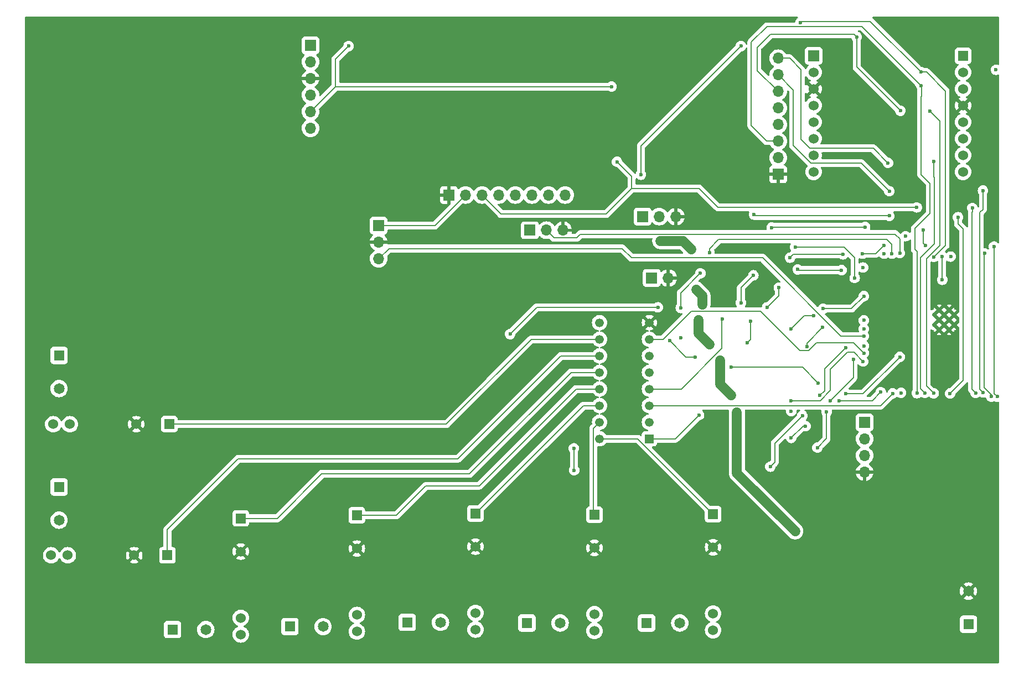
<source format=gbr>
%TF.GenerationSoftware,KiCad,Pcbnew,8.0.0*%
%TF.CreationDate,2025-02-17T23:08:18+05:30*%
%TF.ProjectId,MCU_motorcycle,4d43555f-6d6f-4746-9f72-6379636c652e,rev?*%
%TF.SameCoordinates,Original*%
%TF.FileFunction,Copper,L2,Bot*%
%TF.FilePolarity,Positive*%
%FSLAX46Y46*%
G04 Gerber Fmt 4.6, Leading zero omitted, Abs format (unit mm)*
G04 Created by KiCad (PCBNEW 8.0.0) date 2025-02-17 23:08:18*
%MOMM*%
%LPD*%
G01*
G04 APERTURE LIST*
%TA.AperFunction,ComponentPad*%
%ADD10R,1.650000X1.650000*%
%TD*%
%TA.AperFunction,ComponentPad*%
%ADD11C,1.650000*%
%TD*%
%TA.AperFunction,ComponentPad*%
%ADD12R,1.328000X1.328000*%
%TD*%
%TA.AperFunction,ComponentPad*%
%ADD13C,1.328000*%
%TD*%
%TA.AperFunction,ComponentPad*%
%ADD14R,1.524000X1.524000*%
%TD*%
%TA.AperFunction,ComponentPad*%
%ADD15C,1.524000*%
%TD*%
%TA.AperFunction,ComponentPad*%
%ADD16R,1.700000X1.700000*%
%TD*%
%TA.AperFunction,ComponentPad*%
%ADD17O,1.700000X1.700000*%
%TD*%
%TA.AperFunction,HeatsinkPad*%
%ADD18C,0.600000*%
%TD*%
%TA.AperFunction,ComponentPad*%
%ADD19R,1.676400X1.676400*%
%TD*%
%TA.AperFunction,ViaPad*%
%ADD20C,0.600000*%
%TD*%
%TA.AperFunction,Conductor*%
%ADD21C,0.200000*%
%TD*%
%TA.AperFunction,Conductor*%
%ADD22C,1.500000*%
%TD*%
G04 APERTURE END LIST*
D10*
%TO.P,J13,1,Pin_1*%
%TO.N,Net-(J13-Pin_1)*%
X111970000Y-138250000D03*
D11*
%TO.P,J13,2,Pin_2*%
%TO.N,Net-(J13-Pin_2)*%
X117050000Y-138250000D03*
%TD*%
D12*
%TO.P,U5,1,I1*%
%TO.N,/MCU_ESP32/L1*%
X149000000Y-110140000D03*
D13*
%TO.P,U5,2,I2*%
%TO.N,/MCU_ESP32/L2*%
X149000000Y-107600000D03*
%TO.P,U5,3,I3*%
%TO.N,/MCU_ESP32/L3*%
X149000000Y-105060000D03*
%TO.P,U5,4,I4*%
%TO.N,/MCU_ESP32/L4*%
X149000000Y-102520000D03*
%TO.P,U5,5,I5*%
%TO.N,/MCU_ESP32/L5*%
X149000000Y-99980000D03*
%TO.P,U5,6,I6*%
%TO.N,/MCU_ESP32/L6*%
X149000000Y-97440000D03*
%TO.P,U5,7,I7*%
%TO.N,/MCU_ESP32/L7*%
X149000000Y-94900000D03*
%TO.P,U5,8,GND*%
%TO.N,GND*%
X149000000Y-92360000D03*
%TO.P,U5,9,COM*%
%TO.N,Vcc*%
X141380000Y-92360000D03*
%TO.P,U5,10,O7*%
%TO.N,/MCU_ESP32/O7*%
X141380000Y-94900000D03*
%TO.P,U5,11,O6*%
%TO.N,/MCU_ESP32/O6*%
X141380000Y-97440000D03*
%TO.P,U5,12,O5*%
%TO.N,/MCU_ESP32/O5*%
X141380000Y-99980000D03*
%TO.P,U5,13,O4*%
%TO.N,/MCU_ESP32/O4*%
X141380000Y-102520000D03*
%TO.P,U5,14,O3*%
%TO.N,/MCU_ESP32/O3*%
X141380000Y-105060000D03*
%TO.P,U5,15,O2*%
%TO.N,/MCU_ESP32/O2*%
X141380000Y-107600000D03*
%TO.P,U5,16,O1*%
%TO.N,/MCU_ESP32/O1*%
X141380000Y-110140000D03*
%TD*%
D14*
%TO.P,U10,1*%
%TO.N,/MCU_ESP32/O2*%
X140600000Y-121770000D03*
D15*
%TO.P,U10,2*%
%TO.N,GND*%
X140600000Y-126850000D03*
%TO.P,U10,3*%
%TO.N,Net-(J12-Pin_1)*%
X140600000Y-137010000D03*
%TO.P,U10,4*%
%TO.N,Net-(J12-Pin_2)*%
X140600000Y-139550000D03*
%TD*%
D16*
%TO.P,J8,1,Pin_1*%
%TO.N,GND*%
X118320000Y-72800000D03*
D17*
%TO.P,J8,2,Pin_2*%
%TO.N,Vcc*%
X120860000Y-72800000D03*
%TO.P,J8,3,Pin_3*%
%TO.N,/MCU_ESP32/SCL*%
X123400000Y-72800000D03*
%TO.P,J8,4,Pin_4*%
%TO.N,/MCU_ESP32/SDA*%
X125940000Y-72800000D03*
%TO.P,J8,5,Pin_5*%
%TO.N,unconnected-(J8-Pin_5-Pad5)*%
X128480000Y-72800000D03*
%TO.P,J8,6,Pin_6*%
%TO.N,unconnected-(J8-Pin_6-Pad6)*%
X131020000Y-72800000D03*
%TO.P,J8,7,Pin_7*%
%TO.N,unconnected-(J8-Pin_7-Pad7)*%
X133560000Y-72800000D03*
%TO.P,J8,8,Pin_8*%
%TO.N,unconnected-(J8-Pin_8-Pad8)*%
X136100000Y-72800000D03*
%TD*%
D16*
%TO.P,J4,1,Pin_1*%
%TO.N,/MCU_ESP32/OUT_FS*%
X149360000Y-85500000D03*
D17*
%TO.P,J4,2,Pin_2*%
%TO.N,GND*%
X151900000Y-85500000D03*
%TD*%
D18*
%TO.P,U1,39,GND*%
%TO.N,GND*%
X194842500Y-90395000D03*
X193317500Y-90395000D03*
X195605000Y-91157500D03*
X194080000Y-91157500D03*
X192555000Y-91157500D03*
X194842500Y-91920000D03*
X193317500Y-91920000D03*
X195605000Y-92682500D03*
X194080000Y-92682500D03*
X192555000Y-92682500D03*
X194842500Y-93445000D03*
X193317500Y-93445000D03*
%TD*%
D14*
%TO.P,U9,1*%
%TO.N,/MCU_ESP32/O6*%
X75280000Y-127980000D03*
D15*
%TO.P,U9,2*%
%TO.N,GND*%
X70200000Y-127980000D03*
%TO.P,U9,3*%
%TO.N,Net-(J16-Pin_1)*%
X60040000Y-127980000D03*
%TO.P,U9,4*%
%TO.N,Net-(J16-Pin_2)*%
X57500000Y-127980000D03*
%TD*%
D14*
%TO.P,U6,1*%
%TO.N,/MCU_ESP32/O3*%
X122400000Y-121570000D03*
D15*
%TO.P,U6,2*%
%TO.N,GND*%
X122400000Y-126650000D03*
%TO.P,U6,3*%
%TO.N,Net-(J13-Pin_1)*%
X122400000Y-136810000D03*
%TO.P,U6,4*%
%TO.N,Net-(J13-Pin_2)*%
X122400000Y-139350000D03*
%TD*%
D19*
%TO.P,CON1,P1,AN*%
%TO.N,/MCU_ESP32/Vin*%
X174127500Y-51472500D03*
D15*
%TO.P,CON1,P2,RST*%
%TO.N,Vcc*%
X174127500Y-54012500D03*
%TO.P,CON1,P3,CS*%
%TO.N,GND*%
X174127500Y-56552500D03*
%TO.P,CON1,P4,SCK*%
%TO.N,/MCU_ESP32/Rx_s*%
X174127500Y-59092500D03*
%TO.P,CON1,P5,MISO*%
%TO.N,/MCU_ESP32/Tx_s*%
X174127500Y-61632500D03*
%TO.P,CON1,P6,MOSI*%
%TO.N,unconnected-(CON1-MOSI-PadP6)*%
X174127500Y-64172500D03*
%TO.P,CON1,P7,3V3*%
%TO.N,unconnected-(CON1-3V3-PadP7)*%
X174127500Y-66712500D03*
%TO.P,CON1,P8,GND1*%
%TO.N,unconnected-(CON1-GND1-PadP8)*%
X174127500Y-69252500D03*
%TO.P,CON1,P9,GND2*%
%TO.N,unconnected-(CON1-GND2-PadP9)*%
X196987500Y-69252500D03*
%TO.P,CON1,P10,5V*%
%TO.N,unconnected-(CON1-5V-PadP10)*%
X196987500Y-66712500D03*
%TO.P,CON1,P11,SDA*%
%TO.N,unconnected-(CON1-SDA-PadP11)*%
X196987500Y-64172500D03*
%TO.P,CON1,P12,SCL*%
%TO.N,unconnected-(CON1-SCL-PadP12)*%
X196987500Y-61632500D03*
%TO.P,CON1,P13,TX*%
%TO.N,GND*%
X196987500Y-59092500D03*
%TO.P,CON1,P14,RX*%
%TO.N,/MCU_ESP32/PWK*%
X196987500Y-56552500D03*
%TO.P,CON1,P15,INT*%
%TO.N,unconnected-(CON1-INT-PadP15)*%
X196987500Y-54012500D03*
D14*
%TO.P,CON1,P16,PWM*%
%TO.N,unconnected-(CON1-PWM-PadP16)*%
X196987500Y-51472500D03*
%TD*%
D16*
%TO.P,J18,1,Pin_1*%
%TO.N,Vcc*%
X130720000Y-78200000D03*
D17*
%TO.P,J18,2,Pin_2*%
%TO.N,/MCU_ESP32/OUT_L*%
X133260000Y-78200000D03*
%TO.P,J18,3,Pin_3*%
%TO.N,GND*%
X135800000Y-78200000D03*
%TD*%
D10*
%TO.P,J10,1,Pin_1*%
%TO.N,/MCU_ESP32/Vbat*%
X197800000Y-138540000D03*
D11*
%TO.P,J10,2,Pin_2*%
%TO.N,GND*%
X197800000Y-133460000D03*
%TD*%
D16*
%TO.P,J6,1,Pin_1*%
%TO.N,unconnected-(J6-Pin_1-Pad1)*%
X97150000Y-49875000D03*
D17*
%TO.P,J6,2,Pin_2*%
%TO.N,Vcc*%
X97150000Y-52415000D03*
%TO.P,J6,3,Pin_3*%
%TO.N,GND*%
X97150000Y-54955000D03*
%TO.P,J6,4,Pin_4*%
%TO.N,/MCU_ESP32/Rx_BL*%
X97150000Y-57495000D03*
%TO.P,J6,5,Pin_5*%
%TO.N,/MCU_ESP32/Tx_BL*%
X97150000Y-60035000D03*
%TO.P,J6,6,Pin_6*%
%TO.N,unconnected-(J6-Pin_6-Pad6)*%
X97150000Y-62575000D03*
%TD*%
D14*
%TO.P,U11,1*%
%TO.N,/MCU_ESP32/O7*%
X75590000Y-107900000D03*
D15*
%TO.P,U11,2*%
%TO.N,GND*%
X70510000Y-107900000D03*
%TO.P,U11,3*%
%TO.N,Net-(J17-Pin_1)*%
X60350000Y-107900000D03*
%TO.P,U11,4*%
%TO.N,Net-(J17-Pin_2)*%
X57810000Y-107900000D03*
%TD*%
D10*
%TO.P,J14,1,Pin_1*%
%TO.N,Net-(J14-Pin_1)*%
X94010000Y-138900000D03*
D11*
%TO.P,J14,2,Pin_2*%
%TO.N,Net-(J14-Pin_2)*%
X99090000Y-138900000D03*
%TD*%
D14*
%TO.P,U7,1*%
%TO.N,/MCU_ESP32/O4*%
X104250000Y-121870000D03*
D15*
%TO.P,U7,2*%
%TO.N,GND*%
X104250000Y-126950000D03*
%TO.P,U7,3*%
%TO.N,Net-(J14-Pin_1)*%
X104250000Y-137110000D03*
%TO.P,U7,4*%
%TO.N,Net-(J14-Pin_2)*%
X104250000Y-139650000D03*
%TD*%
D10*
%TO.P,J16,1,Pin_1*%
%TO.N,Net-(J16-Pin_1)*%
X58700000Y-117520000D03*
D11*
%TO.P,J16,2,Pin_2*%
%TO.N,Net-(J16-Pin_2)*%
X58700000Y-122600000D03*
%TD*%
D10*
%TO.P,J15,1,Pin_1*%
%TO.N,Net-(J15-Pin_1)*%
X76070000Y-139350000D03*
D11*
%TO.P,J15,2,Pin_2*%
%TO.N,Net-(J15-Pin_2)*%
X81150000Y-139350000D03*
%TD*%
D10*
%TO.P,J12,1,Pin_1*%
%TO.N,Net-(J12-Pin_1)*%
X130270000Y-138350000D03*
D11*
%TO.P,J12,2,Pin_2*%
%TO.N,Net-(J12-Pin_2)*%
X135350000Y-138350000D03*
%TD*%
D16*
%TO.P,J3,1,Pin_1*%
%TO.N,GND*%
X168700000Y-69640000D03*
D17*
%TO.P,J3,2,Pin_2*%
%TO.N,Vcc*%
X168700000Y-67100000D03*
%TO.P,J3,3,Pin_3*%
%TO.N,/MCU_ESP32/CS*%
X168700000Y-64560000D03*
%TO.P,J3,4,Pin_4*%
%TO.N,/MCU_ESP32/INT1*%
X168700000Y-62020000D03*
%TO.P,J3,5,Pin_5*%
%TO.N,unconnected-(J3-Pin_5-Pad5)*%
X168700000Y-59480000D03*
%TO.P,J3,6,Pin_6*%
%TO.N,/MCU_ESP32/MISO*%
X168700000Y-56940000D03*
%TO.P,J3,7,Pin_7*%
%TO.N,/MCU_ESP32/MOSI*%
X168700000Y-54400000D03*
%TO.P,J3,8,Pin_8*%
%TO.N,/MCU_ESP32/SCK*%
X168700000Y-51860000D03*
%TD*%
D16*
%TO.P,J9,1,Pin_1*%
%TO.N,/MCU_ESP32/Tx*%
X181925000Y-107620000D03*
D17*
%TO.P,J9,2,Pin_2*%
%TO.N,/MCU_ESP32/Rx*%
X181925000Y-110160000D03*
%TO.P,J9,3,Pin_3*%
%TO.N,Vcc*%
X181925000Y-112700000D03*
%TO.P,J9,4,Pin_4*%
%TO.N,GND*%
X181925000Y-115240000D03*
%TD*%
D10*
%TO.P,J11,1,Pin_1*%
%TO.N,Net-(J11-Pin_1)*%
X148570000Y-138350000D03*
D11*
%TO.P,J11,2,Pin_2*%
%TO.N,Net-(J11-Pin_2)*%
X153650000Y-138350000D03*
%TD*%
D14*
%TO.P,U12,1*%
%TO.N,/MCU_ESP32/O1*%
X158750000Y-121670000D03*
D15*
%TO.P,U12,2*%
%TO.N,GND*%
X158750000Y-126750000D03*
%TO.P,U12,3*%
%TO.N,Net-(J11-Pin_1)*%
X158750000Y-136910000D03*
%TO.P,U12,4*%
%TO.N,Net-(J11-Pin_2)*%
X158750000Y-139450000D03*
%TD*%
D16*
%TO.P,J2,1,Pin_1*%
%TO.N,Vcc*%
X107600000Y-77475000D03*
D17*
%TO.P,J2,2,Pin_2*%
%TO.N,GND*%
X107600000Y-80015000D03*
%TO.P,J2,3,Pin_3*%
%TO.N,/MCU_ESP32/D0*%
X107600000Y-82555000D03*
%TD*%
D16*
%TO.P,J1,1,Pin_1*%
%TO.N,/MCU_ESP32/Vin*%
X147960000Y-76100000D03*
D17*
%TO.P,J1,2,Pin_2*%
%TO.N,/MCU_ESP32/OUT*%
X150500000Y-76100000D03*
%TO.P,J1,3,Pin_3*%
%TO.N,GND*%
X153040000Y-76100000D03*
%TD*%
D10*
%TO.P,J17,1,Pin_1*%
%TO.N,Net-(J17-Pin_1)*%
X58700000Y-97370000D03*
D11*
%TO.P,J17,2,Pin_2*%
%TO.N,Net-(J17-Pin_2)*%
X58700000Y-102450000D03*
%TD*%
D14*
%TO.P,U8,1*%
%TO.N,/MCU_ESP32/O5*%
X86500000Y-122320000D03*
D15*
%TO.P,U8,2*%
%TO.N,GND*%
X86500000Y-127400000D03*
%TO.P,U8,3*%
%TO.N,Net-(J15-Pin_1)*%
X86500000Y-137560000D03*
%TO.P,U8,4*%
%TO.N,Net-(J15-Pin_2)*%
X86500000Y-140100000D03*
%TD*%
D20*
%TO.N,*%
X181700000Y-83900000D03*
%TO.N,GND*%
X178750000Y-111100000D03*
X200600000Y-80300000D03*
X186250000Y-111150000D03*
X179050000Y-114150000D03*
%TO.N,Vcc*%
X202200000Y-103675000D03*
X201700000Y-80700000D03*
X137500000Y-114950000D03*
X202025000Y-53625000D03*
X137450000Y-111600000D03*
%TO.N,/MCU_ESP32/Vin*%
X147700000Y-69700000D03*
X171300000Y-124300000D03*
X155400000Y-81100000D03*
X157100000Y-89700000D03*
X156200000Y-87300000D03*
X161500000Y-103500000D03*
X158200000Y-95700000D03*
X159800000Y-98150000D03*
X163000000Y-50000000D03*
X156500000Y-92000000D03*
X150700000Y-79600000D03*
X162400000Y-106100000D03*
%TO.N,/MCU_ESP32/R*%
X174700000Y-111500000D03*
X181800000Y-95900000D03*
X180200000Y-98000000D03*
X176700000Y-104300000D03*
X176100000Y-106000000D03*
%TO.N,/MCU_ESP32/B*%
X173100000Y-96000000D03*
X181800000Y-92000000D03*
X175500000Y-93100000D03*
X167500000Y-114400000D03*
X172400000Y-106600000D03*
%TO.N,/MCU_ESP32/G*%
X175100000Y-103500000D03*
X172900000Y-108200000D03*
X179000000Y-96200000D03*
X181800000Y-93300000D03*
X170700000Y-110000000D03*
%TO.N,Net-(U1-VDD)*%
X201300000Y-103675000D03*
X200250000Y-81750000D03*
%TO.N,/MCU_ESP32/OUT*%
X191200000Y-80500000D03*
X167700000Y-77800000D03*
X195090000Y-82230000D03*
X182000000Y-77700000D03*
X190900000Y-78200000D03*
%TO.N,/MCU_ESP32/D0*%
X181800000Y-94400000D03*
%TO.N,/MCU_ESP32/CS*%
X189925000Y-103150000D03*
X190575000Y-56075000D03*
%TO.N,/MCU_ESP32/OUT_FS*%
X171300000Y-80800000D03*
X180400000Y-85500000D03*
X193800000Y-85800000D03*
X193800000Y-82230000D03*
%TO.N,/MCU_ESP32/Tx_BL*%
X103000000Y-50000000D03*
X143200000Y-56200000D03*
%TO.N,/MCU_ESP32/SCL*%
X198400000Y-74800000D03*
X144050000Y-67720000D03*
X189900000Y-74700000D03*
X198900000Y-103100000D03*
%TO.N,/MCU_ESP32/OUT_L*%
X187300000Y-81700000D03*
%TO.N,/MCU_ESP32/EN*%
X156000000Y-97600000D03*
X179000000Y-103200000D03*
X187300000Y-97600000D03*
X174800000Y-101600000D03*
X150300000Y-90000000D03*
X161500000Y-99200000D03*
X127700000Y-94100000D03*
X152100000Y-95100000D03*
%TO.N,/MCU_ESP32/BOOT*%
X178000000Y-104300000D03*
X184400000Y-103000000D03*
%TO.N,/MCU_ESP32/MISO*%
X192500000Y-103175000D03*
X191925000Y-59975000D03*
X180700000Y-48600000D03*
X187400000Y-59900000D03*
%TO.N,/MCU_ESP32/SDA*%
X185700000Y-76000000D03*
X196200000Y-76200000D03*
X165000000Y-75800000D03*
X195000000Y-103200000D03*
%TO.N,/MCU_ESP32/L5*%
X174100000Y-91300000D03*
X181800000Y-88300000D03*
X175600000Y-90200000D03*
X170700000Y-93300000D03*
%TO.N,/MCU_ESP32/L4*%
X170500000Y-82400000D03*
X160200000Y-91800000D03*
X178600000Y-81900000D03*
X164900000Y-85100000D03*
X184900000Y-81800000D03*
X163000000Y-89300000D03*
%TO.N,/MCU_ESP32/SCK*%
X192500000Y-67700000D03*
X191175000Y-103100000D03*
X185500000Y-67880000D03*
%TO.N,/MCU_ESP32/L3*%
X186200000Y-103200000D03*
%TO.N,/MCU_ESP32/L6*%
X158200000Y-81600000D03*
X186100000Y-81800000D03*
X153800000Y-94700000D03*
X153800000Y-90100000D03*
X156800000Y-84800000D03*
%TO.N,/MCU_ESP32/L2*%
X181700000Y-98300000D03*
X170700000Y-105900000D03*
X170700000Y-104300000D03*
%TO.N,/MCU_ESP32/L7*%
X181800000Y-97000000D03*
%TO.N,/MCU_ESP32/MOSI*%
X185700000Y-72220000D03*
X200025000Y-72130000D03*
X200075000Y-103050000D03*
%TO.N,/MCU_ESP32/Rx_BL*%
X187500000Y-103100000D03*
%TO.N,/MCU_ESP32/L1*%
X184900000Y-80500000D03*
X181600000Y-81800000D03*
X164000000Y-95400000D03*
X168800000Y-87000000D03*
X164500000Y-92100000D03*
X167000000Y-90000000D03*
X188200000Y-79100000D03*
X156600000Y-106500000D03*
X178400000Y-84300000D03*
X171700000Y-84200000D03*
%TO.N,/MCU_ESP32/INT1*%
X190550000Y-53975000D03*
X192525000Y-82275000D03*
X172100000Y-46400000D03*
%TD*%
D21*
%TO.N,Vcc*%
X201750000Y-103225000D02*
X202200000Y-103675000D01*
X201750000Y-80750000D02*
X201750000Y-103225000D01*
X120860000Y-72800000D02*
X116185000Y-77475000D01*
X137500000Y-114950000D02*
X137450000Y-114900000D01*
X116185000Y-77475000D02*
X107600000Y-77475000D01*
X137450000Y-114900000D02*
X137450000Y-111600000D01*
X201700000Y-80700000D02*
X201750000Y-80750000D01*
D22*
%TO.N,/MCU_ESP32/Vin*%
X162400000Y-115400000D02*
X162400000Y-106110000D01*
X156500000Y-92000000D02*
X156500000Y-94000000D01*
X156200000Y-87300000D02*
X157100000Y-88200000D01*
D21*
X147700000Y-69700000D02*
X147700000Y-65300000D01*
D22*
X156500000Y-94000000D02*
X158200000Y-95700000D01*
D21*
X147700000Y-65300000D02*
X163000000Y-50000000D01*
D22*
X155400000Y-81100000D02*
X154150000Y-79850000D01*
X157100000Y-88200000D02*
X157100000Y-89550000D01*
X154150000Y-79850000D02*
X150700000Y-79850000D01*
X171300000Y-124300000D02*
X162400000Y-115400000D01*
X159800000Y-98150000D02*
X159800000Y-101800000D01*
X159800000Y-101800000D02*
X161500000Y-103500000D01*
D21*
%TO.N,/MCU_ESP32/R*%
X180200000Y-100800000D02*
X176700000Y-104300000D01*
X176100000Y-110100000D02*
X176100000Y-106000000D01*
X174700000Y-111500000D02*
X176100000Y-110100000D01*
X180200000Y-98000000D02*
X180200000Y-100800000D01*
%TO.N,/MCU_ESP32/B*%
X175500000Y-93100000D02*
X173100000Y-95500000D01*
X168175000Y-110825000D02*
X168175000Y-113725000D01*
X173100000Y-95500000D02*
X173100000Y-96000000D01*
X168175000Y-113725000D02*
X167500000Y-114400000D01*
X168250000Y-110750000D02*
X168175000Y-110825000D01*
X172400000Y-106600000D02*
X168250000Y-110750000D01*
%TO.N,/MCU_ESP32/G*%
X175800000Y-102800000D02*
X175100000Y-103500000D01*
X175800000Y-99400000D02*
X175800000Y-102800000D01*
X172500000Y-108200000D02*
X170700000Y-110000000D01*
X179000000Y-96200000D02*
X175800000Y-99400000D01*
X172900000Y-108200000D02*
X172500000Y-108200000D01*
%TO.N,Net-(U1-VDD)*%
X201300000Y-103426471D02*
X201300000Y-103675000D01*
X200200000Y-102326471D02*
X201300000Y-103426471D01*
X200200000Y-81800000D02*
X200200000Y-102326471D01*
X200250000Y-81750000D02*
X200200000Y-81800000D01*
%TO.N,/MCU_ESP32/OUT*%
X167800000Y-77700000D02*
X182000000Y-77700000D01*
X167700000Y-77800000D02*
X167800000Y-77700000D01*
X190900000Y-80200000D02*
X191200000Y-80500000D01*
X190900000Y-78200000D02*
X190900000Y-80200000D01*
%TO.N,/MCU_ESP32/D0*%
X109155000Y-81000000D02*
X107600000Y-82555000D01*
X166300000Y-82400000D02*
X146260000Y-82400000D01*
X178300000Y-94400000D02*
X166300000Y-82400000D01*
X146260000Y-82400000D02*
X144860000Y-81000000D01*
X144860000Y-81000000D02*
X109155000Y-81000000D01*
X181800000Y-94400000D02*
X178300000Y-94400000D01*
%TO.N,/MCU_ESP32/CS*%
X190590000Y-57710000D02*
X190590000Y-69690000D01*
X181500000Y-47000000D02*
X167000000Y-47000000D01*
X190600000Y-56100000D02*
X190600000Y-57700000D01*
X190575000Y-56075000D02*
X181500000Y-47000000D01*
X190575000Y-56075000D02*
X190600000Y-56100000D01*
X164600000Y-49400000D02*
X164600000Y-62200000D01*
X189925000Y-81446471D02*
X189925000Y-103150000D01*
X189600000Y-77900000D02*
X189600000Y-81121471D01*
X167000000Y-47000000D02*
X164600000Y-49400000D01*
X191920000Y-71020000D02*
X191920000Y-75580000D01*
X166960000Y-64560000D02*
X168700000Y-64560000D01*
X164600000Y-62200000D02*
X166960000Y-64560000D01*
X190600000Y-57700000D02*
X190590000Y-57710000D01*
X191920000Y-75580000D02*
X189600000Y-77900000D01*
X189600000Y-81121471D02*
X189925000Y-81446471D01*
X190590000Y-69690000D02*
X191920000Y-71020000D01*
%TO.N,/MCU_ESP32/OUT_FS*%
X178800000Y-80800000D02*
X180400000Y-82400000D01*
X180400000Y-82400000D02*
X180400000Y-85500000D01*
X171300000Y-80800000D02*
X178800000Y-80800000D01*
X193800000Y-82230000D02*
X193800000Y-85800000D01*
%TO.N,/MCU_ESP32/Tx_BL*%
X100985000Y-56200000D02*
X100985000Y-52015000D01*
X143200000Y-56200000D02*
X137100000Y-56200000D01*
X137100000Y-56200000D02*
X100985000Y-56200000D01*
X100985000Y-56200000D02*
X97150000Y-60035000D01*
X100985000Y-52015000D02*
X103000000Y-50000000D01*
%TO.N,/MCU_ESP32/SCL*%
X156600000Y-71800000D02*
X146300000Y-71800000D01*
X146300000Y-69970000D02*
X144050000Y-67720000D01*
X189900000Y-74700000D02*
X159500000Y-74700000D01*
X198350000Y-102550000D02*
X198350000Y-75450000D01*
X146300000Y-71800000D02*
X142400000Y-75700000D01*
X146300000Y-71800000D02*
X146300000Y-69970000D01*
X142400000Y-75700000D02*
X126300000Y-75700000D01*
X198400000Y-74800000D02*
X198400000Y-75400000D01*
X159500000Y-74700000D02*
X156600000Y-71800000D01*
X198900000Y-103100000D02*
X198350000Y-102550000D01*
X198400000Y-75400000D02*
X198350000Y-75450000D01*
X126300000Y-75700000D02*
X123400000Y-72800000D01*
%TO.N,/MCU_ESP32/OUT_L*%
X187300000Y-81700000D02*
X187300000Y-79500000D01*
X137880000Y-79350000D02*
X138430000Y-78800000D01*
X133260000Y-78200000D02*
X134410000Y-79350000D01*
X134410000Y-79350000D02*
X137880000Y-79350000D01*
X187300000Y-79500000D02*
X186600000Y-78800000D01*
X186600000Y-78800000D02*
X138430000Y-78800000D01*
%TO.N,/MCU_ESP32/EN*%
X150300000Y-90000000D02*
X131800000Y-90000000D01*
X154600000Y-97600000D02*
X152100000Y-95100000D01*
X181700000Y-103200000D02*
X179000000Y-103200000D01*
X172400000Y-99200000D02*
X174800000Y-101600000D01*
X187300000Y-97600000D02*
X181700000Y-103200000D01*
X131800000Y-90000000D02*
X127700000Y-94100000D01*
X156000000Y-97600000D02*
X154600000Y-97600000D01*
X161500000Y-99200000D02*
X172400000Y-99200000D01*
%TO.N,/MCU_ESP32/BOOT*%
X184400000Y-103000000D02*
X183100000Y-104300000D01*
X183100000Y-104300000D02*
X178000000Y-104300000D01*
%TO.N,/MCU_ESP32/MISO*%
X180300000Y-48200000D02*
X167500000Y-48200000D01*
X165500000Y-53740000D02*
X168700000Y-56940000D01*
X191400000Y-102075000D02*
X192500000Y-103175000D01*
X191400000Y-82551471D02*
X191400000Y-102075000D01*
X193400000Y-80551471D02*
X191400000Y-82551471D01*
X180700000Y-53200000D02*
X180700000Y-48600000D01*
X191925000Y-59975000D02*
X193400000Y-61450000D01*
X193400000Y-61450000D02*
X193400000Y-80551471D01*
X165500000Y-50200000D02*
X165500000Y-53740000D01*
X180700000Y-48600000D02*
X180300000Y-48200000D01*
X167500000Y-48200000D02*
X165500000Y-50200000D01*
X187400000Y-59900000D02*
X180700000Y-53200000D01*
%TO.N,/MCU_ESP32/SDA*%
X165200000Y-76000000D02*
X165000000Y-75800000D01*
X196200000Y-77200000D02*
X196200000Y-76200000D01*
X197000000Y-101200000D02*
X197000000Y-78000000D01*
X185700000Y-76000000D02*
X165200000Y-76000000D01*
X195000000Y-103200000D02*
X197000000Y-101200000D01*
X197000000Y-78000000D02*
X196200000Y-77200000D01*
%TO.N,/MCU_ESP32/L5*%
X172700000Y-91300000D02*
X170700000Y-93300000D01*
X174100000Y-91300000D02*
X172700000Y-91300000D01*
X179900000Y-90200000D02*
X175600000Y-90200000D01*
X181800000Y-88300000D02*
X179900000Y-90200000D01*
%TO.N,/MCU_ESP32/L4*%
X160100000Y-96300000D02*
X153880000Y-102520000D01*
X178600000Y-81900000D02*
X171000000Y-81900000D01*
X153880000Y-102520000D02*
X149000000Y-102520000D01*
X163000000Y-89300000D02*
X163000000Y-87000000D01*
X171000000Y-81900000D02*
X170500000Y-82400000D01*
X160100000Y-91900000D02*
X160100000Y-96300000D01*
X160200000Y-91800000D02*
X160100000Y-91900000D01*
X163000000Y-87000000D02*
X164900000Y-85100000D01*
%TO.N,/MCU_ESP32/SCK*%
X192500000Y-70010000D02*
X192600000Y-70110000D01*
X170460000Y-51860000D02*
X168700000Y-51860000D01*
X192600000Y-80300000D02*
X190500000Y-82400000D01*
X172200000Y-64300000D02*
X172200000Y-53600000D01*
X190500000Y-102425000D02*
X191175000Y-103100000D01*
X192600000Y-70110000D02*
X192600000Y-80300000D01*
X192500000Y-67700000D02*
X192500000Y-70010000D01*
X185500000Y-67880000D02*
X183270500Y-65650500D01*
X190500000Y-82400000D02*
X190500000Y-102425000D01*
X173550500Y-65650500D02*
X172200000Y-64300000D01*
X172200000Y-53600000D02*
X170460000Y-51860000D01*
X183270500Y-65650500D02*
X173550500Y-65650500D01*
%TO.N,/MCU_ESP32/L3*%
X186200000Y-103200000D02*
X184340000Y-105060000D01*
X184340000Y-105060000D02*
X149000000Y-105060000D01*
%TO.N,/MCU_ESP32/L6*%
X159500000Y-79700000D02*
X158200000Y-81000000D01*
X186100000Y-81800000D02*
X186100000Y-80400000D01*
X186100000Y-80400000D02*
X185300000Y-79600000D01*
X153800000Y-87800000D02*
X153800000Y-90100000D01*
X185300000Y-79600000D02*
X159600000Y-79600000D01*
X156800000Y-84800000D02*
X153800000Y-87800000D01*
X159600000Y-79600000D02*
X159500000Y-79700000D01*
X158200000Y-81000000D02*
X158200000Y-81600000D01*
%TO.N,/MCU_ESP32/L2*%
X180300000Y-96900000D02*
X179300000Y-96900000D01*
X176700000Y-102748529D02*
X175148529Y-104300000D01*
X181700000Y-98300000D02*
X180300000Y-96900000D01*
X175148529Y-104300000D02*
X170700000Y-104300000D01*
X179300000Y-96900000D02*
X176700000Y-99500000D01*
X176700000Y-99500000D02*
X176700000Y-102748529D01*
%TO.N,/MCU_ESP32/L7*%
X174548529Y-95400000D02*
X173348529Y-96600000D01*
X180200000Y-95400000D02*
X174548529Y-95400000D01*
X172000000Y-96600000D02*
X166000000Y-90600000D01*
X151100000Y-94900000D02*
X149000000Y-94900000D01*
X166000000Y-90600000D02*
X155400000Y-90600000D01*
X173348529Y-96600000D02*
X172000000Y-96600000D01*
X155400000Y-90600000D02*
X151100000Y-94900000D01*
X181800000Y-97000000D02*
X180200000Y-95400000D01*
%TO.N,/MCU_ESP32/MOSI*%
X199550000Y-75470000D02*
X199550000Y-102525000D01*
X200025000Y-72130000D02*
X200025000Y-74995000D01*
X171000000Y-56700000D02*
X168700000Y-54400000D01*
X185700000Y-72220000D02*
X181380000Y-67900000D01*
X171000000Y-65200000D02*
X171000000Y-56700000D01*
X199550000Y-102525000D02*
X200075000Y-103050000D01*
X200025000Y-74995000D02*
X199550000Y-75470000D01*
X173700000Y-67900000D02*
X171000000Y-65200000D01*
X181380000Y-67900000D02*
X173700000Y-67900000D01*
%TO.N,/MCU_ESP32/L1*%
X184900000Y-80500000D02*
X183600000Y-81800000D01*
X164500000Y-94900000D02*
X164000000Y-95400000D01*
X152960000Y-110140000D02*
X149000000Y-110140000D01*
X156600000Y-106500000D02*
X152960000Y-110140000D01*
X171800000Y-84300000D02*
X171700000Y-84200000D01*
X178400000Y-84300000D02*
X171800000Y-84300000D01*
X168800000Y-87000000D02*
X168800000Y-88200000D01*
X168800000Y-88200000D02*
X167000000Y-90000000D01*
X164500000Y-92100000D02*
X164500000Y-94900000D01*
X183600000Y-81800000D02*
X181600000Y-81800000D01*
%TO.N,/MCU_ESP32/INT1*%
X172300000Y-46200000D02*
X182775000Y-46200000D01*
X192525000Y-82275000D02*
X194300000Y-80500000D01*
X172100000Y-46400000D02*
X172300000Y-46200000D01*
X194300000Y-80500000D02*
X194300000Y-56875000D01*
X194300000Y-56875000D02*
X191400000Y-53975000D01*
X182775000Y-46200000D02*
X190550000Y-53975000D01*
X191400000Y-53975000D02*
X190550000Y-53975000D01*
%TO.N,/MCU_ESP32/O6*%
X141380000Y-97440000D02*
X135460000Y-97440000D01*
X86100000Y-113200000D02*
X75280000Y-124020000D01*
X119700000Y-113200000D02*
X86100000Y-113200000D01*
X135460000Y-97440000D02*
X119700000Y-113200000D01*
X75280000Y-124020000D02*
X75280000Y-127980000D01*
%TO.N,/MCU_ESP32/O1*%
X141380000Y-110140000D02*
X147220000Y-110140000D01*
X147220000Y-110140000D02*
X158750000Y-121670000D01*
%TO.N,/MCU_ESP32/O5*%
X92080000Y-122320000D02*
X86500000Y-122320000D01*
X98900000Y-115500000D02*
X92080000Y-122320000D01*
X137020000Y-99980000D02*
X121500000Y-115500000D01*
X121500000Y-115500000D02*
X98900000Y-115500000D01*
X141380000Y-99980000D02*
X137020000Y-99980000D01*
%TO.N,/MCU_ESP32/O3*%
X141380000Y-105060000D02*
X138910000Y-105060000D01*
X138910000Y-105060000D02*
X122400000Y-121570000D01*
%TO.N,/MCU_ESP32/O4*%
X141380000Y-102520000D02*
X137780000Y-102520000D01*
X137780000Y-102520000D02*
X122950000Y-117350000D01*
X110280000Y-121870000D02*
X104250000Y-121870000D01*
X122950000Y-117350000D02*
X114800000Y-117350000D01*
X114800000Y-117350000D02*
X110280000Y-121870000D01*
%TO.N,/MCU_ESP32/O2*%
X140416000Y-121586000D02*
X140600000Y-121770000D01*
X141380000Y-107600000D02*
X140416000Y-108564000D01*
X140416000Y-108564000D02*
X140416000Y-121586000D01*
%TO.N,/MCU_ESP32/O7*%
X141380000Y-94900000D02*
X130950000Y-94900000D01*
X130950000Y-94900000D02*
X117950000Y-107900000D01*
X117950000Y-107900000D02*
X75590000Y-107900000D01*
%TD*%
%TA.AperFunction,Conductor*%
%TO.N,GND*%
G36*
X171663563Y-45520185D02*
G01*
X171709318Y-45572989D01*
X171719262Y-45642147D01*
X171690237Y-45705703D01*
X171662496Y-45729494D01*
X171597737Y-45770184D01*
X171470184Y-45897737D01*
X171374210Y-46050478D01*
X171314630Y-46220750D01*
X171306898Y-46289383D01*
X171279832Y-46353797D01*
X171222237Y-46393352D01*
X171183678Y-46399500D01*
X167086670Y-46399500D01*
X167086654Y-46399499D01*
X167079058Y-46399499D01*
X166920943Y-46399499D01*
X166844579Y-46419961D01*
X166768214Y-46440423D01*
X166768209Y-46440426D01*
X166631290Y-46519475D01*
X166631282Y-46519481D01*
X164119481Y-49031282D01*
X164119480Y-49031284D01*
X164081042Y-49097861D01*
X164040423Y-49168215D01*
X163999499Y-49320943D01*
X163999499Y-49320945D01*
X163999499Y-49489046D01*
X163999500Y-49489059D01*
X163999500Y-49702885D01*
X163979815Y-49769924D01*
X163927011Y-49815679D01*
X163857853Y-49825623D01*
X163794297Y-49796598D01*
X163758459Y-49743840D01*
X163725790Y-49650480D01*
X163725789Y-49650478D01*
X163629816Y-49497738D01*
X163502262Y-49370184D01*
X163423899Y-49320945D01*
X163349523Y-49274211D01*
X163179254Y-49214631D01*
X163179249Y-49214630D01*
X163000004Y-49194435D01*
X162999996Y-49194435D01*
X162820750Y-49214630D01*
X162820745Y-49214631D01*
X162650476Y-49274211D01*
X162497737Y-49370184D01*
X162370184Y-49497737D01*
X162274210Y-49650478D01*
X162214630Y-49820750D01*
X162204837Y-49907667D01*
X162177770Y-49972081D01*
X162169298Y-49981464D01*
X147331286Y-64819478D01*
X147219481Y-64931282D01*
X147219477Y-64931287D01*
X147174064Y-65009947D01*
X147174064Y-65009948D01*
X147140423Y-65068214D01*
X147140423Y-65068215D01*
X147099499Y-65220943D01*
X147099499Y-65220945D01*
X147099499Y-65389046D01*
X147099500Y-65389059D01*
X147099500Y-69117587D01*
X147079815Y-69184626D01*
X147072450Y-69194896D01*
X147070186Y-69197734D01*
X146974209Y-69350480D01*
X146924169Y-69493485D01*
X146883447Y-69550261D01*
X146818495Y-69576008D01*
X146749933Y-69562552D01*
X146719447Y-69540211D01*
X144880700Y-67701465D01*
X144847215Y-67640142D01*
X144845163Y-67627686D01*
X144835368Y-67540745D01*
X144775789Y-67370478D01*
X144679816Y-67217738D01*
X144552262Y-67090184D01*
X144543752Y-67084837D01*
X144399523Y-66994211D01*
X144229254Y-66934631D01*
X144229249Y-66934630D01*
X144050004Y-66914435D01*
X144049996Y-66914435D01*
X143870750Y-66934630D01*
X143870745Y-66934631D01*
X143700476Y-66994211D01*
X143547737Y-67090184D01*
X143420184Y-67217737D01*
X143324211Y-67370476D01*
X143264631Y-67540745D01*
X143264630Y-67540750D01*
X143244435Y-67719996D01*
X143244435Y-67720003D01*
X143264630Y-67899249D01*
X143264631Y-67899254D01*
X143324211Y-68069523D01*
X143410767Y-68207275D01*
X143420184Y-68222262D01*
X143547738Y-68349816D01*
X143700478Y-68445789D01*
X143870745Y-68505368D01*
X143957669Y-68515161D01*
X144022080Y-68542226D01*
X144031465Y-68550700D01*
X145663181Y-70182416D01*
X145696666Y-70243739D01*
X145699500Y-70270097D01*
X145699500Y-71499903D01*
X145679815Y-71566942D01*
X145663181Y-71587584D01*
X142187584Y-75063181D01*
X142126261Y-75096666D01*
X142099903Y-75099500D01*
X126600097Y-75099500D01*
X126533058Y-75079815D01*
X126512416Y-75063181D01*
X125813666Y-74364431D01*
X125780181Y-74303108D01*
X125785165Y-74233416D01*
X125827037Y-74177483D01*
X125892501Y-74153066D01*
X125912144Y-74153221D01*
X125940000Y-74155659D01*
X126175408Y-74135063D01*
X126403663Y-74073903D01*
X126617830Y-73974035D01*
X126811401Y-73838495D01*
X126978495Y-73671401D01*
X127108425Y-73485842D01*
X127163002Y-73442217D01*
X127232500Y-73435023D01*
X127294855Y-73466546D01*
X127311575Y-73485842D01*
X127441500Y-73671395D01*
X127441505Y-73671401D01*
X127608599Y-73838495D01*
X127685135Y-73892086D01*
X127802165Y-73974032D01*
X127802167Y-73974033D01*
X127802170Y-73974035D01*
X128016337Y-74073903D01*
X128244592Y-74135063D01*
X128415319Y-74150000D01*
X128479999Y-74155659D01*
X128480000Y-74155659D01*
X128480001Y-74155659D01*
X128544681Y-74150000D01*
X128715408Y-74135063D01*
X128943663Y-74073903D01*
X129157830Y-73974035D01*
X129351401Y-73838495D01*
X129518495Y-73671401D01*
X129648425Y-73485842D01*
X129703002Y-73442217D01*
X129772500Y-73435023D01*
X129834855Y-73466546D01*
X129851575Y-73485842D01*
X129981500Y-73671395D01*
X129981505Y-73671401D01*
X130148599Y-73838495D01*
X130225135Y-73892086D01*
X130342165Y-73974032D01*
X130342167Y-73974033D01*
X130342170Y-73974035D01*
X130556337Y-74073903D01*
X130784592Y-74135063D01*
X130955319Y-74150000D01*
X131019999Y-74155659D01*
X131020000Y-74155659D01*
X131020001Y-74155659D01*
X131084681Y-74150000D01*
X131255408Y-74135063D01*
X131483663Y-74073903D01*
X131697830Y-73974035D01*
X131891401Y-73838495D01*
X132058495Y-73671401D01*
X132188425Y-73485842D01*
X132243002Y-73442217D01*
X132312500Y-73435023D01*
X132374855Y-73466546D01*
X132391575Y-73485842D01*
X132521500Y-73671395D01*
X132521505Y-73671401D01*
X132688599Y-73838495D01*
X132765135Y-73892086D01*
X132882165Y-73974032D01*
X132882167Y-73974033D01*
X132882170Y-73974035D01*
X133096337Y-74073903D01*
X133324592Y-74135063D01*
X133495319Y-74150000D01*
X133559999Y-74155659D01*
X133560000Y-74155659D01*
X133560001Y-74155659D01*
X133624681Y-74150000D01*
X133795408Y-74135063D01*
X134023663Y-74073903D01*
X134237830Y-73974035D01*
X134431401Y-73838495D01*
X134598495Y-73671401D01*
X134728425Y-73485842D01*
X134783002Y-73442217D01*
X134852500Y-73435023D01*
X134914855Y-73466546D01*
X134931575Y-73485842D01*
X135061500Y-73671395D01*
X135061505Y-73671401D01*
X135228599Y-73838495D01*
X135305135Y-73892086D01*
X135422165Y-73974032D01*
X135422167Y-73974033D01*
X135422170Y-73974035D01*
X135636337Y-74073903D01*
X135864592Y-74135063D01*
X136035319Y-74150000D01*
X136099999Y-74155659D01*
X136100000Y-74155659D01*
X136100001Y-74155659D01*
X136164681Y-74150000D01*
X136335408Y-74135063D01*
X136563663Y-74073903D01*
X136777830Y-73974035D01*
X136971401Y-73838495D01*
X137138495Y-73671401D01*
X137274035Y-73477830D01*
X137373903Y-73263663D01*
X137435063Y-73035408D01*
X137455659Y-72800000D01*
X137435063Y-72564592D01*
X137373903Y-72336337D01*
X137274035Y-72122171D01*
X137268425Y-72114158D01*
X137138494Y-71928597D01*
X136971402Y-71761506D01*
X136971395Y-71761501D01*
X136777834Y-71625967D01*
X136777830Y-71625965D01*
X136706727Y-71592809D01*
X136563663Y-71526097D01*
X136563659Y-71526096D01*
X136563655Y-71526094D01*
X136335413Y-71464938D01*
X136335403Y-71464936D01*
X136100001Y-71444341D01*
X136099999Y-71444341D01*
X135864596Y-71464936D01*
X135864586Y-71464938D01*
X135636344Y-71526094D01*
X135636335Y-71526098D01*
X135422171Y-71625964D01*
X135422169Y-71625965D01*
X135228597Y-71761505D01*
X135061505Y-71928597D01*
X134931575Y-72114158D01*
X134876998Y-72157783D01*
X134807500Y-72164977D01*
X134745145Y-72133454D01*
X134728425Y-72114158D01*
X134598494Y-71928597D01*
X134431402Y-71761506D01*
X134431395Y-71761501D01*
X134237834Y-71625967D01*
X134237830Y-71625965D01*
X134166727Y-71592809D01*
X134023663Y-71526097D01*
X134023659Y-71526096D01*
X134023655Y-71526094D01*
X133795413Y-71464938D01*
X133795403Y-71464936D01*
X133560001Y-71444341D01*
X133559999Y-71444341D01*
X133324596Y-71464936D01*
X133324586Y-71464938D01*
X133096344Y-71526094D01*
X133096335Y-71526098D01*
X132882171Y-71625964D01*
X132882169Y-71625965D01*
X132688597Y-71761505D01*
X132521505Y-71928597D01*
X132391575Y-72114158D01*
X132336998Y-72157783D01*
X132267500Y-72164977D01*
X132205145Y-72133454D01*
X132188425Y-72114158D01*
X132058494Y-71928597D01*
X131891402Y-71761506D01*
X131891395Y-71761501D01*
X131697834Y-71625967D01*
X131697830Y-71625965D01*
X131626727Y-71592809D01*
X131483663Y-71526097D01*
X131483659Y-71526096D01*
X131483655Y-71526094D01*
X131255413Y-71464938D01*
X131255403Y-71464936D01*
X131020001Y-71444341D01*
X131019999Y-71444341D01*
X130784596Y-71464936D01*
X130784586Y-71464938D01*
X130556344Y-71526094D01*
X130556335Y-71526098D01*
X130342171Y-71625964D01*
X130342169Y-71625965D01*
X130148597Y-71761505D01*
X129981505Y-71928597D01*
X129851575Y-72114158D01*
X129796998Y-72157783D01*
X129727500Y-72164977D01*
X129665145Y-72133454D01*
X129648425Y-72114158D01*
X129518494Y-71928597D01*
X129351402Y-71761506D01*
X129351395Y-71761501D01*
X129157834Y-71625967D01*
X129157830Y-71625965D01*
X129086727Y-71592809D01*
X128943663Y-71526097D01*
X128943659Y-71526096D01*
X128943655Y-71526094D01*
X128715413Y-71464938D01*
X128715403Y-71464936D01*
X128480001Y-71444341D01*
X128479999Y-71444341D01*
X128244596Y-71464936D01*
X128244586Y-71464938D01*
X128016344Y-71526094D01*
X128016335Y-71526098D01*
X127802171Y-71625964D01*
X127802169Y-71625965D01*
X127608597Y-71761505D01*
X127441505Y-71928597D01*
X127311575Y-72114158D01*
X127256998Y-72157783D01*
X127187500Y-72164977D01*
X127125145Y-72133454D01*
X127108425Y-72114158D01*
X126978494Y-71928597D01*
X126811402Y-71761506D01*
X126811395Y-71761501D01*
X126617834Y-71625967D01*
X126617830Y-71625965D01*
X126546727Y-71592809D01*
X126403663Y-71526097D01*
X126403659Y-71526096D01*
X126403655Y-71526094D01*
X126175413Y-71464938D01*
X126175403Y-71464936D01*
X125940001Y-71444341D01*
X125939999Y-71444341D01*
X125704596Y-71464936D01*
X125704586Y-71464938D01*
X125476344Y-71526094D01*
X125476335Y-71526098D01*
X125262171Y-71625964D01*
X125262169Y-71625965D01*
X125068597Y-71761505D01*
X124901505Y-71928597D01*
X124771575Y-72114158D01*
X124716998Y-72157783D01*
X124647500Y-72164977D01*
X124585145Y-72133454D01*
X124568425Y-72114158D01*
X124438494Y-71928597D01*
X124271402Y-71761506D01*
X124271395Y-71761501D01*
X124077834Y-71625967D01*
X124077830Y-71625965D01*
X124006727Y-71592809D01*
X123863663Y-71526097D01*
X123863659Y-71526096D01*
X123863655Y-71526094D01*
X123635413Y-71464938D01*
X123635403Y-71464936D01*
X123400001Y-71444341D01*
X123399999Y-71444341D01*
X123164596Y-71464936D01*
X123164586Y-71464938D01*
X122936344Y-71526094D01*
X122936335Y-71526098D01*
X122722171Y-71625964D01*
X122722169Y-71625965D01*
X122528597Y-71761505D01*
X122361505Y-71928597D01*
X122231575Y-72114158D01*
X122176998Y-72157783D01*
X122107500Y-72164977D01*
X122045145Y-72133454D01*
X122028425Y-72114158D01*
X121898494Y-71928597D01*
X121731402Y-71761506D01*
X121731395Y-71761501D01*
X121537834Y-71625967D01*
X121537830Y-71625965D01*
X121466727Y-71592809D01*
X121323663Y-71526097D01*
X121323659Y-71526096D01*
X121323655Y-71526094D01*
X121095413Y-71464938D01*
X121095403Y-71464936D01*
X120860001Y-71444341D01*
X120859999Y-71444341D01*
X120624596Y-71464936D01*
X120624586Y-71464938D01*
X120396344Y-71526094D01*
X120396335Y-71526098D01*
X120182171Y-71625964D01*
X120182169Y-71625965D01*
X119988600Y-71761503D01*
X119866284Y-71883819D01*
X119804961Y-71917303D01*
X119735269Y-71912319D01*
X119679336Y-71870447D01*
X119662421Y-71839470D01*
X119613354Y-71707913D01*
X119613350Y-71707906D01*
X119527190Y-71592812D01*
X119527187Y-71592809D01*
X119412093Y-71506649D01*
X119412086Y-71506645D01*
X119277379Y-71456403D01*
X119277372Y-71456401D01*
X119217844Y-71450000D01*
X118570000Y-71450000D01*
X118570000Y-72366988D01*
X118512993Y-72334075D01*
X118385826Y-72300000D01*
X118254174Y-72300000D01*
X118127007Y-72334075D01*
X118070000Y-72366988D01*
X118070000Y-71450000D01*
X117422155Y-71450000D01*
X117362627Y-71456401D01*
X117362620Y-71456403D01*
X117227913Y-71506645D01*
X117227906Y-71506649D01*
X117112812Y-71592809D01*
X117112809Y-71592812D01*
X117026649Y-71707906D01*
X117026645Y-71707913D01*
X116976403Y-71842620D01*
X116976401Y-71842627D01*
X116970000Y-71902155D01*
X116970000Y-72550000D01*
X117886988Y-72550000D01*
X117854075Y-72607007D01*
X117820000Y-72734174D01*
X117820000Y-72865826D01*
X117854075Y-72992993D01*
X117886988Y-73050000D01*
X116970000Y-73050000D01*
X116970000Y-73697844D01*
X116976401Y-73757372D01*
X116976403Y-73757379D01*
X117026645Y-73892086D01*
X117026649Y-73892093D01*
X117112809Y-74007187D01*
X117112812Y-74007190D01*
X117227906Y-74093350D01*
X117227913Y-74093354D01*
X117362620Y-74143596D01*
X117362627Y-74143598D01*
X117422155Y-74149999D01*
X117422172Y-74150000D01*
X118070000Y-74150000D01*
X118070000Y-73233012D01*
X118127007Y-73265925D01*
X118254174Y-73300000D01*
X118385826Y-73300000D01*
X118512993Y-73265925D01*
X118570000Y-73233012D01*
X118570000Y-74189402D01*
X118550315Y-74256441D01*
X118533681Y-74277083D01*
X115972584Y-76838181D01*
X115911261Y-76871666D01*
X115884903Y-76874500D01*
X109074499Y-76874500D01*
X109007460Y-76854815D01*
X108961705Y-76802011D01*
X108950499Y-76750500D01*
X108950499Y-76577129D01*
X108950498Y-76577123D01*
X108950497Y-76577116D01*
X108944091Y-76517517D01*
X108938401Y-76502262D01*
X108893797Y-76382671D01*
X108893793Y-76382664D01*
X108807547Y-76267455D01*
X108807544Y-76267452D01*
X108692335Y-76181206D01*
X108692328Y-76181202D01*
X108557482Y-76130908D01*
X108557483Y-76130908D01*
X108497883Y-76124501D01*
X108497881Y-76124500D01*
X108497873Y-76124500D01*
X108497864Y-76124500D01*
X106702129Y-76124500D01*
X106702123Y-76124501D01*
X106642516Y-76130908D01*
X106507671Y-76181202D01*
X106507664Y-76181206D01*
X106392455Y-76267452D01*
X106392452Y-76267455D01*
X106306206Y-76382664D01*
X106306202Y-76382671D01*
X106255908Y-76517517D01*
X106249501Y-76577116D01*
X106249501Y-76577123D01*
X106249500Y-76577135D01*
X106249500Y-78372870D01*
X106249501Y-78372876D01*
X106255908Y-78432483D01*
X106306202Y-78567328D01*
X106306206Y-78567335D01*
X106392452Y-78682544D01*
X106392455Y-78682547D01*
X106507664Y-78768793D01*
X106507671Y-78768797D01*
X106507674Y-78768798D01*
X106639598Y-78818002D01*
X106695531Y-78859873D01*
X106719949Y-78925337D01*
X106705098Y-78993610D01*
X106683947Y-79021865D01*
X106561886Y-79143926D01*
X106426400Y-79337420D01*
X106426399Y-79337422D01*
X106326570Y-79551507D01*
X106326567Y-79551513D01*
X106269364Y-79764999D01*
X106269364Y-79765000D01*
X107166988Y-79765000D01*
X107134075Y-79822007D01*
X107100000Y-79949174D01*
X107100000Y-80080826D01*
X107134075Y-80207993D01*
X107166988Y-80265000D01*
X106269364Y-80265000D01*
X106326567Y-80478486D01*
X106326570Y-80478492D01*
X106426399Y-80692578D01*
X106561894Y-80886082D01*
X106728917Y-81053105D01*
X106914595Y-81183119D01*
X106958219Y-81237696D01*
X106965412Y-81307195D01*
X106933890Y-81369549D01*
X106914595Y-81386269D01*
X106728594Y-81516508D01*
X106561505Y-81683597D01*
X106425965Y-81877169D01*
X106425964Y-81877171D01*
X106326098Y-82091335D01*
X106326094Y-82091344D01*
X106264938Y-82319586D01*
X106264936Y-82319596D01*
X106244341Y-82554999D01*
X106244341Y-82555000D01*
X106264936Y-82790403D01*
X106264938Y-82790413D01*
X106326094Y-83018655D01*
X106326096Y-83018659D01*
X106326097Y-83018663D01*
X106403833Y-83185368D01*
X106425965Y-83232830D01*
X106425967Y-83232834D01*
X106534281Y-83387521D01*
X106561505Y-83426401D01*
X106728599Y-83593495D01*
X106825384Y-83661265D01*
X106922165Y-83729032D01*
X106922167Y-83729033D01*
X106922170Y-83729035D01*
X107136337Y-83828903D01*
X107364592Y-83890063D01*
X107552918Y-83906539D01*
X107599999Y-83910659D01*
X107600000Y-83910659D01*
X107600001Y-83910659D01*
X107639234Y-83907226D01*
X107835408Y-83890063D01*
X108063663Y-83828903D01*
X108277830Y-83729035D01*
X108471401Y-83593495D01*
X108638495Y-83426401D01*
X108774035Y-83232830D01*
X108873903Y-83018663D01*
X108935063Y-82790408D01*
X108955659Y-82555000D01*
X108953455Y-82529814D01*
X108944707Y-82429817D01*
X108935063Y-82319592D01*
X108900671Y-82191239D01*
X108902334Y-82121393D01*
X108932763Y-82071470D01*
X109367416Y-81636819D01*
X109428739Y-81603334D01*
X109455097Y-81600500D01*
X144559903Y-81600500D01*
X144626942Y-81620185D01*
X144647584Y-81636819D01*
X145775139Y-82764374D01*
X145775149Y-82764385D01*
X145779479Y-82768715D01*
X145779480Y-82768716D01*
X145891284Y-82880520D01*
X145952668Y-82915959D01*
X145978095Y-82930639D01*
X145978097Y-82930641D01*
X146016151Y-82952611D01*
X146028215Y-82959577D01*
X146180943Y-83000501D01*
X146180946Y-83000501D01*
X146346653Y-83000501D01*
X146346669Y-83000500D01*
X165999903Y-83000500D01*
X166066942Y-83020185D01*
X166087584Y-83036819D01*
X169051152Y-86000387D01*
X169084637Y-86061710D01*
X169079653Y-86131402D01*
X169037781Y-86187335D01*
X168972317Y-86211752D01*
X168949588Y-86211288D01*
X168800004Y-86194435D01*
X168799996Y-86194435D01*
X168620750Y-86214630D01*
X168620745Y-86214631D01*
X168450476Y-86274211D01*
X168297737Y-86370184D01*
X168170184Y-86497737D01*
X168074211Y-86650476D01*
X168014631Y-86820745D01*
X168014630Y-86820750D01*
X167994435Y-86999996D01*
X167994435Y-87000003D01*
X168014630Y-87179249D01*
X168014631Y-87179254D01*
X168074211Y-87349523D01*
X168125586Y-87431285D01*
X168165265Y-87494434D01*
X168170185Y-87502263D01*
X168172445Y-87505097D01*
X168173334Y-87507275D01*
X168173889Y-87508158D01*
X168173734Y-87508255D01*
X168198855Y-87569783D01*
X168199500Y-87582412D01*
X168199500Y-87899902D01*
X168179815Y-87966941D01*
X168163181Y-87987583D01*
X166981465Y-89169298D01*
X166920142Y-89202783D01*
X166907668Y-89204837D01*
X166820750Y-89214630D01*
X166650478Y-89274210D01*
X166497737Y-89370184D01*
X166370184Y-89497737D01*
X166274211Y-89650476D01*
X166214631Y-89820745D01*
X166214630Y-89820750D01*
X166206898Y-89889382D01*
X166179832Y-89953796D01*
X166122237Y-89993351D01*
X166083678Y-89999499D01*
X165913347Y-89999499D01*
X165913331Y-89999500D01*
X163730012Y-89999500D01*
X163662973Y-89979815D01*
X163617218Y-89927011D01*
X163607274Y-89857853D01*
X163628194Y-89809467D01*
X163626111Y-89808158D01*
X163695493Y-89697737D01*
X163725789Y-89649522D01*
X163785368Y-89479255D01*
X163785369Y-89479249D01*
X163805565Y-89300003D01*
X163805565Y-89299996D01*
X163785369Y-89120750D01*
X163785368Y-89120745D01*
X163725788Y-88950476D01*
X163692645Y-88897730D01*
X163629816Y-88797738D01*
X163629814Y-88797736D01*
X163629813Y-88797734D01*
X163627550Y-88794896D01*
X163626659Y-88792715D01*
X163626111Y-88791842D01*
X163626264Y-88791745D01*
X163601144Y-88730209D01*
X163600500Y-88717587D01*
X163600500Y-87300097D01*
X163620185Y-87233058D01*
X163636819Y-87212416D01*
X164263867Y-86585368D01*
X164918536Y-85930698D01*
X164979857Y-85897215D01*
X164992310Y-85895163D01*
X165079255Y-85885368D01*
X165249522Y-85825789D01*
X165402262Y-85729816D01*
X165529816Y-85602262D01*
X165625789Y-85449522D01*
X165685368Y-85279255D01*
X165686589Y-85268422D01*
X165705565Y-85100003D01*
X165705565Y-85099996D01*
X165685369Y-84920750D01*
X165685368Y-84920745D01*
X165678284Y-84900500D01*
X165625789Y-84750478D01*
X165529816Y-84597738D01*
X165402262Y-84470184D01*
X165370897Y-84450476D01*
X165249523Y-84374211D01*
X165079254Y-84314631D01*
X165079249Y-84314630D01*
X164900004Y-84294435D01*
X164899996Y-84294435D01*
X164720750Y-84314630D01*
X164720745Y-84314631D01*
X164550476Y-84374211D01*
X164397737Y-84470184D01*
X164270184Y-84597737D01*
X164174210Y-84750478D01*
X164114630Y-84920750D01*
X164104837Y-85007667D01*
X164077770Y-85072081D01*
X164069298Y-85081464D01*
X162631286Y-86519478D01*
X162519481Y-86631282D01*
X162519479Y-86631285D01*
X162475452Y-86707544D01*
X162475451Y-86707545D01*
X162451605Y-86748847D01*
X162440423Y-86768215D01*
X162399499Y-86920943D01*
X162399499Y-86920945D01*
X162399499Y-87089046D01*
X162399500Y-87089059D01*
X162399500Y-88717587D01*
X162379815Y-88784626D01*
X162372450Y-88794896D01*
X162370186Y-88797734D01*
X162274211Y-88950476D01*
X162214631Y-89120745D01*
X162214630Y-89120750D01*
X162194435Y-89299996D01*
X162194435Y-89300003D01*
X162214630Y-89479249D01*
X162214631Y-89479254D01*
X162274211Y-89649523D01*
X162373889Y-89808158D01*
X162371590Y-89809602D01*
X162393341Y-89862849D01*
X162380599Y-89931547D01*
X162332739Y-89982450D01*
X162269988Y-89999500D01*
X158439388Y-89999500D01*
X158372349Y-89979815D01*
X158326594Y-89927011D01*
X158316650Y-89857853D01*
X158318814Y-89846553D01*
X158319704Y-89842840D01*
X158319709Y-89842826D01*
X158335104Y-89745621D01*
X158350500Y-89648422D01*
X158350500Y-88101577D01*
X158326692Y-87951265D01*
X158319709Y-87907174D01*
X158310573Y-87879057D01*
X158284151Y-87797737D01*
X158258885Y-87719976D01*
X158233515Y-87670184D01*
X158169524Y-87544595D01*
X158053828Y-87385354D01*
X157014646Y-86346172D01*
X156855405Y-86230476D01*
X156846204Y-86225788D01*
X156680029Y-86141117D01*
X156591769Y-86112439D01*
X156534094Y-86073000D01*
X156506896Y-86008641D01*
X156518811Y-85939795D01*
X156542404Y-85906830D01*
X156818536Y-85630698D01*
X156879857Y-85597215D01*
X156892310Y-85595163D01*
X156979255Y-85585368D01*
X157149522Y-85525789D01*
X157302262Y-85429816D01*
X157429816Y-85302262D01*
X157525789Y-85149522D01*
X157585368Y-84979255D01*
X157590894Y-84930209D01*
X157605565Y-84800003D01*
X157605565Y-84799996D01*
X157585369Y-84620750D01*
X157585368Y-84620745D01*
X157578849Y-84602116D01*
X157525789Y-84450478D01*
X157429816Y-84297738D01*
X157302262Y-84170184D01*
X157300957Y-84169364D01*
X157149523Y-84074211D01*
X156979254Y-84014631D01*
X156979249Y-84014630D01*
X156800004Y-83994435D01*
X156799996Y-83994435D01*
X156620750Y-84014630D01*
X156620745Y-84014631D01*
X156450476Y-84074211D01*
X156297737Y-84170184D01*
X156170184Y-84297737D01*
X156074210Y-84450478D01*
X156014630Y-84620750D01*
X156004837Y-84707667D01*
X155977770Y-84772081D01*
X155969298Y-84781464D01*
X153431286Y-87319478D01*
X153319481Y-87431282D01*
X153319480Y-87431284D01*
X153283020Y-87494435D01*
X153240423Y-87568215D01*
X153199499Y-87720943D01*
X153199499Y-87720945D01*
X153199499Y-87889046D01*
X153199500Y-87889059D01*
X153199500Y-89517587D01*
X153179815Y-89584626D01*
X153172450Y-89594896D01*
X153170186Y-89597734D01*
X153074211Y-89750476D01*
X153014631Y-89920745D01*
X153014630Y-89920750D01*
X152994435Y-90099996D01*
X152994435Y-90100003D01*
X153014630Y-90279249D01*
X153014631Y-90279254D01*
X153074211Y-90449523D01*
X153169077Y-90600500D01*
X153170184Y-90602262D01*
X153297738Y-90729816D01*
X153370378Y-90775459D01*
X153440432Y-90819477D01*
X153450478Y-90825789D01*
X153620745Y-90885368D01*
X153620750Y-90885369D01*
X153799996Y-90905565D01*
X153800000Y-90905565D01*
X153800003Y-90905565D01*
X153949586Y-90888711D01*
X154018408Y-90900765D01*
X154069788Y-90948114D01*
X154087412Y-91015725D01*
X154065686Y-91082131D01*
X154051151Y-91099612D01*
X150887584Y-94263181D01*
X150826261Y-94296666D01*
X150799903Y-94299500D01*
X150067510Y-94299500D01*
X150000471Y-94279815D01*
X149968556Y-94250226D01*
X149864264Y-94112121D01*
X149864262Y-94112118D01*
X149704776Y-93966729D01*
X149704775Y-93966728D01*
X149622803Y-93915973D01*
X149521287Y-93853116D01*
X149521285Y-93853115D01*
X149342947Y-93784027D01*
X149320046Y-93775155D01*
X149194218Y-93751634D01*
X149131937Y-93719966D01*
X149096664Y-93659653D01*
X149099598Y-93589845D01*
X149139807Y-93532705D01*
X149194219Y-93507856D01*
X149319904Y-93484362D01*
X149319915Y-93484358D01*
X149521061Y-93406434D01*
X149521065Y-93406432D01*
X149627175Y-93340729D01*
X149627175Y-93340728D01*
X149055925Y-92769478D01*
X149158254Y-92742059D01*
X149251746Y-92688082D01*
X149328082Y-92611746D01*
X149382059Y-92518254D01*
X149409478Y-92415925D01*
X149983158Y-92989605D01*
X149993889Y-92975396D01*
X149993892Y-92975392D01*
X150090043Y-92782297D01*
X150090049Y-92782282D01*
X150149082Y-92574802D01*
X150149083Y-92574800D01*
X150168987Y-92360000D01*
X150168987Y-92359999D01*
X150149083Y-92145199D01*
X150149082Y-92145197D01*
X150090049Y-91937717D01*
X150090043Y-91937702D01*
X149993896Y-91744613D01*
X149993891Y-91744605D01*
X149983158Y-91730393D01*
X149409478Y-92304073D01*
X149382059Y-92201746D01*
X149328082Y-92108254D01*
X149251746Y-92031918D01*
X149158254Y-91977941D01*
X149055925Y-91950521D01*
X149627176Y-91379269D01*
X149521060Y-91313565D01*
X149521059Y-91313564D01*
X149319906Y-91235638D01*
X149107858Y-91196000D01*
X148892142Y-91196000D01*
X148680094Y-91235638D01*
X148680093Y-91235638D01*
X148478940Y-91313564D01*
X148478934Y-91313568D01*
X148372823Y-91379268D01*
X148372822Y-91379269D01*
X148944075Y-91950521D01*
X148841746Y-91977941D01*
X148748254Y-92031918D01*
X148671918Y-92108254D01*
X148617941Y-92201746D01*
X148590521Y-92304074D01*
X148016840Y-91730393D01*
X148006108Y-91744605D01*
X147909956Y-91937702D01*
X147909950Y-91937717D01*
X147850917Y-92145197D01*
X147850916Y-92145199D01*
X147831013Y-92359999D01*
X147831013Y-92360000D01*
X147850916Y-92574800D01*
X147850917Y-92574802D01*
X147909950Y-92782282D01*
X147909956Y-92782297D01*
X148006103Y-92975385D01*
X148006111Y-92975398D01*
X148016840Y-92989605D01*
X148590521Y-92415924D01*
X148617941Y-92518254D01*
X148671918Y-92611746D01*
X148748254Y-92688082D01*
X148841746Y-92742059D01*
X148944074Y-92769478D01*
X148372822Y-93340729D01*
X148478936Y-93406433D01*
X148478938Y-93406434D01*
X148680084Y-93484358D01*
X148680095Y-93484362D01*
X148805780Y-93507856D01*
X148868061Y-93539524D01*
X148903335Y-93599836D01*
X148900402Y-93669644D01*
X148860193Y-93726784D01*
X148805781Y-93751634D01*
X148760858Y-93760031D01*
X148679954Y-93775155D01*
X148679951Y-93775155D01*
X148679951Y-93775156D01*
X148478714Y-93853115D01*
X148478712Y-93853116D01*
X148295223Y-93966729D01*
X148135738Y-94112118D01*
X148005678Y-94284344D01*
X147909487Y-94477523D01*
X147909483Y-94477533D01*
X147871257Y-94611886D01*
X147853525Y-94674210D01*
X147850423Y-94685111D01*
X147830511Y-94899999D01*
X147830511Y-94900000D01*
X147850423Y-95114888D01*
X147850423Y-95114890D01*
X147850424Y-95114893D01*
X147870476Y-95185367D01*
X147909483Y-95322466D01*
X147909487Y-95322476D01*
X148005678Y-95515655D01*
X148053706Y-95579254D01*
X148135737Y-95687880D01*
X148295225Y-95833272D01*
X148478714Y-95946884D01*
X148679954Y-96024845D01*
X148804422Y-96048111D01*
X148866702Y-96079779D01*
X148901975Y-96140091D01*
X148899041Y-96209899D01*
X148858833Y-96267040D01*
X148804422Y-96291888D01*
X148679954Y-96315155D01*
X148679951Y-96315155D01*
X148679951Y-96315156D01*
X148478714Y-96393115D01*
X148478712Y-96393116D01*
X148295223Y-96506729D01*
X148135738Y-96652118D01*
X148005678Y-96824344D01*
X147909487Y-97017523D01*
X147909483Y-97017533D01*
X147850423Y-97225111D01*
X147830511Y-97439999D01*
X147830511Y-97440000D01*
X147850423Y-97654888D01*
X147850423Y-97654890D01*
X147850424Y-97654893D01*
X147879664Y-97757663D01*
X147909483Y-97862466D01*
X147909487Y-97862476D01*
X148005678Y-98055655D01*
X148054832Y-98120745D01*
X148135735Y-98227878D01*
X148135738Y-98227881D01*
X148188899Y-98276344D01*
X148295225Y-98373272D01*
X148478714Y-98486884D01*
X148679954Y-98564845D01*
X148804422Y-98588111D01*
X148866702Y-98619779D01*
X148901975Y-98680091D01*
X148899041Y-98749899D01*
X148858833Y-98807040D01*
X148804422Y-98831888D01*
X148679954Y-98855155D01*
X148679951Y-98855155D01*
X148679951Y-98855156D01*
X148478714Y-98933115D01*
X148478712Y-98933116D01*
X148295223Y-99046729D01*
X148135738Y-99192118D01*
X148005678Y-99364344D01*
X147909487Y-99557523D01*
X147909483Y-99557533D01*
X147850423Y-99765111D01*
X147830511Y-99979999D01*
X147830511Y-99980000D01*
X147850423Y-100194888D01*
X147909483Y-100402466D01*
X147909487Y-100402476D01*
X148005678Y-100595655D01*
X148031444Y-100629774D01*
X148135735Y-100767878D01*
X148135738Y-100767881D01*
X148170949Y-100799980D01*
X148295225Y-100913272D01*
X148478714Y-101026884D01*
X148679954Y-101104845D01*
X148804422Y-101128111D01*
X148866702Y-101159779D01*
X148901975Y-101220091D01*
X148899041Y-101289899D01*
X148858833Y-101347040D01*
X148804422Y-101371888D01*
X148679954Y-101395155D01*
X148679951Y-101395155D01*
X148679951Y-101395156D01*
X148478714Y-101473115D01*
X148478712Y-101473116D01*
X148295223Y-101586729D01*
X148135738Y-101732118D01*
X148005678Y-101904344D01*
X147909487Y-102097523D01*
X147909483Y-102097533D01*
X147871846Y-102229815D01*
X147853461Y-102294435D01*
X147850423Y-102305111D01*
X147830511Y-102519999D01*
X147830511Y-102520000D01*
X147850423Y-102734888D01*
X147850423Y-102734890D01*
X147850424Y-102734893D01*
X147874851Y-102820745D01*
X147909483Y-102942466D01*
X147909487Y-102942476D01*
X148005678Y-103135655D01*
X148054272Y-103200003D01*
X148135737Y-103307880D01*
X148295225Y-103453272D01*
X148410297Y-103524522D01*
X148470207Y-103561617D01*
X148478714Y-103566884D01*
X148679954Y-103644845D01*
X148804422Y-103668111D01*
X148866702Y-103699779D01*
X148901975Y-103760091D01*
X148899041Y-103829899D01*
X148858833Y-103887040D01*
X148804422Y-103911888D01*
X148679954Y-103935155D01*
X148679951Y-103935155D01*
X148679951Y-103935156D01*
X148478714Y-104013115D01*
X148478712Y-104013116D01*
X148295223Y-104126729D01*
X148135738Y-104272118D01*
X148005678Y-104444344D01*
X147909487Y-104637523D01*
X147909483Y-104637533D01*
X147850423Y-104845111D01*
X147830511Y-105059999D01*
X147830511Y-105060000D01*
X147850423Y-105274888D01*
X147909483Y-105482466D01*
X147909487Y-105482476D01*
X148005678Y-105675655D01*
X148066112Y-105755682D01*
X148135737Y-105847880D01*
X148295225Y-105993272D01*
X148478714Y-106106884D01*
X148679954Y-106184845D01*
X148804422Y-106208111D01*
X148866702Y-106239779D01*
X148901975Y-106300091D01*
X148899041Y-106369899D01*
X148858833Y-106427040D01*
X148804422Y-106451888D01*
X148679954Y-106475155D01*
X148679951Y-106475155D01*
X148679951Y-106475156D01*
X148478714Y-106553115D01*
X148478712Y-106553116D01*
X148295223Y-106666729D01*
X148135738Y-106812118D01*
X148005678Y-106984344D01*
X147909487Y-107177523D01*
X147909483Y-107177533D01*
X147850423Y-107385111D01*
X147830511Y-107599999D01*
X147830511Y-107600000D01*
X147850423Y-107814888D01*
X147850423Y-107814890D01*
X147850424Y-107814893D01*
X147855610Y-107833120D01*
X147909483Y-108022466D01*
X147909487Y-108022476D01*
X148005678Y-108215655D01*
X148053558Y-108279058D01*
X148135737Y-108387880D01*
X148295225Y-108533272D01*
X148478714Y-108646884D01*
X148679954Y-108724845D01*
X148705456Y-108729612D01*
X148767736Y-108761277D01*
X148803010Y-108821589D01*
X148800078Y-108891397D01*
X148759870Y-108948538D01*
X148695153Y-108974870D01*
X148682672Y-108975500D01*
X148288129Y-108975500D01*
X148288123Y-108975501D01*
X148228516Y-108981908D01*
X148093671Y-109032202D01*
X148093664Y-109032206D01*
X147978455Y-109118452D01*
X147978452Y-109118455D01*
X147892206Y-109233664D01*
X147892202Y-109233671D01*
X147841908Y-109368517D01*
X147835501Y-109428116D01*
X147835500Y-109428135D01*
X147835500Y-109606902D01*
X147815815Y-109673941D01*
X147763011Y-109719696D01*
X147693853Y-109729640D01*
X147630297Y-109700615D01*
X147623819Y-109694583D01*
X147588717Y-109659481D01*
X147588716Y-109659480D01*
X147501904Y-109609360D01*
X147501904Y-109609359D01*
X147501900Y-109609358D01*
X147451785Y-109580423D01*
X147299057Y-109539499D01*
X147140943Y-109539499D01*
X147133347Y-109539499D01*
X147133331Y-109539500D01*
X142447510Y-109539500D01*
X142380471Y-109519815D01*
X142348556Y-109490226D01*
X142244264Y-109352121D01*
X142244262Y-109352118D01*
X142084776Y-109206729D01*
X142084775Y-109206728D01*
X142002994Y-109156091D01*
X141901287Y-109093116D01*
X141901285Y-109093115D01*
X141700049Y-109015156D01*
X141700048Y-109015155D01*
X141700046Y-109015155D01*
X141575575Y-108991887D01*
X141513297Y-108960221D01*
X141478024Y-108899909D01*
X141480957Y-108830101D01*
X141521166Y-108772960D01*
X141575575Y-108748112D01*
X141700046Y-108724845D01*
X141901286Y-108646884D01*
X142084775Y-108533272D01*
X142244263Y-108387880D01*
X142374320Y-108215657D01*
X142470516Y-108022468D01*
X142529576Y-107814893D01*
X142549489Y-107600000D01*
X142548384Y-107588080D01*
X142537139Y-107466729D01*
X142529576Y-107385107D01*
X142470516Y-107177532D01*
X142470512Y-107177523D01*
X142374321Y-106984344D01*
X142307356Y-106895669D01*
X142244263Y-106812120D01*
X142084775Y-106666728D01*
X141977000Y-106599996D01*
X141901287Y-106553116D01*
X141901285Y-106553115D01*
X141700049Y-106475156D01*
X141700048Y-106475155D01*
X141700046Y-106475155D01*
X141575575Y-106451887D01*
X141513297Y-106420221D01*
X141478024Y-106359909D01*
X141480957Y-106290101D01*
X141521166Y-106232960D01*
X141575575Y-106208112D01*
X141700046Y-106184845D01*
X141901286Y-106106884D01*
X142084775Y-105993272D01*
X142244263Y-105847880D01*
X142374320Y-105675657D01*
X142470516Y-105482468D01*
X142529576Y-105274893D01*
X142549489Y-105060000D01*
X142529576Y-104845107D01*
X142470516Y-104637532D01*
X142470512Y-104637523D01*
X142374321Y-104444344D01*
X142276377Y-104314646D01*
X142244263Y-104272120D01*
X142233835Y-104262614D01*
X142084776Y-104126729D01*
X142084775Y-104126728D01*
X142014899Y-104083462D01*
X141901287Y-104013116D01*
X141901285Y-104013115D01*
X141700049Y-103935156D01*
X141700048Y-103935155D01*
X141700046Y-103935155D01*
X141575575Y-103911887D01*
X141513297Y-103880221D01*
X141478024Y-103819909D01*
X141480957Y-103750101D01*
X141521166Y-103692960D01*
X141575575Y-103668112D01*
X141700046Y-103644845D01*
X141901286Y-103566884D01*
X142084775Y-103453272D01*
X142244263Y-103307880D01*
X142374320Y-103135657D01*
X142470516Y-102942468D01*
X142529576Y-102734893D01*
X142549489Y-102520000D01*
X142529576Y-102305107D01*
X142470516Y-102097532D01*
X142460659Y-102077736D01*
X142374321Y-101904344D01*
X142283980Y-101784714D01*
X142244263Y-101732120D01*
X142210765Y-101701583D01*
X142084776Y-101586729D01*
X142084775Y-101586728D01*
X141985151Y-101525043D01*
X141901287Y-101473116D01*
X141901285Y-101473115D01*
X141700049Y-101395156D01*
X141700048Y-101395155D01*
X141700046Y-101395155D01*
X141575575Y-101371887D01*
X141513297Y-101340221D01*
X141478024Y-101279909D01*
X141480957Y-101210101D01*
X141521166Y-101152960D01*
X141575575Y-101128112D01*
X141700046Y-101104845D01*
X141901286Y-101026884D01*
X142084775Y-100913272D01*
X142244263Y-100767880D01*
X142374320Y-100595657D01*
X142470516Y-100402468D01*
X142529576Y-100194893D01*
X142549489Y-99980000D01*
X142529576Y-99765107D01*
X142470516Y-99557532D01*
X142470512Y-99557523D01*
X142374321Y-99364344D01*
X142330967Y-99306935D01*
X142244263Y-99192120D01*
X142218040Y-99168215D01*
X142084776Y-99046729D01*
X142084775Y-99046728D01*
X141993560Y-98990250D01*
X141901287Y-98933116D01*
X141901285Y-98933115D01*
X141700049Y-98855156D01*
X141700048Y-98855155D01*
X141700046Y-98855155D01*
X141575575Y-98831887D01*
X141513297Y-98800221D01*
X141478024Y-98739909D01*
X141480957Y-98670101D01*
X141521166Y-98612960D01*
X141575575Y-98588112D01*
X141700046Y-98564845D01*
X141901286Y-98486884D01*
X142084775Y-98373272D01*
X142244263Y-98227880D01*
X142374320Y-98055657D01*
X142470516Y-97862468D01*
X142529576Y-97654893D01*
X142549489Y-97440000D01*
X142529576Y-97225107D01*
X142470516Y-97017532D01*
X142461788Y-97000003D01*
X142374321Y-96824344D01*
X142256796Y-96668717D01*
X142244263Y-96652120D01*
X142084775Y-96506728D01*
X142014899Y-96463462D01*
X141901287Y-96393116D01*
X141901285Y-96393115D01*
X141700049Y-96315156D01*
X141700048Y-96315155D01*
X141700046Y-96315155D01*
X141575575Y-96291887D01*
X141513297Y-96260221D01*
X141478024Y-96199909D01*
X141480957Y-96130101D01*
X141521166Y-96072960D01*
X141575575Y-96048112D01*
X141700046Y-96024845D01*
X141901286Y-95946884D01*
X142084775Y-95833272D01*
X142244263Y-95687880D01*
X142374320Y-95515657D01*
X142470516Y-95322468D01*
X142529576Y-95114893D01*
X142549489Y-94900000D01*
X142529576Y-94685107D01*
X142470516Y-94477532D01*
X142470512Y-94477523D01*
X142374321Y-94284344D01*
X142288223Y-94170333D01*
X142244263Y-94112120D01*
X142237072Y-94105565D01*
X142084776Y-93966729D01*
X142084775Y-93966728D01*
X142002803Y-93915973D01*
X141901287Y-93853116D01*
X141901285Y-93853115D01*
X141700049Y-93775156D01*
X141700048Y-93775155D01*
X141700046Y-93775155D01*
X141575575Y-93751887D01*
X141513297Y-93720221D01*
X141478024Y-93659909D01*
X141480957Y-93590101D01*
X141521166Y-93532960D01*
X141575575Y-93508112D01*
X141700046Y-93484845D01*
X141901286Y-93406884D01*
X142084775Y-93293272D01*
X142244263Y-93147880D01*
X142374320Y-92975657D01*
X142470516Y-92782468D01*
X142529576Y-92574893D01*
X142549489Y-92360000D01*
X142529576Y-92145107D01*
X142470516Y-91937532D01*
X142470161Y-91936819D01*
X142374321Y-91744344D01*
X142302930Y-91649808D01*
X142244263Y-91572120D01*
X142187062Y-91519975D01*
X142084776Y-91426729D01*
X142084775Y-91426728D01*
X142004719Y-91377159D01*
X141901287Y-91313116D01*
X141901285Y-91313115D01*
X141704341Y-91236819D01*
X141700046Y-91235155D01*
X141487907Y-91195500D01*
X141272093Y-91195500D01*
X141059954Y-91235155D01*
X141059951Y-91235155D01*
X141059951Y-91235156D01*
X140858714Y-91313115D01*
X140858712Y-91313116D01*
X140675223Y-91426729D01*
X140515738Y-91572118D01*
X140385678Y-91744344D01*
X140289487Y-91937523D01*
X140289483Y-91937533D01*
X140230423Y-92145111D01*
X140210511Y-92359999D01*
X140210511Y-92360000D01*
X140230423Y-92574888D01*
X140230423Y-92574890D01*
X140230424Y-92574893D01*
X140240910Y-92611746D01*
X140289483Y-92782466D01*
X140289487Y-92782476D01*
X140385678Y-92975655D01*
X140458496Y-93072081D01*
X140515737Y-93147880D01*
X140675225Y-93293272D01*
X140808308Y-93375674D01*
X140857985Y-93406433D01*
X140858714Y-93406884D01*
X141059954Y-93484845D01*
X141184422Y-93508111D01*
X141246702Y-93539779D01*
X141281975Y-93600091D01*
X141279041Y-93669899D01*
X141238833Y-93727040D01*
X141184422Y-93751888D01*
X141059954Y-93775155D01*
X141059951Y-93775155D01*
X141059951Y-93775156D01*
X140858714Y-93853115D01*
X140858712Y-93853116D01*
X140675223Y-93966729D01*
X140515737Y-94112118D01*
X140515735Y-94112121D01*
X140411444Y-94250226D01*
X140355335Y-94291863D01*
X140312490Y-94299500D01*
X131029057Y-94299500D01*
X130870942Y-94299500D01*
X130718215Y-94340423D01*
X130718214Y-94340423D01*
X130718212Y-94340424D01*
X130718209Y-94340425D01*
X130668096Y-94369359D01*
X130668095Y-94369360D01*
X130624689Y-94394420D01*
X130581285Y-94419479D01*
X130581282Y-94419481D01*
X130523241Y-94477523D01*
X130469480Y-94531284D01*
X130469478Y-94531286D01*
X124087493Y-100913272D01*
X117737584Y-107263181D01*
X117676261Y-107296666D01*
X117649903Y-107299500D01*
X76976499Y-107299500D01*
X76909460Y-107279815D01*
X76863705Y-107227011D01*
X76852499Y-107175500D01*
X76852499Y-107090129D01*
X76852498Y-107090123D01*
X76852497Y-107090116D01*
X76846091Y-107030517D01*
X76828869Y-106984343D01*
X76795797Y-106895671D01*
X76795793Y-106895664D01*
X76709547Y-106780455D01*
X76709544Y-106780452D01*
X76594335Y-106694206D01*
X76594328Y-106694202D01*
X76459482Y-106643908D01*
X76459483Y-106643908D01*
X76399883Y-106637501D01*
X76399881Y-106637500D01*
X76399873Y-106637500D01*
X76399864Y-106637500D01*
X74780129Y-106637500D01*
X74780123Y-106637501D01*
X74720516Y-106643908D01*
X74585671Y-106694202D01*
X74585664Y-106694206D01*
X74470455Y-106780452D01*
X74470452Y-106780455D01*
X74384206Y-106895664D01*
X74384202Y-106895671D01*
X74333908Y-107030517D01*
X74328010Y-107085380D01*
X74327501Y-107090123D01*
X74327500Y-107090135D01*
X74327500Y-108709870D01*
X74327501Y-108709876D01*
X74333908Y-108769483D01*
X74384202Y-108904328D01*
X74384206Y-108904335D01*
X74470452Y-109019544D01*
X74470455Y-109019547D01*
X74585664Y-109105793D01*
X74585671Y-109105797D01*
X74720517Y-109156091D01*
X74720516Y-109156091D01*
X74727444Y-109156835D01*
X74780127Y-109162500D01*
X76399872Y-109162499D01*
X76459483Y-109156091D01*
X76594331Y-109105796D01*
X76709546Y-109019546D01*
X76795796Y-108904331D01*
X76846091Y-108769483D01*
X76852500Y-108709873D01*
X76852500Y-108624500D01*
X76872185Y-108557461D01*
X76924989Y-108511706D01*
X76976500Y-108500500D01*
X117863331Y-108500500D01*
X117863347Y-108500501D01*
X117870943Y-108500501D01*
X118029054Y-108500501D01*
X118029057Y-108500501D01*
X118181785Y-108459577D01*
X118273067Y-108406875D01*
X118318716Y-108380520D01*
X118430520Y-108268716D01*
X118430520Y-108268714D01*
X118440724Y-108258511D01*
X118440727Y-108258506D01*
X131162416Y-95536819D01*
X131223739Y-95503334D01*
X131250097Y-95500500D01*
X140312490Y-95500500D01*
X140379529Y-95520185D01*
X140411444Y-95549774D01*
X140515735Y-95687878D01*
X140515737Y-95687881D01*
X140583354Y-95749521D01*
X140675225Y-95833272D01*
X140858714Y-95946884D01*
X141059954Y-96024845D01*
X141184422Y-96048111D01*
X141246702Y-96079779D01*
X141281975Y-96140091D01*
X141279041Y-96209899D01*
X141238833Y-96267040D01*
X141184422Y-96291888D01*
X141059954Y-96315155D01*
X141059951Y-96315155D01*
X141059951Y-96315156D01*
X140858714Y-96393115D01*
X140858712Y-96393116D01*
X140675223Y-96506729D01*
X140515737Y-96652118D01*
X140515735Y-96652121D01*
X140411444Y-96790226D01*
X140355335Y-96831863D01*
X140312490Y-96839500D01*
X135546670Y-96839500D01*
X135546654Y-96839499D01*
X135539058Y-96839499D01*
X135380943Y-96839499D01*
X135308606Y-96858882D01*
X135228214Y-96880423D01*
X135228209Y-96880426D01*
X135091290Y-96959475D01*
X135091282Y-96959481D01*
X119487584Y-112563181D01*
X119426261Y-112596666D01*
X119399903Y-112599500D01*
X86186670Y-112599500D01*
X86186654Y-112599499D01*
X86179058Y-112599499D01*
X86020943Y-112599499D01*
X85944579Y-112619961D01*
X85868214Y-112640423D01*
X85868209Y-112640426D01*
X85731290Y-112719475D01*
X85731282Y-112719481D01*
X74799481Y-123651282D01*
X74799479Y-123651285D01*
X74749361Y-123738094D01*
X74749359Y-123738096D01*
X74720425Y-123788209D01*
X74720424Y-123788210D01*
X74720423Y-123788215D01*
X74679499Y-123940943D01*
X74679499Y-123940945D01*
X74679499Y-124109046D01*
X74679500Y-124109059D01*
X74679500Y-126593500D01*
X74659815Y-126660539D01*
X74607011Y-126706294D01*
X74555501Y-126717500D01*
X74470130Y-126717500D01*
X74470123Y-126717501D01*
X74410516Y-126723908D01*
X74275671Y-126774202D01*
X74275664Y-126774206D01*
X74160455Y-126860452D01*
X74160452Y-126860455D01*
X74074206Y-126975664D01*
X74074202Y-126975671D01*
X74023908Y-127110517D01*
X74018010Y-127165380D01*
X74017501Y-127170123D01*
X74017500Y-127170135D01*
X74017500Y-128789870D01*
X74017501Y-128789876D01*
X74023908Y-128849483D01*
X74074202Y-128984328D01*
X74074206Y-128984335D01*
X74160452Y-129099544D01*
X74160455Y-129099547D01*
X74275664Y-129185793D01*
X74275671Y-129185797D01*
X74410517Y-129236091D01*
X74410516Y-129236091D01*
X74417444Y-129236835D01*
X74470127Y-129242500D01*
X76089872Y-129242499D01*
X76149483Y-129236091D01*
X76284331Y-129185796D01*
X76399546Y-129099546D01*
X76485796Y-128984331D01*
X76536091Y-128849483D01*
X76542500Y-128789873D01*
X76542499Y-127400000D01*
X85233179Y-127400000D01*
X85252424Y-127619976D01*
X85252426Y-127619986D01*
X85309575Y-127833270D01*
X85309580Y-127833284D01*
X85402898Y-128033405D01*
X85402901Y-128033411D01*
X85448258Y-128098187D01*
X85448259Y-128098188D01*
X86010504Y-127535942D01*
X86026619Y-127596081D01*
X86093498Y-127711920D01*
X86188080Y-127806502D01*
X86303919Y-127873381D01*
X86364057Y-127889494D01*
X85801810Y-128451740D01*
X85866590Y-128497099D01*
X85866592Y-128497100D01*
X86066715Y-128590419D01*
X86066729Y-128590424D01*
X86280013Y-128647573D01*
X86280023Y-128647575D01*
X86499999Y-128666821D01*
X86500001Y-128666821D01*
X86719976Y-128647575D01*
X86719986Y-128647573D01*
X86933270Y-128590424D01*
X86933284Y-128590419D01*
X87133407Y-128497100D01*
X87133417Y-128497094D01*
X87198188Y-128451741D01*
X86635942Y-127889494D01*
X86696081Y-127873381D01*
X86811920Y-127806502D01*
X86906502Y-127711920D01*
X86973381Y-127596081D01*
X86989495Y-127535942D01*
X87551741Y-128098188D01*
X87597094Y-128033417D01*
X87597100Y-128033407D01*
X87690419Y-127833284D01*
X87690424Y-127833270D01*
X87747573Y-127619986D01*
X87747575Y-127619976D01*
X87766821Y-127400000D01*
X87766821Y-127399999D01*
X87747575Y-127180023D01*
X87747573Y-127180013D01*
X87690424Y-126966729D01*
X87690420Y-126966720D01*
X87682623Y-126950000D01*
X102983179Y-126950000D01*
X103002424Y-127169976D01*
X103002426Y-127169986D01*
X103059575Y-127383270D01*
X103059580Y-127383284D01*
X103152898Y-127583405D01*
X103152901Y-127583411D01*
X103198258Y-127648187D01*
X103198259Y-127648188D01*
X103760504Y-127085942D01*
X103776619Y-127146081D01*
X103843498Y-127261920D01*
X103938080Y-127356502D01*
X104053919Y-127423381D01*
X104114057Y-127439494D01*
X103551810Y-128001740D01*
X103616590Y-128047099D01*
X103616592Y-128047100D01*
X103816715Y-128140419D01*
X103816729Y-128140424D01*
X104030013Y-128197573D01*
X104030023Y-128197575D01*
X104249999Y-128216821D01*
X104250001Y-128216821D01*
X104469976Y-128197575D01*
X104469986Y-128197573D01*
X104683270Y-128140424D01*
X104683284Y-128140419D01*
X104883407Y-128047100D01*
X104883417Y-128047094D01*
X104948188Y-128001741D01*
X104385942Y-127439494D01*
X104446081Y-127423381D01*
X104561920Y-127356502D01*
X104656502Y-127261920D01*
X104723381Y-127146081D01*
X104739495Y-127085942D01*
X105301741Y-127648188D01*
X105347094Y-127583417D01*
X105347100Y-127583407D01*
X105440419Y-127383284D01*
X105440424Y-127383270D01*
X105497573Y-127169986D01*
X105497575Y-127169976D01*
X105516821Y-126950000D01*
X105516821Y-126949999D01*
X105497575Y-126730023D01*
X105497573Y-126730013D01*
X105476134Y-126650000D01*
X121133179Y-126650000D01*
X121152424Y-126869976D01*
X121152426Y-126869986D01*
X121209575Y-127083270D01*
X121209580Y-127083284D01*
X121302898Y-127283405D01*
X121302901Y-127283411D01*
X121348258Y-127348187D01*
X121348259Y-127348188D01*
X121910504Y-126785942D01*
X121926619Y-126846081D01*
X121993498Y-126961920D01*
X122088080Y-127056502D01*
X122203919Y-127123381D01*
X122264057Y-127139494D01*
X121701810Y-127701740D01*
X121766590Y-127747099D01*
X121766592Y-127747100D01*
X121966715Y-127840419D01*
X121966729Y-127840424D01*
X122180013Y-127897573D01*
X122180023Y-127897575D01*
X122399999Y-127916821D01*
X122400001Y-127916821D01*
X122619976Y-127897575D01*
X122619986Y-127897573D01*
X122833270Y-127840424D01*
X122833284Y-127840419D01*
X123033407Y-127747100D01*
X123033417Y-127747094D01*
X123098188Y-127701741D01*
X122535942Y-127139494D01*
X122596081Y-127123381D01*
X122711920Y-127056502D01*
X122806502Y-126961920D01*
X122873381Y-126846081D01*
X122889495Y-126785942D01*
X123451741Y-127348188D01*
X123497094Y-127283417D01*
X123497100Y-127283407D01*
X123590419Y-127083284D01*
X123590424Y-127083270D01*
X123647573Y-126869986D01*
X123647575Y-126869976D01*
X123649323Y-126850000D01*
X139333179Y-126850000D01*
X139352424Y-127069976D01*
X139352426Y-127069986D01*
X139409575Y-127283270D01*
X139409580Y-127283284D01*
X139502898Y-127483405D01*
X139502901Y-127483411D01*
X139548258Y-127548187D01*
X139548259Y-127548188D01*
X140110504Y-126985942D01*
X140126619Y-127046081D01*
X140193498Y-127161920D01*
X140288080Y-127256502D01*
X140403919Y-127323381D01*
X140464057Y-127339494D01*
X139901810Y-127901740D01*
X139966590Y-127947099D01*
X139966592Y-127947100D01*
X140166715Y-128040419D01*
X140166729Y-128040424D01*
X140380013Y-128097573D01*
X140380023Y-128097575D01*
X140599999Y-128116821D01*
X140600001Y-128116821D01*
X140819976Y-128097575D01*
X140819986Y-128097573D01*
X141033270Y-128040424D01*
X141033284Y-128040419D01*
X141233407Y-127947100D01*
X141233417Y-127947094D01*
X141298188Y-127901741D01*
X140735942Y-127339494D01*
X140796081Y-127323381D01*
X140911920Y-127256502D01*
X141006502Y-127161920D01*
X141073381Y-127046081D01*
X141089495Y-126985942D01*
X141651741Y-127548188D01*
X141697094Y-127483417D01*
X141697100Y-127483407D01*
X141790419Y-127283284D01*
X141790424Y-127283270D01*
X141847573Y-127069986D01*
X141847575Y-127069976D01*
X141866821Y-126850000D01*
X141866821Y-126849999D01*
X141858072Y-126750000D01*
X157483179Y-126750000D01*
X157502424Y-126969976D01*
X157502426Y-126969986D01*
X157559575Y-127183270D01*
X157559580Y-127183284D01*
X157652898Y-127383405D01*
X157652901Y-127383411D01*
X157698258Y-127448187D01*
X157698259Y-127448188D01*
X158260504Y-126885942D01*
X158276619Y-126946081D01*
X158343498Y-127061920D01*
X158438080Y-127156502D01*
X158553919Y-127223381D01*
X158614057Y-127239494D01*
X158051810Y-127801740D01*
X158116590Y-127847099D01*
X158116592Y-127847100D01*
X158316715Y-127940419D01*
X158316729Y-127940424D01*
X158530013Y-127997573D01*
X158530023Y-127997575D01*
X158749999Y-128016821D01*
X158750001Y-128016821D01*
X158969976Y-127997575D01*
X158969986Y-127997573D01*
X159183270Y-127940424D01*
X159183284Y-127940419D01*
X159383407Y-127847100D01*
X159383417Y-127847094D01*
X159448188Y-127801741D01*
X158885942Y-127239494D01*
X158946081Y-127223381D01*
X159061920Y-127156502D01*
X159156502Y-127061920D01*
X159223381Y-126946081D01*
X159239495Y-126885942D01*
X159801741Y-127448188D01*
X159847094Y-127383417D01*
X159847100Y-127383407D01*
X159940419Y-127183284D01*
X159940424Y-127183270D01*
X159997573Y-126969986D01*
X159997575Y-126969976D01*
X160016821Y-126750000D01*
X160016821Y-126749999D01*
X159997575Y-126530023D01*
X159997573Y-126530013D01*
X159940424Y-126316729D01*
X159940420Y-126316720D01*
X159847096Y-126116586D01*
X159801741Y-126051811D01*
X159801740Y-126051810D01*
X159239494Y-126614056D01*
X159223381Y-126553919D01*
X159156502Y-126438080D01*
X159061920Y-126343498D01*
X158946081Y-126276619D01*
X158885942Y-126260505D01*
X159448188Y-125698259D01*
X159448187Y-125698258D01*
X159383411Y-125652901D01*
X159383405Y-125652898D01*
X159183284Y-125559580D01*
X159183270Y-125559575D01*
X158969986Y-125502426D01*
X158969976Y-125502424D01*
X158750001Y-125483179D01*
X158749999Y-125483179D01*
X158530023Y-125502424D01*
X158530013Y-125502426D01*
X158316729Y-125559575D01*
X158316720Y-125559579D01*
X158116590Y-125652901D01*
X158051811Y-125698258D01*
X158614057Y-126260504D01*
X158553919Y-126276619D01*
X158438080Y-126343498D01*
X158343498Y-126438080D01*
X158276619Y-126553919D01*
X158260504Y-126614057D01*
X157698258Y-126051811D01*
X157652901Y-126116590D01*
X157559579Y-126316720D01*
X157559575Y-126316729D01*
X157502426Y-126530013D01*
X157502424Y-126530023D01*
X157483179Y-126749999D01*
X157483179Y-126750000D01*
X141858072Y-126750000D01*
X141847575Y-126630023D01*
X141847573Y-126630013D01*
X141790424Y-126416729D01*
X141790420Y-126416720D01*
X141697096Y-126216586D01*
X141651741Y-126151811D01*
X141651740Y-126151810D01*
X141089494Y-126714056D01*
X141073381Y-126653919D01*
X141006502Y-126538080D01*
X140911920Y-126443498D01*
X140796081Y-126376619D01*
X140735942Y-126360505D01*
X141298188Y-125798259D01*
X141298187Y-125798258D01*
X141233411Y-125752901D01*
X141233405Y-125752898D01*
X141033284Y-125659580D01*
X141033270Y-125659575D01*
X140819986Y-125602426D01*
X140819976Y-125602424D01*
X140600001Y-125583179D01*
X140599999Y-125583179D01*
X140380023Y-125602424D01*
X140380013Y-125602426D01*
X140166729Y-125659575D01*
X140166720Y-125659579D01*
X139966590Y-125752901D01*
X139901811Y-125798258D01*
X140464057Y-126360504D01*
X140403919Y-126376619D01*
X140288080Y-126443498D01*
X140193498Y-126538080D01*
X140126619Y-126653919D01*
X140110504Y-126714057D01*
X139548258Y-126151811D01*
X139502901Y-126216590D01*
X139409579Y-126416720D01*
X139409575Y-126416729D01*
X139352426Y-126630013D01*
X139352424Y-126630023D01*
X139333179Y-126849999D01*
X139333179Y-126850000D01*
X123649323Y-126850000D01*
X123666821Y-126650000D01*
X123666821Y-126649999D01*
X123647575Y-126430023D01*
X123647573Y-126430013D01*
X123590424Y-126216729D01*
X123590420Y-126216720D01*
X123497096Y-126016586D01*
X123451741Y-125951811D01*
X123451740Y-125951810D01*
X122889494Y-126514056D01*
X122873381Y-126453919D01*
X122806502Y-126338080D01*
X122711920Y-126243498D01*
X122596081Y-126176619D01*
X122535942Y-126160505D01*
X123098188Y-125598259D01*
X123098187Y-125598258D01*
X123033411Y-125552901D01*
X123033405Y-125552898D01*
X122833284Y-125459580D01*
X122833270Y-125459575D01*
X122619986Y-125402426D01*
X122619976Y-125402424D01*
X122400001Y-125383179D01*
X122399999Y-125383179D01*
X122180023Y-125402424D01*
X122180013Y-125402426D01*
X121966729Y-125459575D01*
X121966720Y-125459579D01*
X121766590Y-125552901D01*
X121701811Y-125598258D01*
X122264057Y-126160504D01*
X122203919Y-126176619D01*
X122088080Y-126243498D01*
X121993498Y-126338080D01*
X121926619Y-126453919D01*
X121910504Y-126514057D01*
X121348258Y-125951811D01*
X121302901Y-126016590D01*
X121209579Y-126216720D01*
X121209575Y-126216729D01*
X121152426Y-126430013D01*
X121152424Y-126430023D01*
X121133179Y-126649999D01*
X121133179Y-126650000D01*
X105476134Y-126650000D01*
X105440424Y-126516729D01*
X105440420Y-126516720D01*
X105347096Y-126316586D01*
X105301741Y-126251811D01*
X105301740Y-126251810D01*
X104739494Y-126814056D01*
X104723381Y-126753919D01*
X104656502Y-126638080D01*
X104561920Y-126543498D01*
X104446081Y-126476619D01*
X104385942Y-126460505D01*
X104948188Y-125898259D01*
X104948187Y-125898258D01*
X104883411Y-125852901D01*
X104883405Y-125852898D01*
X104683284Y-125759580D01*
X104683270Y-125759575D01*
X104469986Y-125702426D01*
X104469976Y-125702424D01*
X104250001Y-125683179D01*
X104249999Y-125683179D01*
X104030023Y-125702424D01*
X104030013Y-125702426D01*
X103816729Y-125759575D01*
X103816720Y-125759579D01*
X103616590Y-125852901D01*
X103551811Y-125898258D01*
X104114057Y-126460504D01*
X104053919Y-126476619D01*
X103938080Y-126543498D01*
X103843498Y-126638080D01*
X103776619Y-126753919D01*
X103760504Y-126814057D01*
X103198258Y-126251811D01*
X103152901Y-126316590D01*
X103059579Y-126516720D01*
X103059575Y-126516729D01*
X103002426Y-126730013D01*
X103002424Y-126730023D01*
X102983179Y-126949999D01*
X102983179Y-126950000D01*
X87682623Y-126950000D01*
X87597096Y-126766586D01*
X87551741Y-126701811D01*
X87551740Y-126701810D01*
X86989494Y-127264056D01*
X86973381Y-127203919D01*
X86906502Y-127088080D01*
X86811920Y-126993498D01*
X86696081Y-126926619D01*
X86635942Y-126910505D01*
X87198188Y-126348259D01*
X87198187Y-126348258D01*
X87133411Y-126302901D01*
X87133405Y-126302898D01*
X86933284Y-126209580D01*
X86933270Y-126209575D01*
X86719986Y-126152426D01*
X86719976Y-126152424D01*
X86500001Y-126133179D01*
X86499999Y-126133179D01*
X86280023Y-126152424D01*
X86280013Y-126152426D01*
X86066729Y-126209575D01*
X86066720Y-126209579D01*
X85866590Y-126302901D01*
X85801811Y-126348258D01*
X86364057Y-126910504D01*
X86303919Y-126926619D01*
X86188080Y-126993498D01*
X86093498Y-127088080D01*
X86026619Y-127203919D01*
X86010504Y-127264057D01*
X85448258Y-126701811D01*
X85402901Y-126766590D01*
X85309579Y-126966720D01*
X85309575Y-126966729D01*
X85252426Y-127180013D01*
X85252424Y-127180023D01*
X85233179Y-127399999D01*
X85233179Y-127400000D01*
X76542499Y-127400000D01*
X76542499Y-127170128D01*
X76536091Y-127110517D01*
X76520970Y-127069976D01*
X76485797Y-126975671D01*
X76485793Y-126975664D01*
X76399547Y-126860455D01*
X76399544Y-126860452D01*
X76284335Y-126774206D01*
X76284328Y-126774202D01*
X76149482Y-126723908D01*
X76149483Y-126723908D01*
X76089883Y-126717501D01*
X76089881Y-126717500D01*
X76089873Y-126717500D01*
X76089865Y-126717500D01*
X76004500Y-126717500D01*
X75937461Y-126697815D01*
X75891706Y-126645011D01*
X75880500Y-126593500D01*
X75880500Y-124320097D01*
X75900185Y-124253058D01*
X75916819Y-124232416D01*
X86312417Y-113836819D01*
X86373740Y-113803334D01*
X86400098Y-113800500D01*
X119613331Y-113800500D01*
X119613347Y-113800501D01*
X119620943Y-113800501D01*
X119779054Y-113800501D01*
X119779057Y-113800501D01*
X119931785Y-113759577D01*
X119981904Y-113730639D01*
X120068716Y-113680520D01*
X120180520Y-113568716D01*
X120180520Y-113568714D01*
X120190728Y-113558507D01*
X120190729Y-113558504D01*
X135672417Y-98076819D01*
X135733740Y-98043334D01*
X135760098Y-98040500D01*
X140312490Y-98040500D01*
X140379529Y-98060185D01*
X140411444Y-98089774D01*
X140515735Y-98227878D01*
X140515737Y-98227881D01*
X140623137Y-98325788D01*
X140675225Y-98373272D01*
X140858714Y-98486884D01*
X141059954Y-98564845D01*
X141184422Y-98588111D01*
X141246702Y-98619779D01*
X141281975Y-98680091D01*
X141279041Y-98749899D01*
X141238833Y-98807040D01*
X141184422Y-98831888D01*
X141059954Y-98855155D01*
X141059951Y-98855155D01*
X141059951Y-98855156D01*
X140858714Y-98933115D01*
X140858712Y-98933116D01*
X140675223Y-99046729D01*
X140515737Y-99192118D01*
X140515735Y-99192121D01*
X140411444Y-99330226D01*
X140355335Y-99371863D01*
X140312490Y-99379500D01*
X136940940Y-99379500D01*
X136900019Y-99390464D01*
X136900019Y-99390465D01*
X136862751Y-99400451D01*
X136788214Y-99420423D01*
X136788209Y-99420426D01*
X136651290Y-99499475D01*
X136651282Y-99499481D01*
X136593241Y-99557523D01*
X136539480Y-99611284D01*
X136539478Y-99611286D01*
X128898440Y-107252325D01*
X121287584Y-114863181D01*
X121226261Y-114896666D01*
X121199903Y-114899500D01*
X98820940Y-114899500D01*
X98780019Y-114910464D01*
X98780019Y-114910465D01*
X98750611Y-114918345D01*
X98668214Y-114940423D01*
X98668209Y-114940426D01*
X98531290Y-115019475D01*
X98531282Y-115019481D01*
X98419478Y-115131286D01*
X91867584Y-121683181D01*
X91806261Y-121716666D01*
X91779903Y-121719500D01*
X87886499Y-121719500D01*
X87819460Y-121699815D01*
X87773705Y-121647011D01*
X87762499Y-121595500D01*
X87762499Y-121510129D01*
X87762498Y-121510123D01*
X87762497Y-121510116D01*
X87756091Y-121450517D01*
X87718481Y-121349680D01*
X87705797Y-121315671D01*
X87705793Y-121315664D01*
X87619547Y-121200455D01*
X87619544Y-121200452D01*
X87504335Y-121114206D01*
X87504328Y-121114202D01*
X87369482Y-121063908D01*
X87369483Y-121063908D01*
X87309883Y-121057501D01*
X87309881Y-121057500D01*
X87309873Y-121057500D01*
X87309864Y-121057500D01*
X85690129Y-121057500D01*
X85690123Y-121057501D01*
X85630516Y-121063908D01*
X85495671Y-121114202D01*
X85495664Y-121114206D01*
X85380455Y-121200452D01*
X85380452Y-121200455D01*
X85294206Y-121315664D01*
X85294202Y-121315671D01*
X85243908Y-121450517D01*
X85237501Y-121510116D01*
X85237501Y-121510123D01*
X85237500Y-121510135D01*
X85237500Y-123129870D01*
X85237501Y-123129876D01*
X85243908Y-123189483D01*
X85294202Y-123324328D01*
X85294206Y-123324335D01*
X85380452Y-123439544D01*
X85380455Y-123439547D01*
X85495664Y-123525793D01*
X85495671Y-123525797D01*
X85630517Y-123576091D01*
X85630516Y-123576091D01*
X85637444Y-123576835D01*
X85690127Y-123582500D01*
X87309872Y-123582499D01*
X87369483Y-123576091D01*
X87504331Y-123525796D01*
X87619546Y-123439546D01*
X87705796Y-123324331D01*
X87756091Y-123189483D01*
X87762500Y-123129873D01*
X87762500Y-123044500D01*
X87782185Y-122977461D01*
X87834989Y-122931706D01*
X87886500Y-122920500D01*
X91993331Y-122920500D01*
X91993347Y-122920501D01*
X92000943Y-122920501D01*
X92159054Y-122920501D01*
X92159057Y-122920501D01*
X92311785Y-122879577D01*
X92380777Y-122839744D01*
X92448716Y-122800520D01*
X92560520Y-122688716D01*
X92560520Y-122688714D01*
X92570724Y-122678511D01*
X92570727Y-122678506D01*
X99112416Y-116136819D01*
X99173739Y-116103334D01*
X99200097Y-116100500D01*
X121413331Y-116100500D01*
X121413347Y-116100501D01*
X121420943Y-116100501D01*
X121579054Y-116100501D01*
X121579057Y-116100501D01*
X121731785Y-116059577D01*
X121781904Y-116030639D01*
X121868716Y-115980520D01*
X121980520Y-115868716D01*
X121980520Y-115868714D01*
X121990728Y-115858507D01*
X121990729Y-115858504D01*
X137232416Y-100616819D01*
X137293739Y-100583334D01*
X137320097Y-100580500D01*
X140312490Y-100580500D01*
X140379529Y-100600185D01*
X140411444Y-100629774D01*
X140515735Y-100767878D01*
X140515737Y-100767881D01*
X140637692Y-100879056D01*
X140675225Y-100913272D01*
X140858714Y-101026884D01*
X141059954Y-101104845D01*
X141184422Y-101128111D01*
X141246702Y-101159779D01*
X141281975Y-101220091D01*
X141279041Y-101289899D01*
X141238833Y-101347040D01*
X141184422Y-101371888D01*
X141059954Y-101395155D01*
X141059951Y-101395155D01*
X141059951Y-101395156D01*
X140858714Y-101473115D01*
X140858712Y-101473116D01*
X140675223Y-101586729D01*
X140515737Y-101732118D01*
X140515735Y-101732121D01*
X140411444Y-101870226D01*
X140355335Y-101911863D01*
X140312490Y-101919500D01*
X137859057Y-101919500D01*
X137700943Y-101919500D01*
X137548215Y-101960423D01*
X137548214Y-101960423D01*
X137548212Y-101960424D01*
X137548209Y-101960425D01*
X137498096Y-101989359D01*
X137498095Y-101989360D01*
X137454689Y-102014420D01*
X137411285Y-102039479D01*
X137411282Y-102039481D01*
X137299478Y-102151286D01*
X122737584Y-116713181D01*
X122676261Y-116746666D01*
X122649903Y-116749500D01*
X114879057Y-116749500D01*
X114720942Y-116749500D01*
X114568215Y-116790423D01*
X114568214Y-116790423D01*
X114568212Y-116790424D01*
X114568209Y-116790425D01*
X114518096Y-116819359D01*
X114518095Y-116819360D01*
X114474689Y-116844420D01*
X114431285Y-116869479D01*
X114431282Y-116869481D01*
X114319478Y-116981286D01*
X110067584Y-121233181D01*
X110006261Y-121266666D01*
X109979903Y-121269500D01*
X105636499Y-121269500D01*
X105569460Y-121249815D01*
X105523705Y-121197011D01*
X105512499Y-121145500D01*
X105512499Y-121060129D01*
X105512498Y-121060123D01*
X105512497Y-121060116D01*
X105506091Y-121000517D01*
X105491027Y-120960129D01*
X105455797Y-120865671D01*
X105455793Y-120865664D01*
X105369547Y-120750455D01*
X105369544Y-120750452D01*
X105254335Y-120664206D01*
X105254328Y-120664202D01*
X105119482Y-120613908D01*
X105119483Y-120613908D01*
X105059883Y-120607501D01*
X105059881Y-120607500D01*
X105059873Y-120607500D01*
X105059864Y-120607500D01*
X103440129Y-120607500D01*
X103440123Y-120607501D01*
X103380516Y-120613908D01*
X103245671Y-120664202D01*
X103245664Y-120664206D01*
X103130455Y-120750452D01*
X103130452Y-120750455D01*
X103044206Y-120865664D01*
X103044202Y-120865671D01*
X102993908Y-121000517D01*
X102987782Y-121057500D01*
X102987501Y-121060123D01*
X102987500Y-121060135D01*
X102987500Y-122679870D01*
X102987501Y-122679876D01*
X102993908Y-122739483D01*
X103044202Y-122874328D01*
X103044206Y-122874335D01*
X103130452Y-122989544D01*
X103130455Y-122989547D01*
X103245664Y-123075793D01*
X103245671Y-123075797D01*
X103380517Y-123126091D01*
X103380516Y-123126091D01*
X103387444Y-123126835D01*
X103440127Y-123132500D01*
X105059872Y-123132499D01*
X105119483Y-123126091D01*
X105254331Y-123075796D01*
X105369546Y-122989546D01*
X105455796Y-122874331D01*
X105506091Y-122739483D01*
X105512500Y-122679873D01*
X105512500Y-122594500D01*
X105532185Y-122527461D01*
X105584989Y-122481706D01*
X105636500Y-122470500D01*
X110193331Y-122470500D01*
X110193347Y-122470501D01*
X110200943Y-122470501D01*
X110359054Y-122470501D01*
X110359057Y-122470501D01*
X110511785Y-122429577D01*
X110564647Y-122399057D01*
X110564648Y-122399057D01*
X110648709Y-122350524D01*
X110648708Y-122350524D01*
X110648716Y-122350520D01*
X110760520Y-122238716D01*
X110760520Y-122238714D01*
X110770724Y-122228511D01*
X110770727Y-122228506D01*
X115012416Y-117986819D01*
X115073739Y-117953334D01*
X115100097Y-117950500D01*
X122863331Y-117950500D01*
X122863347Y-117950501D01*
X122870943Y-117950501D01*
X123029054Y-117950501D01*
X123029057Y-117950501D01*
X123181785Y-117909577D01*
X123231904Y-117880639D01*
X123318716Y-117830520D01*
X123430520Y-117718716D01*
X123430520Y-117718714D01*
X123440728Y-117708507D01*
X123440729Y-117708504D01*
X137992416Y-103156819D01*
X138053739Y-103123334D01*
X138080097Y-103120500D01*
X140312490Y-103120500D01*
X140379529Y-103140185D01*
X140411444Y-103169774D01*
X140515735Y-103307878D01*
X140515737Y-103307881D01*
X140651266Y-103431430D01*
X140675225Y-103453272D01*
X140790297Y-103524522D01*
X140850207Y-103561617D01*
X140858714Y-103566884D01*
X141059954Y-103644845D01*
X141184422Y-103668111D01*
X141246702Y-103699779D01*
X141281975Y-103760091D01*
X141279041Y-103829899D01*
X141238833Y-103887040D01*
X141184422Y-103911888D01*
X141059954Y-103935155D01*
X141059951Y-103935155D01*
X141059951Y-103935156D01*
X140858714Y-104013115D01*
X140858712Y-104013116D01*
X140675223Y-104126729D01*
X140515737Y-104272118D01*
X140515735Y-104272121D01*
X140411444Y-104410226D01*
X140355335Y-104451863D01*
X140312490Y-104459500D01*
X138996669Y-104459500D01*
X138996653Y-104459499D01*
X138989057Y-104459499D01*
X138830943Y-104459499D01*
X138723587Y-104488265D01*
X138678210Y-104500424D01*
X138678209Y-104500425D01*
X138628096Y-104529359D01*
X138628095Y-104529360D01*
X138584689Y-104554420D01*
X138541285Y-104579479D01*
X138541282Y-104579481D01*
X138429478Y-104691286D01*
X122849582Y-120271181D01*
X122788259Y-120304666D01*
X122761901Y-120307500D01*
X121590129Y-120307500D01*
X121590123Y-120307501D01*
X121530516Y-120313908D01*
X121395671Y-120364202D01*
X121395664Y-120364206D01*
X121280455Y-120450452D01*
X121280452Y-120450455D01*
X121194206Y-120565664D01*
X121194202Y-120565671D01*
X121143908Y-120700517D01*
X121137501Y-120760116D01*
X121137500Y-120760135D01*
X121137500Y-122379870D01*
X121137501Y-122379876D01*
X121143908Y-122439483D01*
X121194202Y-122574328D01*
X121194206Y-122574335D01*
X121280452Y-122689544D01*
X121280455Y-122689547D01*
X121395664Y-122775793D01*
X121395671Y-122775797D01*
X121530517Y-122826091D01*
X121530516Y-122826091D01*
X121537444Y-122826835D01*
X121590127Y-122832500D01*
X123209872Y-122832499D01*
X123269483Y-122826091D01*
X123404331Y-122775796D01*
X123519546Y-122689546D01*
X123605796Y-122574331D01*
X123656091Y-122439483D01*
X123662500Y-122379873D01*
X123662499Y-121208095D01*
X123682184Y-121141057D01*
X123698813Y-121120420D01*
X133219231Y-111600003D01*
X136644435Y-111600003D01*
X136664630Y-111779249D01*
X136664631Y-111779254D01*
X136724211Y-111949523D01*
X136820185Y-112102263D01*
X136822445Y-112105097D01*
X136823334Y-112107275D01*
X136823889Y-112108158D01*
X136823734Y-112108255D01*
X136848855Y-112169783D01*
X136849500Y-112182412D01*
X136849500Y-114444931D01*
X136830494Y-114510903D01*
X136774211Y-114600477D01*
X136774209Y-114600481D01*
X136714633Y-114770737D01*
X136714630Y-114770750D01*
X136694435Y-114949996D01*
X136694435Y-114950003D01*
X136714630Y-115129249D01*
X136714631Y-115129254D01*
X136774211Y-115299523D01*
X136858076Y-115432993D01*
X136870184Y-115452262D01*
X136997738Y-115579816D01*
X137150478Y-115675789D01*
X137229649Y-115703492D01*
X137320745Y-115735368D01*
X137320750Y-115735369D01*
X137499996Y-115755565D01*
X137500000Y-115755565D01*
X137500004Y-115755565D01*
X137679249Y-115735369D01*
X137679252Y-115735368D01*
X137679255Y-115735368D01*
X137849522Y-115675789D01*
X138002262Y-115579816D01*
X138129816Y-115452262D01*
X138225789Y-115299522D01*
X138285368Y-115129255D01*
X138296572Y-115029815D01*
X138305565Y-114950003D01*
X138305565Y-114949996D01*
X138285369Y-114770750D01*
X138285368Y-114770745D01*
X138225788Y-114600476D01*
X138129815Y-114447737D01*
X138086819Y-114404741D01*
X138053334Y-114343418D01*
X138050500Y-114317060D01*
X138050500Y-112182412D01*
X138070185Y-112115373D01*
X138077555Y-112105097D01*
X138079810Y-112102267D01*
X138079816Y-112102262D01*
X138175789Y-111949522D01*
X138235368Y-111779255D01*
X138235369Y-111779249D01*
X138255565Y-111600003D01*
X138255565Y-111599996D01*
X138235369Y-111420750D01*
X138235368Y-111420745D01*
X138194691Y-111304498D01*
X138175789Y-111250478D01*
X138174104Y-111247797D01*
X138112955Y-111150478D01*
X138079816Y-111097738D01*
X137952262Y-110970184D01*
X137799523Y-110874211D01*
X137629254Y-110814631D01*
X137629249Y-110814630D01*
X137450004Y-110794435D01*
X137449996Y-110794435D01*
X137270750Y-110814630D01*
X137270745Y-110814631D01*
X137100476Y-110874211D01*
X136947737Y-110970184D01*
X136820184Y-111097737D01*
X136724211Y-111250476D01*
X136664631Y-111420745D01*
X136664630Y-111420750D01*
X136644435Y-111599996D01*
X136644435Y-111600003D01*
X133219231Y-111600003D01*
X139122416Y-105696819D01*
X139183739Y-105663334D01*
X139210097Y-105660500D01*
X140312490Y-105660500D01*
X140379529Y-105680185D01*
X140411444Y-105709774D01*
X140515735Y-105847878D01*
X140515737Y-105847881D01*
X140572913Y-105900003D01*
X140675225Y-105993272D01*
X140858714Y-106106884D01*
X141059954Y-106184845D01*
X141184422Y-106208111D01*
X141246702Y-106239779D01*
X141281975Y-106300091D01*
X141279041Y-106369899D01*
X141238833Y-106427040D01*
X141184422Y-106451888D01*
X141059954Y-106475155D01*
X141059951Y-106475155D01*
X141059951Y-106475156D01*
X140858714Y-106553115D01*
X140858712Y-106553116D01*
X140675223Y-106666729D01*
X140515738Y-106812118D01*
X140385678Y-106984344D01*
X140289487Y-107177523D01*
X140289483Y-107177533D01*
X140230423Y-107385111D01*
X140210511Y-107599999D01*
X140210511Y-107600000D01*
X140230423Y-107814891D01*
X140231477Y-107820524D01*
X140229339Y-107820923D01*
X140228805Y-107881247D01*
X140197824Y-107932940D01*
X140047286Y-108083478D01*
X139935481Y-108195282D01*
X139935479Y-108195285D01*
X139925875Y-108211920D01*
X139887114Y-108279057D01*
X139856423Y-108332215D01*
X139815499Y-108484943D01*
X139815499Y-108484945D01*
X139815499Y-108653046D01*
X139815500Y-108653059D01*
X139815500Y-120396117D01*
X139795815Y-120463156D01*
X139743011Y-120508911D01*
X139734833Y-120512299D01*
X139595671Y-120564202D01*
X139595664Y-120564206D01*
X139480455Y-120650452D01*
X139480452Y-120650455D01*
X139394206Y-120765664D01*
X139394202Y-120765671D01*
X139343908Y-120900517D01*
X139337501Y-120960116D01*
X139337501Y-120960123D01*
X139337500Y-120960135D01*
X139337500Y-122579870D01*
X139337501Y-122579876D01*
X139343908Y-122639483D01*
X139394202Y-122774328D01*
X139394206Y-122774335D01*
X139480452Y-122889544D01*
X139480455Y-122889547D01*
X139595664Y-122975793D01*
X139595671Y-122975797D01*
X139730517Y-123026091D01*
X139730516Y-123026091D01*
X139737444Y-123026835D01*
X139790127Y-123032500D01*
X141409872Y-123032499D01*
X141469483Y-123026091D01*
X141604331Y-122975796D01*
X141719546Y-122889546D01*
X141805796Y-122774331D01*
X141856091Y-122639483D01*
X141862500Y-122579873D01*
X141862499Y-120960128D01*
X141856091Y-120900517D01*
X141843094Y-120865671D01*
X141805797Y-120765671D01*
X141805793Y-120765664D01*
X141719547Y-120650455D01*
X141719544Y-120650452D01*
X141604335Y-120564206D01*
X141604328Y-120564202D01*
X141469482Y-120513908D01*
X141469483Y-120513908D01*
X141409883Y-120507501D01*
X141409881Y-120507500D01*
X141409873Y-120507500D01*
X141409865Y-120507500D01*
X141140500Y-120507500D01*
X141073461Y-120487815D01*
X141027706Y-120435011D01*
X141016500Y-120383500D01*
X141016500Y-111406048D01*
X141036185Y-111339009D01*
X141088989Y-111293254D01*
X141158147Y-111283310D01*
X141163204Y-111284145D01*
X141272093Y-111304500D01*
X141272097Y-111304500D01*
X141487904Y-111304500D01*
X141487907Y-111304500D01*
X141700046Y-111264845D01*
X141901286Y-111186884D01*
X142084775Y-111073272D01*
X142244263Y-110927880D01*
X142348556Y-110789774D01*
X142404665Y-110748137D01*
X142447510Y-110740500D01*
X146919903Y-110740500D01*
X146986942Y-110760185D01*
X147007584Y-110776819D01*
X157451181Y-121220416D01*
X157484666Y-121281739D01*
X157487500Y-121308097D01*
X157487500Y-122479870D01*
X157487501Y-122479876D01*
X157493908Y-122539483D01*
X157544202Y-122674328D01*
X157544206Y-122674335D01*
X157630452Y-122789544D01*
X157630455Y-122789547D01*
X157745664Y-122875793D01*
X157745671Y-122875797D01*
X157880517Y-122926091D01*
X157880516Y-122926091D01*
X157887444Y-122926835D01*
X157940127Y-122932500D01*
X159559872Y-122932499D01*
X159619483Y-122926091D01*
X159754331Y-122875796D01*
X159869546Y-122789546D01*
X159955796Y-122674331D01*
X160006091Y-122539483D01*
X160012500Y-122479873D01*
X160012499Y-120860128D01*
X160006091Y-120800517D01*
X159993094Y-120765671D01*
X159955797Y-120665671D01*
X159955793Y-120665664D01*
X159869547Y-120550455D01*
X159869544Y-120550452D01*
X159754335Y-120464206D01*
X159754328Y-120464202D01*
X159619482Y-120413908D01*
X159619483Y-120413908D01*
X159559883Y-120407501D01*
X159559881Y-120407500D01*
X159559873Y-120407500D01*
X159559865Y-120407500D01*
X158388097Y-120407500D01*
X158321058Y-120387815D01*
X158300416Y-120371181D01*
X149445415Y-111516180D01*
X149411930Y-111454857D01*
X149416914Y-111385165D01*
X149458786Y-111329232D01*
X149524250Y-111304815D01*
X149533096Y-111304499D01*
X149711871Y-111304499D01*
X149711872Y-111304499D01*
X149771483Y-111298091D01*
X149906331Y-111247796D01*
X150021546Y-111161546D01*
X150107796Y-111046331D01*
X150158091Y-110911483D01*
X150158889Y-110904057D01*
X150164568Y-110851244D01*
X150191306Y-110786693D01*
X150248699Y-110746845D01*
X150287857Y-110740500D01*
X152873331Y-110740500D01*
X152873347Y-110740501D01*
X152880943Y-110740501D01*
X153039054Y-110740501D01*
X153039057Y-110740501D01*
X153191785Y-110699577D01*
X153241904Y-110670639D01*
X153328716Y-110620520D01*
X153440520Y-110508716D01*
X153440520Y-110508714D01*
X153450728Y-110498507D01*
X153450730Y-110498504D01*
X156618535Y-107330698D01*
X156679856Y-107297215D01*
X156692311Y-107295163D01*
X156779255Y-107285368D01*
X156949522Y-107225789D01*
X157102262Y-107129816D01*
X157229816Y-107002262D01*
X157325789Y-106849522D01*
X157385368Y-106679255D01*
X157385369Y-106679249D01*
X157405565Y-106500003D01*
X157405565Y-106499996D01*
X157385369Y-106320750D01*
X157385368Y-106320745D01*
X157363537Y-106258357D01*
X157325789Y-106150478D01*
X157292651Y-106097740D01*
X157238515Y-106011583D01*
X157229816Y-105997738D01*
X157104259Y-105872181D01*
X157070774Y-105810858D01*
X157075758Y-105741166D01*
X157117630Y-105685233D01*
X157183094Y-105660816D01*
X157191940Y-105660500D01*
X161060612Y-105660500D01*
X161127651Y-105680185D01*
X161173406Y-105732989D01*
X161183350Y-105802147D01*
X161181186Y-105813447D01*
X161180290Y-105817178D01*
X161149500Y-106011577D01*
X161149500Y-115498422D01*
X161180290Y-115692826D01*
X161241117Y-115880030D01*
X161330476Y-116055405D01*
X161446172Y-116214646D01*
X170485355Y-125253829D01*
X170644595Y-125369524D01*
X170709165Y-125402424D01*
X170819969Y-125458882D01*
X170819971Y-125458882D01*
X170819974Y-125458884D01*
X170920318Y-125491487D01*
X171007173Y-125519709D01*
X171201579Y-125550500D01*
X171201584Y-125550500D01*
X171398422Y-125550500D01*
X171592827Y-125519709D01*
X171646024Y-125502424D01*
X171780026Y-125458884D01*
X171955405Y-125369524D01*
X172114646Y-125253829D01*
X172253829Y-125114646D01*
X172369524Y-124955405D01*
X172458884Y-124780026D01*
X172519709Y-124592827D01*
X172550500Y-124398422D01*
X172550500Y-124201578D01*
X172519709Y-124007173D01*
X172458882Y-123819969D01*
X172411742Y-123727454D01*
X172369524Y-123644595D01*
X172253829Y-123485355D01*
X163686819Y-114918345D01*
X163653334Y-114857022D01*
X163650500Y-114830664D01*
X163650500Y-106011577D01*
X163631163Y-105889494D01*
X163619709Y-105817174D01*
X163619705Y-105817162D01*
X163618814Y-105813447D01*
X163622305Y-105743664D01*
X163662969Y-105686847D01*
X163727895Y-105661034D01*
X163739388Y-105660500D01*
X169782664Y-105660500D01*
X169849703Y-105680185D01*
X169895458Y-105732989D01*
X169905884Y-105798384D01*
X169894435Y-105899997D01*
X169894435Y-105900003D01*
X169914630Y-106079249D01*
X169914631Y-106079254D01*
X169974211Y-106249523D01*
X170037045Y-106349522D01*
X170070184Y-106402262D01*
X170197738Y-106529816D01*
X170350478Y-106625789D01*
X170455438Y-106662516D01*
X170520745Y-106685368D01*
X170520750Y-106685369D01*
X170699996Y-106705565D01*
X170700000Y-106705565D01*
X170700004Y-106705565D01*
X170879249Y-106685369D01*
X170879252Y-106685368D01*
X170879255Y-106685368D01*
X171049522Y-106625789D01*
X171202262Y-106529816D01*
X171329816Y-106402262D01*
X171401656Y-106287929D01*
X171453988Y-106241640D01*
X171508271Y-106233268D01*
X171474737Y-106182238D01*
X171474025Y-106112372D01*
X171476312Y-106105135D01*
X171478900Y-106097740D01*
X171485368Y-106079255D01*
X171492993Y-106011583D01*
X171505565Y-105900003D01*
X171505565Y-105899997D01*
X171494116Y-105798384D01*
X171506170Y-105729562D01*
X171553520Y-105678182D01*
X171617336Y-105660500D01*
X171960183Y-105660500D01*
X172027222Y-105680185D01*
X172072977Y-105732989D01*
X172082921Y-105802147D01*
X172053896Y-105865703D01*
X172026155Y-105889494D01*
X171897737Y-105970184D01*
X171770184Y-106097737D01*
X171770182Y-106097740D01*
X171698345Y-106212066D01*
X171646010Y-106258357D01*
X171591727Y-106266726D01*
X171625262Y-106317756D01*
X171625975Y-106387622D01*
X171623691Y-106394854D01*
X171614630Y-106420749D01*
X171604837Y-106507668D01*
X171577770Y-106572082D01*
X171569298Y-106581465D01*
X167881284Y-110269480D01*
X167881284Y-110269481D01*
X167806286Y-110344478D01*
X167806284Y-110344480D01*
X167694481Y-110456282D01*
X167694477Y-110456287D01*
X167646561Y-110539282D01*
X167615424Y-110593211D01*
X167615423Y-110593212D01*
X167595036Y-110669298D01*
X167574499Y-110745943D01*
X167574499Y-110745945D01*
X167574499Y-110914046D01*
X167574500Y-110914059D01*
X167574500Y-113424901D01*
X167554815Y-113491940D01*
X167538180Y-113512583D01*
X167481463Y-113569299D01*
X167420140Y-113602783D01*
X167407667Y-113604837D01*
X167320750Y-113614630D01*
X167150478Y-113674210D01*
X166997737Y-113770184D01*
X166870184Y-113897737D01*
X166774211Y-114050476D01*
X166714631Y-114220745D01*
X166714630Y-114220750D01*
X166694435Y-114399996D01*
X166694435Y-114400003D01*
X166714630Y-114579249D01*
X166714631Y-114579254D01*
X166774211Y-114749523D01*
X166825196Y-114830664D01*
X166870184Y-114902262D01*
X166997738Y-115029816D01*
X167150478Y-115125789D01*
X167320745Y-115185368D01*
X167320750Y-115185369D01*
X167499996Y-115205565D01*
X167500000Y-115205565D01*
X167500004Y-115205565D01*
X167679249Y-115185369D01*
X167679252Y-115185368D01*
X167679255Y-115185368D01*
X167849522Y-115125789D01*
X168002262Y-115029816D01*
X168129816Y-114902262D01*
X168225789Y-114749522D01*
X168285368Y-114579255D01*
X168295161Y-114492329D01*
X168322226Y-114427918D01*
X168330690Y-114418543D01*
X168543713Y-114205521D01*
X168543716Y-114205520D01*
X168655520Y-114093716D01*
X168705639Y-114006904D01*
X168734577Y-113956785D01*
X168775500Y-113804057D01*
X168775500Y-113645943D01*
X168775500Y-112700000D01*
X180569341Y-112700000D01*
X180589936Y-112935403D01*
X180589938Y-112935413D01*
X180651094Y-113163655D01*
X180651096Y-113163659D01*
X180651097Y-113163663D01*
X180750965Y-113377830D01*
X180750967Y-113377834D01*
X180886501Y-113571395D01*
X180886506Y-113571402D01*
X181053597Y-113738493D01*
X181053603Y-113738498D01*
X181239594Y-113868730D01*
X181283219Y-113923307D01*
X181290413Y-113992805D01*
X181258890Y-114055160D01*
X181239595Y-114071880D01*
X181053922Y-114201890D01*
X181053920Y-114201891D01*
X180886891Y-114368920D01*
X180886886Y-114368926D01*
X180751400Y-114562420D01*
X180751399Y-114562422D01*
X180651570Y-114776507D01*
X180651567Y-114776513D01*
X180594364Y-114989999D01*
X180594364Y-114990000D01*
X181491988Y-114990000D01*
X181459075Y-115047007D01*
X181425000Y-115174174D01*
X181425000Y-115305826D01*
X181459075Y-115432993D01*
X181491988Y-115490000D01*
X180594364Y-115490000D01*
X180651567Y-115703486D01*
X180651570Y-115703492D01*
X180751399Y-115917578D01*
X180886894Y-116111082D01*
X181053917Y-116278105D01*
X181247421Y-116413600D01*
X181461507Y-116513429D01*
X181461516Y-116513433D01*
X181675000Y-116570634D01*
X181675000Y-115673012D01*
X181732007Y-115705925D01*
X181859174Y-115740000D01*
X181990826Y-115740000D01*
X182117993Y-115705925D01*
X182175000Y-115673012D01*
X182175000Y-116570633D01*
X182388483Y-116513433D01*
X182388492Y-116513429D01*
X182602578Y-116413600D01*
X182796082Y-116278105D01*
X182963105Y-116111082D01*
X183098600Y-115917578D01*
X183198429Y-115703492D01*
X183198432Y-115703486D01*
X183255636Y-115490000D01*
X182358012Y-115490000D01*
X182390925Y-115432993D01*
X182425000Y-115305826D01*
X182425000Y-115174174D01*
X182390925Y-115047007D01*
X182358012Y-114990000D01*
X183255636Y-114990000D01*
X183255635Y-114989999D01*
X183198432Y-114776513D01*
X183198429Y-114776507D01*
X183098600Y-114562422D01*
X183098599Y-114562420D01*
X182963113Y-114368926D01*
X182963108Y-114368920D01*
X182796078Y-114201890D01*
X182610405Y-114071879D01*
X182566780Y-114017302D01*
X182559588Y-113947804D01*
X182591110Y-113885449D01*
X182610406Y-113868730D01*
X182796401Y-113738495D01*
X182963495Y-113571401D01*
X183099035Y-113377830D01*
X183198903Y-113163663D01*
X183260063Y-112935408D01*
X183280659Y-112700000D01*
X183260063Y-112464592D01*
X183198903Y-112236337D01*
X183099035Y-112022171D01*
X182978146Y-111849522D01*
X182963494Y-111828597D01*
X182796402Y-111661506D01*
X182796396Y-111661501D01*
X182610842Y-111531575D01*
X182567217Y-111476998D01*
X182560023Y-111407500D01*
X182591546Y-111345145D01*
X182610842Y-111328425D01*
X182701646Y-111264843D01*
X182796401Y-111198495D01*
X182963495Y-111031401D01*
X183099035Y-110837830D01*
X183198903Y-110623663D01*
X183260063Y-110395408D01*
X183280659Y-110160000D01*
X183260063Y-109924592D01*
X183198903Y-109696337D01*
X183099035Y-109482171D01*
X183061631Y-109428753D01*
X182963496Y-109288600D01*
X182908560Y-109233664D01*
X182841567Y-109166671D01*
X182808084Y-109105351D01*
X182813068Y-109035659D01*
X182854939Y-108979725D01*
X182885915Y-108962810D01*
X183017331Y-108913796D01*
X183132546Y-108827546D01*
X183218796Y-108712331D01*
X183269091Y-108577483D01*
X183275500Y-108517873D01*
X183275499Y-106722128D01*
X183269091Y-106662517D01*
X183265327Y-106652426D01*
X183218797Y-106527671D01*
X183218793Y-106527664D01*
X183132547Y-106412455D01*
X183132544Y-106412452D01*
X183017335Y-106326206D01*
X183017328Y-106326202D01*
X182882482Y-106275908D01*
X182882483Y-106275908D01*
X182822883Y-106269501D01*
X182822881Y-106269500D01*
X182822873Y-106269500D01*
X182822864Y-106269500D01*
X181027129Y-106269500D01*
X181027123Y-106269501D01*
X180967516Y-106275908D01*
X180832671Y-106326202D01*
X180832664Y-106326206D01*
X180717455Y-106412452D01*
X180717452Y-106412455D01*
X180631206Y-106527664D01*
X180631202Y-106527671D01*
X180580908Y-106662517D01*
X180575849Y-106709579D01*
X180574501Y-106722123D01*
X180574500Y-106722135D01*
X180574500Y-108517870D01*
X180574501Y-108517876D01*
X180580908Y-108577483D01*
X180631202Y-108712328D01*
X180631206Y-108712335D01*
X180717452Y-108827544D01*
X180717455Y-108827547D01*
X180832664Y-108913793D01*
X180832671Y-108913797D01*
X180964081Y-108962810D01*
X181020015Y-109004681D01*
X181044432Y-109070145D01*
X181029580Y-109138418D01*
X181008430Y-109166673D01*
X180886503Y-109288600D01*
X180750965Y-109482169D01*
X180750964Y-109482171D01*
X180651098Y-109696335D01*
X180651094Y-109696344D01*
X180589938Y-109924586D01*
X180589936Y-109924596D01*
X180569341Y-110159999D01*
X180569341Y-110160000D01*
X180589936Y-110395403D01*
X180589938Y-110395413D01*
X180651094Y-110623655D01*
X180651096Y-110623659D01*
X180651097Y-110623663D01*
X180726502Y-110785369D01*
X180750965Y-110837830D01*
X180750967Y-110837834D01*
X180886501Y-111031395D01*
X180886506Y-111031402D01*
X181053597Y-111198493D01*
X181053603Y-111198498D01*
X181239158Y-111328425D01*
X181282783Y-111383002D01*
X181289977Y-111452500D01*
X181258454Y-111514855D01*
X181239158Y-111531575D01*
X181053597Y-111661505D01*
X180886505Y-111828597D01*
X180750965Y-112022169D01*
X180750964Y-112022171D01*
X180651098Y-112236335D01*
X180651094Y-112236344D01*
X180589938Y-112464586D01*
X180589936Y-112464596D01*
X180569341Y-112699999D01*
X180569341Y-112700000D01*
X168775500Y-112700000D01*
X168775500Y-111125096D01*
X168795185Y-111058057D01*
X168811814Y-111037419D01*
X169711672Y-110137561D01*
X169772993Y-110104078D01*
X169842684Y-110109062D01*
X169898618Y-110150934D01*
X169916392Y-110184289D01*
X169974209Y-110349519D01*
X169974211Y-110349522D01*
X170070184Y-110502262D01*
X170197738Y-110629816D01*
X170262712Y-110670642D01*
X170332721Y-110714632D01*
X170350478Y-110725789D01*
X170408075Y-110745943D01*
X170520745Y-110785368D01*
X170520750Y-110785369D01*
X170699996Y-110805565D01*
X170700000Y-110805565D01*
X170700004Y-110805565D01*
X170879249Y-110785369D01*
X170879252Y-110785368D01*
X170879255Y-110785368D01*
X171049522Y-110725789D01*
X171202262Y-110629816D01*
X171329816Y-110502262D01*
X171425789Y-110349522D01*
X171485368Y-110179255D01*
X171495161Y-110092329D01*
X171522226Y-110027918D01*
X171530690Y-110018543D01*
X172549438Y-108999795D01*
X172610759Y-108966312D01*
X172678072Y-108970437D01*
X172720737Y-108985366D01*
X172720743Y-108985367D01*
X172720745Y-108985368D01*
X172720746Y-108985368D01*
X172720750Y-108985369D01*
X172899996Y-109005565D01*
X172900000Y-109005565D01*
X172900004Y-109005565D01*
X173079249Y-108985369D01*
X173079252Y-108985368D01*
X173079255Y-108985368D01*
X173249522Y-108925789D01*
X173402262Y-108829816D01*
X173529816Y-108702262D01*
X173625789Y-108549522D01*
X173685368Y-108379255D01*
X173686030Y-108373381D01*
X173705565Y-108200003D01*
X173705565Y-108199996D01*
X173685369Y-108020750D01*
X173685368Y-108020745D01*
X173636614Y-107881414D01*
X173625789Y-107850478D01*
X173603429Y-107814893D01*
X173543477Y-107719480D01*
X173529816Y-107697738D01*
X173402262Y-107570184D01*
X173364485Y-107546447D01*
X173249523Y-107474211D01*
X173079254Y-107414631D01*
X173079249Y-107414630D01*
X173009953Y-107406823D01*
X172945539Y-107379757D01*
X172905983Y-107322162D01*
X172903846Y-107252325D01*
X172936152Y-107195925D01*
X173029816Y-107102262D01*
X173125789Y-106949522D01*
X173185368Y-106779255D01*
X173191804Y-106722135D01*
X173205565Y-106600003D01*
X173205565Y-106599996D01*
X173185369Y-106420750D01*
X173185368Y-106420745D01*
X173180792Y-106407668D01*
X173125789Y-106250478D01*
X173125188Y-106249522D01*
X173062955Y-106150478D01*
X173029816Y-106097738D01*
X172902262Y-105970184D01*
X172773845Y-105889494D01*
X172727554Y-105837159D01*
X172716906Y-105768105D01*
X172745281Y-105704257D01*
X172803671Y-105665885D01*
X172839817Y-105660500D01*
X175195942Y-105660500D01*
X175262981Y-105680185D01*
X175308736Y-105732989D01*
X175318680Y-105802147D01*
X175315814Y-105813869D01*
X175316182Y-105813953D01*
X175314630Y-105820750D01*
X175294435Y-105999996D01*
X175294435Y-106000003D01*
X175314630Y-106179249D01*
X175314631Y-106179254D01*
X175374211Y-106349523D01*
X175422919Y-106427040D01*
X175468760Y-106499996D01*
X175470185Y-106502263D01*
X175472445Y-106505097D01*
X175473334Y-106507275D01*
X175473889Y-106508158D01*
X175473734Y-106508255D01*
X175498855Y-106569783D01*
X175499500Y-106582412D01*
X175499500Y-109799902D01*
X175479815Y-109866941D01*
X175463181Y-109887583D01*
X174681465Y-110669298D01*
X174620142Y-110702783D01*
X174607668Y-110704837D01*
X174520750Y-110714630D01*
X174350478Y-110774210D01*
X174197737Y-110870184D01*
X174070184Y-110997737D01*
X173974211Y-111150476D01*
X173914631Y-111320745D01*
X173914630Y-111320750D01*
X173894435Y-111499996D01*
X173894435Y-111500003D01*
X173914630Y-111679249D01*
X173914631Y-111679254D01*
X173974211Y-111849523D01*
X174037045Y-111949522D01*
X174070184Y-112002262D01*
X174197738Y-112129816D01*
X174350478Y-112225789D01*
X174520745Y-112285368D01*
X174520750Y-112285369D01*
X174699996Y-112305565D01*
X174700000Y-112305565D01*
X174700004Y-112305565D01*
X174879249Y-112285369D01*
X174879252Y-112285368D01*
X174879255Y-112285368D01*
X175049522Y-112225789D01*
X175202262Y-112129816D01*
X175329816Y-112002262D01*
X175425789Y-111849522D01*
X175485368Y-111679255D01*
X175495161Y-111592329D01*
X175522226Y-111527918D01*
X175530690Y-111518543D01*
X176458506Y-110590728D01*
X176458511Y-110590724D01*
X176468714Y-110580520D01*
X176468716Y-110580520D01*
X176580520Y-110468716D01*
X176636483Y-110371784D01*
X176659577Y-110331785D01*
X176700501Y-110179057D01*
X176700501Y-110020943D01*
X176700501Y-110013348D01*
X176700500Y-110013330D01*
X176700500Y-106582412D01*
X176720185Y-106515373D01*
X176727555Y-106505097D01*
X176729810Y-106502267D01*
X176729816Y-106502262D01*
X176825789Y-106349522D01*
X176885368Y-106179255D01*
X176885369Y-106179249D01*
X176905565Y-106000003D01*
X176905565Y-105999996D01*
X176885369Y-105820750D01*
X176883818Y-105813953D01*
X176886400Y-105813363D01*
X176883453Y-105755682D01*
X176918179Y-105695053D01*
X176980171Y-105662823D01*
X177004058Y-105660500D01*
X184253331Y-105660500D01*
X184253347Y-105660501D01*
X184260943Y-105660501D01*
X184419054Y-105660501D01*
X184419057Y-105660501D01*
X184571785Y-105619577D01*
X184621904Y-105590639D01*
X184708716Y-105540520D01*
X184820520Y-105428716D01*
X184820520Y-105428714D01*
X184830728Y-105418507D01*
X184830730Y-105418504D01*
X186218535Y-104030698D01*
X186279856Y-103997215D01*
X186292311Y-103995163D01*
X186379255Y-103985368D01*
X186549522Y-103925789D01*
X186702262Y-103829816D01*
X186812319Y-103719759D01*
X186873642Y-103686274D01*
X186943334Y-103691258D01*
X186987681Y-103719759D01*
X186997738Y-103729816D01*
X187078501Y-103780563D01*
X187105833Y-103797737D01*
X187150478Y-103825789D01*
X187235573Y-103855565D01*
X187320745Y-103885368D01*
X187320750Y-103885369D01*
X187499996Y-103905565D01*
X187500000Y-103905565D01*
X187500004Y-103905565D01*
X187679249Y-103885369D01*
X187679252Y-103885368D01*
X187679255Y-103885368D01*
X187849522Y-103825789D01*
X188002262Y-103729816D01*
X188129816Y-103602262D01*
X188225789Y-103449522D01*
X188285368Y-103279255D01*
X188288753Y-103249215D01*
X188305565Y-103100003D01*
X188305565Y-103099996D01*
X188285369Y-102920750D01*
X188285368Y-102920745D01*
X188274161Y-102888716D01*
X188225789Y-102750478D01*
X188203265Y-102714632D01*
X188176521Y-102672068D01*
X188129816Y-102597738D01*
X188002262Y-102470184D01*
X187984748Y-102459179D01*
X187849523Y-102374211D01*
X187679254Y-102314631D01*
X187679249Y-102314630D01*
X187500004Y-102294435D01*
X187499996Y-102294435D01*
X187320750Y-102314630D01*
X187320745Y-102314631D01*
X187150476Y-102374211D01*
X186997737Y-102470184D01*
X186887681Y-102580241D01*
X186826358Y-102613726D01*
X186756666Y-102608742D01*
X186712319Y-102580241D01*
X186702262Y-102570184D01*
X186549523Y-102474211D01*
X186379254Y-102414631D01*
X186379249Y-102414630D01*
X186200004Y-102394435D01*
X186199996Y-102394435D01*
X186020750Y-102414630D01*
X186020745Y-102414631D01*
X185850476Y-102474211D01*
X185697737Y-102570184D01*
X185570184Y-102697737D01*
X185474210Y-102850478D01*
X185437690Y-102954849D01*
X185396968Y-103011625D01*
X185332016Y-103037373D01*
X185263454Y-103023917D01*
X185213051Y-102975530D01*
X185197428Y-102927778D01*
X185185369Y-102820750D01*
X185185368Y-102820745D01*
X185169085Y-102774210D01*
X185125789Y-102650478D01*
X185124067Y-102647738D01*
X185073705Y-102567587D01*
X185029816Y-102497738D01*
X184902262Y-102370184D01*
X184831608Y-102325789D01*
X184749523Y-102274211D01*
X184579254Y-102214631D01*
X184579249Y-102214630D01*
X184400004Y-102194435D01*
X184399996Y-102194435D01*
X184220750Y-102214630D01*
X184220745Y-102214631D01*
X184050476Y-102274211D01*
X183897737Y-102370184D01*
X183770184Y-102497737D01*
X183674210Y-102650478D01*
X183614630Y-102820750D01*
X183604837Y-102907668D01*
X183577770Y-102972082D01*
X183569298Y-102981465D01*
X182887584Y-103663181D01*
X182826261Y-103696666D01*
X182799903Y-103699500D01*
X182349096Y-103699500D01*
X182282057Y-103679815D01*
X182236302Y-103627011D01*
X182226358Y-103557853D01*
X182255383Y-103494297D01*
X182261415Y-103487819D01*
X184782293Y-100966941D01*
X187318535Y-98430698D01*
X187379856Y-98397215D01*
X187392311Y-98395163D01*
X187479255Y-98385368D01*
X187649522Y-98325789D01*
X187802262Y-98229816D01*
X187929816Y-98102262D01*
X188025789Y-97949522D01*
X188085368Y-97779255D01*
X188097681Y-97669975D01*
X188105565Y-97600003D01*
X188105565Y-97599996D01*
X188085369Y-97420750D01*
X188085368Y-97420745D01*
X188025788Y-97250476D01*
X187968671Y-97159575D01*
X187929816Y-97097738D01*
X187802262Y-96970184D01*
X187793033Y-96964385D01*
X187649523Y-96874211D01*
X187479254Y-96814631D01*
X187479249Y-96814630D01*
X187300004Y-96794435D01*
X187299996Y-96794435D01*
X187120750Y-96814630D01*
X187120745Y-96814631D01*
X186950476Y-96874211D01*
X186797737Y-96970184D01*
X186670184Y-97097737D01*
X186574210Y-97250478D01*
X186514630Y-97420750D01*
X186504837Y-97507668D01*
X186477770Y-97572082D01*
X186469298Y-97581465D01*
X181487584Y-102563181D01*
X181426261Y-102596666D01*
X181399903Y-102599500D01*
X179582412Y-102599500D01*
X179515373Y-102579815D01*
X179505091Y-102572441D01*
X179502259Y-102570182D01*
X179496841Y-102566778D01*
X179450550Y-102514444D01*
X179439900Y-102445390D01*
X179468275Y-102381542D01*
X179475119Y-102374114D01*
X180558506Y-101290728D01*
X180558511Y-101290724D01*
X180568714Y-101280520D01*
X180568716Y-101280520D01*
X180680520Y-101168716D01*
X180759577Y-101031784D01*
X180800500Y-100879057D01*
X180800500Y-98803476D01*
X180820185Y-98736437D01*
X180872989Y-98690682D01*
X180942147Y-98680738D01*
X181005703Y-98709763D01*
X181029493Y-98737503D01*
X181070184Y-98802262D01*
X181197738Y-98929816D01*
X181350478Y-99025789D01*
X181520742Y-99085367D01*
X181520745Y-99085368D01*
X181520750Y-99085369D01*
X181699996Y-99105565D01*
X181700000Y-99105565D01*
X181700004Y-99105565D01*
X181879249Y-99085369D01*
X181879252Y-99085368D01*
X181879255Y-99085368D01*
X182049522Y-99025789D01*
X182202262Y-98929816D01*
X182329816Y-98802262D01*
X182425789Y-98649522D01*
X182485368Y-98479255D01*
X182485369Y-98479249D01*
X182505565Y-98300003D01*
X182505565Y-98299996D01*
X182485369Y-98120750D01*
X182485368Y-98120745D01*
X182425789Y-97950478D01*
X182425188Y-97949522D01*
X182370494Y-97862476D01*
X182329816Y-97797738D01*
X182319759Y-97787681D01*
X182286274Y-97726358D01*
X182291258Y-97656666D01*
X182319759Y-97612319D01*
X182359996Y-97572082D01*
X182429816Y-97502262D01*
X182525789Y-97349522D01*
X182585368Y-97179255D01*
X182587585Y-97159577D01*
X182605565Y-97000003D01*
X182605565Y-96999996D01*
X182585369Y-96820750D01*
X182585368Y-96820745D01*
X182525788Y-96650475D01*
X182451212Y-96531790D01*
X182441272Y-96515970D01*
X182422272Y-96448736D01*
X182441272Y-96384029D01*
X182514782Y-96267040D01*
X182525788Y-96249524D01*
X182538855Y-96212181D01*
X182585368Y-96079255D01*
X182586074Y-96072989D01*
X182605565Y-95900003D01*
X182605565Y-95899996D01*
X182585369Y-95720750D01*
X182585368Y-95720745D01*
X182573867Y-95687878D01*
X182525789Y-95550478D01*
X182517206Y-95536819D01*
X182449278Y-95428712D01*
X182429816Y-95397738D01*
X182302262Y-95270184D01*
X182278084Y-95254992D01*
X182231796Y-95202661D01*
X182221146Y-95133607D01*
X182249521Y-95069758D01*
X182278082Y-95045009D01*
X182302262Y-95029816D01*
X182429816Y-94902262D01*
X182525789Y-94749522D01*
X182585368Y-94579255D01*
X182591960Y-94520749D01*
X182605565Y-94400003D01*
X182605565Y-94399996D01*
X182585369Y-94220750D01*
X182585368Y-94220745D01*
X182525788Y-94050475D01*
X182450527Y-93930700D01*
X182441272Y-93915970D01*
X182422272Y-93848736D01*
X182441272Y-93784029D01*
X182512985Y-93669899D01*
X182525788Y-93649524D01*
X182542326Y-93602262D01*
X182585368Y-93479255D01*
X182585369Y-93479249D01*
X182605565Y-93300003D01*
X182605565Y-93299996D01*
X182585369Y-93120750D01*
X182585368Y-93120745D01*
X182525789Y-92950478D01*
X182507106Y-92920745D01*
X182429815Y-92797737D01*
X182369759Y-92737681D01*
X182336274Y-92676358D01*
X182341258Y-92606666D01*
X182369759Y-92562319D01*
X182429816Y-92502262D01*
X182525789Y-92349522D01*
X182585368Y-92179255D01*
X182589205Y-92145199D01*
X182605565Y-92000003D01*
X182605565Y-91999996D01*
X182585369Y-91820750D01*
X182585368Y-91820745D01*
X182582103Y-91811415D01*
X182525789Y-91650478D01*
X182507106Y-91620745D01*
X182429815Y-91497737D01*
X182302262Y-91370184D01*
X182149523Y-91274211D01*
X181979254Y-91214631D01*
X181979249Y-91214630D01*
X181800004Y-91194435D01*
X181799996Y-91194435D01*
X181620750Y-91214630D01*
X181620745Y-91214631D01*
X181450476Y-91274211D01*
X181297737Y-91370184D01*
X181170184Y-91497737D01*
X181074211Y-91650476D01*
X181014631Y-91820745D01*
X181014630Y-91820750D01*
X180994435Y-91999996D01*
X180994435Y-92000003D01*
X181014630Y-92179249D01*
X181014631Y-92179254D01*
X181074211Y-92349523D01*
X181170184Y-92502262D01*
X181230241Y-92562319D01*
X181263726Y-92623642D01*
X181258742Y-92693334D01*
X181230241Y-92737681D01*
X181170184Y-92797737D01*
X181074211Y-92950476D01*
X181014631Y-93120745D01*
X181014630Y-93120750D01*
X180994435Y-93299996D01*
X180994435Y-93300003D01*
X181014630Y-93479249D01*
X181014632Y-93479257D01*
X181068970Y-93634546D01*
X181072531Y-93704324D01*
X181037802Y-93764952D01*
X180975809Y-93797179D01*
X180951928Y-93799500D01*
X178600098Y-93799500D01*
X178533059Y-93779815D01*
X178512417Y-93763181D01*
X175885722Y-91136486D01*
X175852237Y-91075163D01*
X175857221Y-91005471D01*
X175899093Y-90949538D01*
X175932450Y-90931763D01*
X175936927Y-90930195D01*
X175949522Y-90925789D01*
X176102262Y-90829816D01*
X176102267Y-90829810D01*
X176105097Y-90827555D01*
X176107275Y-90826665D01*
X176108158Y-90826111D01*
X176108255Y-90826265D01*
X176169783Y-90801145D01*
X176182412Y-90800500D01*
X179813331Y-90800500D01*
X179813347Y-90800501D01*
X179820943Y-90800501D01*
X179979054Y-90800501D01*
X179979057Y-90800501D01*
X180131785Y-90759577D01*
X180190307Y-90725789D01*
X180268716Y-90680520D01*
X180380520Y-90568716D01*
X180380520Y-90568714D01*
X180390724Y-90558511D01*
X180390727Y-90558506D01*
X181818536Y-89130698D01*
X181879857Y-89097215D01*
X181892310Y-89095163D01*
X181979255Y-89085368D01*
X182149522Y-89025789D01*
X182302262Y-88929816D01*
X182429816Y-88802262D01*
X182525789Y-88649522D01*
X182585368Y-88479255D01*
X182605565Y-88300000D01*
X182603205Y-88279058D01*
X182585369Y-88120750D01*
X182585368Y-88120745D01*
X182578143Y-88100096D01*
X182525789Y-87950478D01*
X182429816Y-87797738D01*
X182302262Y-87670184D01*
X182179148Y-87592826D01*
X182149523Y-87574211D01*
X181979254Y-87514631D01*
X181979249Y-87514630D01*
X181800004Y-87494435D01*
X181799996Y-87494435D01*
X181620750Y-87514630D01*
X181620745Y-87514631D01*
X181450476Y-87574211D01*
X181297737Y-87670184D01*
X181170184Y-87797737D01*
X181074210Y-87950478D01*
X181014630Y-88120750D01*
X181004837Y-88207667D01*
X180977770Y-88272081D01*
X180969298Y-88281464D01*
X179687584Y-89563181D01*
X179626261Y-89596666D01*
X179599903Y-89599500D01*
X176182412Y-89599500D01*
X176115373Y-89579815D01*
X176105097Y-89572445D01*
X176102263Y-89570185D01*
X176102262Y-89570184D01*
X176021559Y-89519475D01*
X175949523Y-89474211D01*
X175779254Y-89414631D01*
X175779249Y-89414630D01*
X175600004Y-89394435D01*
X175599996Y-89394435D01*
X175420750Y-89414630D01*
X175420745Y-89414631D01*
X175250476Y-89474211D01*
X175097737Y-89570184D01*
X174970184Y-89697737D01*
X174874209Y-89850480D01*
X174868234Y-89867555D01*
X174827511Y-89924329D01*
X174762557Y-89950074D01*
X174693996Y-89936616D01*
X174663513Y-89914277D01*
X168949238Y-84200003D01*
X170894435Y-84200003D01*
X170914630Y-84379249D01*
X170914631Y-84379254D01*
X170974211Y-84549523D01*
X171024100Y-84628920D01*
X171070184Y-84702262D01*
X171197738Y-84829816D01*
X171288080Y-84886582D01*
X171350474Y-84925787D01*
X171350478Y-84925789D01*
X171361984Y-84929815D01*
X171520745Y-84985368D01*
X171520750Y-84985369D01*
X171699996Y-85005565D01*
X171700000Y-85005565D01*
X171700004Y-85005565D01*
X171879249Y-84985369D01*
X171879252Y-84985368D01*
X171879255Y-84985368D01*
X172049522Y-84925789D01*
X172050488Y-84925181D01*
X172059523Y-84919506D01*
X172125494Y-84900500D01*
X177817588Y-84900500D01*
X177884627Y-84920185D01*
X177894903Y-84927555D01*
X177897736Y-84929814D01*
X177897738Y-84929816D01*
X178050478Y-85025789D01*
X178121907Y-85050783D01*
X178220745Y-85085368D01*
X178220750Y-85085369D01*
X178399996Y-85105565D01*
X178400000Y-85105565D01*
X178400004Y-85105565D01*
X178579249Y-85085369D01*
X178579252Y-85085368D01*
X178579255Y-85085368D01*
X178749522Y-85025789D01*
X178902262Y-84929816D01*
X179029816Y-84802262D01*
X179125789Y-84649522D01*
X179185368Y-84479255D01*
X179187325Y-84461886D01*
X179205565Y-84300003D01*
X179205565Y-84299996D01*
X179185369Y-84120750D01*
X179185368Y-84120745D01*
X179125788Y-83950476D01*
X179062955Y-83850478D01*
X179029816Y-83797738D01*
X178902262Y-83670184D01*
X178891118Y-83663182D01*
X178749523Y-83574211D01*
X178579254Y-83514631D01*
X178579249Y-83514630D01*
X178400004Y-83494435D01*
X178399996Y-83494435D01*
X178220750Y-83514630D01*
X178220745Y-83514631D01*
X178050476Y-83574211D01*
X177897736Y-83670185D01*
X177894903Y-83672445D01*
X177892724Y-83673334D01*
X177891842Y-83673889D01*
X177891744Y-83673734D01*
X177830217Y-83698855D01*
X177817588Y-83699500D01*
X172382941Y-83699500D01*
X172315902Y-83679815D01*
X172295260Y-83663182D01*
X172202262Y-83570184D01*
X172113850Y-83514631D01*
X172049523Y-83474211D01*
X171879254Y-83414631D01*
X171879249Y-83414630D01*
X171700004Y-83394435D01*
X171699996Y-83394435D01*
X171520750Y-83414630D01*
X171520745Y-83414631D01*
X171350476Y-83474211D01*
X171197737Y-83570184D01*
X171070184Y-83697737D01*
X170974211Y-83850476D01*
X170914631Y-84020745D01*
X170914630Y-84020750D01*
X170894435Y-84199996D01*
X170894435Y-84200003D01*
X168949238Y-84200003D01*
X166787590Y-82038355D01*
X166787588Y-82038352D01*
X166668717Y-81919481D01*
X166668709Y-81919475D01*
X166566936Y-81860717D01*
X166566934Y-81860716D01*
X166531790Y-81840425D01*
X166531789Y-81840424D01*
X166519263Y-81837067D01*
X166379057Y-81799499D01*
X166220943Y-81799499D01*
X166213347Y-81799499D01*
X166213331Y-81799500D01*
X159121843Y-81799500D01*
X159054804Y-81779815D01*
X159009049Y-81727011D01*
X158998623Y-81661617D01*
X159005565Y-81600003D01*
X159005565Y-81599996D01*
X158985369Y-81420750D01*
X158985368Y-81420745D01*
X158964930Y-81362337D01*
X158925789Y-81250478D01*
X158925788Y-81250476D01*
X158925786Y-81250470D01*
X158922769Y-81244205D01*
X158925674Y-81242805D01*
X158910377Y-81189400D01*
X158930505Y-81122492D01*
X158946688Y-81102546D01*
X159812417Y-80236819D01*
X159873740Y-80203334D01*
X159900098Y-80200500D01*
X170506921Y-80200500D01*
X170573960Y-80220185D01*
X170619715Y-80272989D01*
X170629659Y-80342147D01*
X170611915Y-80390472D01*
X170574211Y-80450476D01*
X170514631Y-80620745D01*
X170514630Y-80620750D01*
X170494435Y-80799996D01*
X170494435Y-80800003D01*
X170514630Y-80979249D01*
X170514631Y-80979254D01*
X170574211Y-81149523D01*
X170647794Y-81266629D01*
X170666794Y-81333866D01*
X170646426Y-81400701D01*
X170630481Y-81420282D01*
X170481465Y-81569298D01*
X170420142Y-81602783D01*
X170407668Y-81604837D01*
X170320750Y-81614630D01*
X170150478Y-81674210D01*
X169997737Y-81770184D01*
X169870184Y-81897737D01*
X169774211Y-82050476D01*
X169714631Y-82220745D01*
X169714630Y-82220750D01*
X169694435Y-82399996D01*
X169694435Y-82400003D01*
X169714630Y-82579249D01*
X169714631Y-82579254D01*
X169774211Y-82749523D01*
X169857816Y-82882578D01*
X169870184Y-82902262D01*
X169997738Y-83029816D01*
X170088080Y-83086582D01*
X170132721Y-83114632D01*
X170150478Y-83125789D01*
X170276789Y-83169987D01*
X170320745Y-83185368D01*
X170320750Y-83185369D01*
X170499996Y-83205565D01*
X170500000Y-83205565D01*
X170500004Y-83205565D01*
X170679249Y-83185369D01*
X170679252Y-83185368D01*
X170679255Y-83185368D01*
X170849522Y-83125789D01*
X171002262Y-83029816D01*
X171129816Y-82902262D01*
X171225789Y-82749522D01*
X171283867Y-82583545D01*
X171324589Y-82526769D01*
X171389542Y-82501022D01*
X171400909Y-82500500D01*
X178017588Y-82500500D01*
X178084627Y-82520185D01*
X178094903Y-82527555D01*
X178097736Y-82529814D01*
X178097738Y-82529816D01*
X178250478Y-82625789D01*
X178316054Y-82648735D01*
X178420745Y-82685368D01*
X178420750Y-82685369D01*
X178599996Y-82705565D01*
X178600000Y-82705565D01*
X178600004Y-82705565D01*
X178779249Y-82685369D01*
X178779252Y-82685368D01*
X178779255Y-82685368D01*
X178949522Y-82625789D01*
X179102262Y-82529816D01*
X179229816Y-82402262D01*
X179231236Y-82400003D01*
X179271809Y-82335430D01*
X179324143Y-82289138D01*
X179393196Y-82278489D01*
X179457045Y-82306864D01*
X179464484Y-82313720D01*
X179763181Y-82612416D01*
X179796666Y-82673739D01*
X179799500Y-82700097D01*
X179799500Y-84917587D01*
X179779815Y-84984626D01*
X179772450Y-84994896D01*
X179770186Y-84997734D01*
X179674211Y-85150476D01*
X179614631Y-85320745D01*
X179614630Y-85320750D01*
X179594435Y-85499996D01*
X179594435Y-85500003D01*
X179614630Y-85679249D01*
X179614631Y-85679254D01*
X179674211Y-85849523D01*
X179730933Y-85939795D01*
X179770184Y-86002262D01*
X179897738Y-86129816D01*
X179973751Y-86177578D01*
X180032721Y-86214632D01*
X180050478Y-86225789D01*
X180063873Y-86230476D01*
X180220745Y-86285368D01*
X180220750Y-86285369D01*
X180399996Y-86305565D01*
X180400000Y-86305565D01*
X180400004Y-86305565D01*
X180579249Y-86285369D01*
X180579252Y-86285368D01*
X180579255Y-86285368D01*
X180749522Y-86225789D01*
X180902262Y-86129816D01*
X181029816Y-86002262D01*
X181125789Y-85849522D01*
X181185368Y-85679255D01*
X181191960Y-85620750D01*
X181205565Y-85500003D01*
X181205565Y-85499996D01*
X181185369Y-85320750D01*
X181185368Y-85320745D01*
X181180561Y-85307007D01*
X181125789Y-85150478D01*
X181125188Y-85149522D01*
X181052648Y-85034075D01*
X181029816Y-84997738D01*
X181029814Y-84997736D01*
X181029813Y-84997734D01*
X181027550Y-84994896D01*
X181026659Y-84992715D01*
X181026111Y-84991842D01*
X181026264Y-84991745D01*
X181001144Y-84930209D01*
X181000500Y-84917587D01*
X181000500Y-84630012D01*
X181020185Y-84562973D01*
X181072989Y-84517218D01*
X181142147Y-84507274D01*
X181190532Y-84528194D01*
X181191842Y-84526111D01*
X181197737Y-84529815D01*
X181197738Y-84529816D01*
X181250507Y-84562973D01*
X181342450Y-84620745D01*
X181350478Y-84625789D01*
X181418306Y-84649523D01*
X181520745Y-84685368D01*
X181520750Y-84685369D01*
X181699996Y-84705565D01*
X181700000Y-84705565D01*
X181700004Y-84705565D01*
X181879249Y-84685369D01*
X181879252Y-84685368D01*
X181879255Y-84685368D01*
X182049522Y-84625789D01*
X182202262Y-84529816D01*
X182329816Y-84402262D01*
X182425789Y-84249522D01*
X182485368Y-84079255D01*
X182485369Y-84079249D01*
X182505565Y-83900003D01*
X182505565Y-83899996D01*
X182485369Y-83720750D01*
X182485368Y-83720745D01*
X182477708Y-83698855D01*
X182425789Y-83550478D01*
X182403265Y-83514632D01*
X182340431Y-83414632D01*
X182329816Y-83397738D01*
X182202262Y-83270184D01*
X182099422Y-83205565D01*
X182049523Y-83174211D01*
X181879254Y-83114631D01*
X181879249Y-83114630D01*
X181700004Y-83094435D01*
X181699996Y-83094435D01*
X181520750Y-83114630D01*
X181520745Y-83114631D01*
X181350476Y-83174211D01*
X181191842Y-83273889D01*
X181190402Y-83271598D01*
X181137096Y-83293346D01*
X181068404Y-83280573D01*
X181017522Y-83232690D01*
X181000500Y-83169987D01*
X181000500Y-82593078D01*
X181020185Y-82526039D01*
X181072989Y-82480284D01*
X181142147Y-82470340D01*
X181190471Y-82488084D01*
X181206458Y-82498129D01*
X181250475Y-82525788D01*
X181420745Y-82585368D01*
X181420750Y-82585369D01*
X181599996Y-82605565D01*
X181600000Y-82605565D01*
X181600004Y-82605565D01*
X181779249Y-82585369D01*
X181779252Y-82585368D01*
X181779255Y-82585368D01*
X181949522Y-82525789D01*
X182102262Y-82429816D01*
X182102267Y-82429810D01*
X182105097Y-82427555D01*
X182107275Y-82426665D01*
X182108158Y-82426111D01*
X182108255Y-82426265D01*
X182169783Y-82401145D01*
X182182412Y-82400500D01*
X183513331Y-82400500D01*
X183513347Y-82400501D01*
X183520943Y-82400501D01*
X183679054Y-82400501D01*
X183679057Y-82400501D01*
X183831785Y-82359577D01*
X183894765Y-82323215D01*
X183968716Y-82280520D01*
X184035518Y-82213717D01*
X184096837Y-82180235D01*
X184166529Y-82185219D01*
X184222463Y-82227090D01*
X184228190Y-82235429D01*
X184270184Y-82302262D01*
X184397738Y-82429816D01*
X184397740Y-82429817D01*
X184511061Y-82501022D01*
X184550478Y-82525789D01*
X184703258Y-82579249D01*
X184720745Y-82585368D01*
X184720750Y-82585369D01*
X184899996Y-82605565D01*
X184900000Y-82605565D01*
X184900004Y-82605565D01*
X185079249Y-82585369D01*
X185079252Y-82585368D01*
X185079255Y-82585368D01*
X185249522Y-82525789D01*
X185402262Y-82429816D01*
X185412319Y-82419759D01*
X185473642Y-82386274D01*
X185543334Y-82391258D01*
X185587681Y-82419759D01*
X185597738Y-82429816D01*
X185597740Y-82429817D01*
X185711061Y-82501022D01*
X185750478Y-82525789D01*
X185903258Y-82579249D01*
X185920745Y-82585368D01*
X185920750Y-82585369D01*
X186099996Y-82605565D01*
X186100000Y-82605565D01*
X186100004Y-82605565D01*
X186279249Y-82585369D01*
X186279252Y-82585368D01*
X186279255Y-82585368D01*
X186449522Y-82525789D01*
X186602262Y-82429816D01*
X186669183Y-82362894D01*
X186730502Y-82329412D01*
X186800194Y-82334396D01*
X186822831Y-82345583D01*
X186950478Y-82425789D01*
X187102712Y-82479058D01*
X187120745Y-82485368D01*
X187120750Y-82485369D01*
X187299996Y-82505565D01*
X187300000Y-82505565D01*
X187300004Y-82505565D01*
X187479249Y-82485369D01*
X187479252Y-82485368D01*
X187479255Y-82485368D01*
X187649522Y-82425789D01*
X187802262Y-82329816D01*
X187929816Y-82202262D01*
X188025789Y-82049522D01*
X188085368Y-81879255D01*
X188089743Y-81840424D01*
X188105565Y-81700003D01*
X188105565Y-81699996D01*
X188085369Y-81520750D01*
X188085368Y-81520745D01*
X188083884Y-81516505D01*
X188025789Y-81350478D01*
X187998592Y-81307195D01*
X187962955Y-81250478D01*
X187929816Y-81197738D01*
X187929814Y-81197736D01*
X187929813Y-81197734D01*
X187927550Y-81194896D01*
X187926659Y-81192715D01*
X187926111Y-81191842D01*
X187926264Y-81191745D01*
X187901144Y-81130209D01*
X187900500Y-81117587D01*
X187900500Y-80010576D01*
X187920185Y-79943537D01*
X187972989Y-79897782D01*
X188038383Y-79887356D01*
X188199996Y-79905565D01*
X188200000Y-79905565D01*
X188200004Y-79905565D01*
X188379249Y-79885369D01*
X188379252Y-79885368D01*
X188379255Y-79885368D01*
X188549522Y-79825789D01*
X188702262Y-79729816D01*
X188787819Y-79644259D01*
X188849142Y-79610774D01*
X188918834Y-79615758D01*
X188974767Y-79657630D01*
X188999184Y-79723094D01*
X188999500Y-79731940D01*
X188999500Y-81034801D01*
X188999499Y-81034819D01*
X188999499Y-81200525D01*
X188999498Y-81200525D01*
X189003293Y-81214687D01*
X189040423Y-81353256D01*
X189044044Y-81359528D01*
X189049347Y-81368714D01*
X189049349Y-81368716D01*
X189119477Y-81490183D01*
X189119481Y-81490188D01*
X189238349Y-81609056D01*
X189238355Y-81609061D01*
X189288181Y-81658887D01*
X189321666Y-81720210D01*
X189324500Y-81746568D01*
X189324500Y-102567587D01*
X189304815Y-102634626D01*
X189297450Y-102644896D01*
X189295186Y-102647734D01*
X189199211Y-102800476D01*
X189139631Y-102970745D01*
X189139630Y-102970750D01*
X189119435Y-103149996D01*
X189119435Y-103150003D01*
X189139630Y-103329249D01*
X189139631Y-103329254D01*
X189199211Y-103499523D01*
X189246141Y-103574211D01*
X189295184Y-103652262D01*
X189422738Y-103779816D01*
X189575478Y-103875789D01*
X189646924Y-103900789D01*
X189745745Y-103935368D01*
X189745750Y-103935369D01*
X189924996Y-103955565D01*
X189925000Y-103955565D01*
X189925004Y-103955565D01*
X190104249Y-103935369D01*
X190104252Y-103935368D01*
X190104255Y-103935368D01*
X190274522Y-103875789D01*
X190427262Y-103779816D01*
X190487319Y-103719759D01*
X190548642Y-103686274D01*
X190618334Y-103691258D01*
X190662681Y-103719759D01*
X190672738Y-103729816D01*
X190753501Y-103780563D01*
X190780833Y-103797737D01*
X190825478Y-103825789D01*
X190910573Y-103855565D01*
X190995745Y-103885368D01*
X190995750Y-103885369D01*
X191174996Y-103905565D01*
X191175000Y-103905565D01*
X191175004Y-103905565D01*
X191354249Y-103885369D01*
X191354252Y-103885368D01*
X191354255Y-103885368D01*
X191524522Y-103825789D01*
X191677262Y-103729816D01*
X191712319Y-103694759D01*
X191773642Y-103661274D01*
X191843334Y-103666258D01*
X191887681Y-103694759D01*
X191997738Y-103804816D01*
X192088080Y-103861582D01*
X192142060Y-103895500D01*
X192150478Y-103900789D01*
X192249299Y-103935368D01*
X192320745Y-103960368D01*
X192320750Y-103960369D01*
X192499996Y-103980565D01*
X192500000Y-103980565D01*
X192500004Y-103980565D01*
X192679249Y-103960369D01*
X192679252Y-103960368D01*
X192679255Y-103960368D01*
X192849522Y-103900789D01*
X193002262Y-103804816D01*
X193129816Y-103677262D01*
X193225789Y-103524522D01*
X193285368Y-103354255D01*
X193285369Y-103354249D01*
X193305565Y-103175003D01*
X193305565Y-103174996D01*
X193285369Y-102995750D01*
X193285368Y-102995745D01*
X193266728Y-102942476D01*
X193225789Y-102825478D01*
X193210080Y-102800478D01*
X193178662Y-102750476D01*
X193129816Y-102672738D01*
X193002262Y-102545184D01*
X192926751Y-102497737D01*
X192849521Y-102449210D01*
X192679249Y-102389630D01*
X192592330Y-102379837D01*
X192527916Y-102352770D01*
X192518533Y-102344298D01*
X192036819Y-101862584D01*
X192003334Y-101801261D01*
X192000500Y-101774903D01*
X192000500Y-94161661D01*
X192954392Y-94161661D01*
X192968192Y-94170333D01*
X192968191Y-94170333D01*
X193138361Y-94229878D01*
X193317497Y-94250062D01*
X193317503Y-94250062D01*
X193496638Y-94229878D01*
X193496641Y-94229877D01*
X193666805Y-94170334D01*
X193666806Y-94170334D01*
X193680606Y-94161661D01*
X194479392Y-94161661D01*
X194493192Y-94170333D01*
X194493191Y-94170333D01*
X194663361Y-94229878D01*
X194842497Y-94250062D01*
X194842503Y-94250062D01*
X195021638Y-94229878D01*
X195021641Y-94229877D01*
X195191805Y-94170334D01*
X195191806Y-94170334D01*
X195205606Y-94161661D01*
X195205606Y-94161660D01*
X194842501Y-93798553D01*
X194842500Y-93798553D01*
X194479392Y-94161660D01*
X194479392Y-94161661D01*
X193680606Y-94161661D01*
X193680606Y-94161660D01*
X193317501Y-93798553D01*
X193317500Y-93798553D01*
X192954392Y-94161660D01*
X192954392Y-94161661D01*
X192000500Y-94161661D01*
X192000500Y-93503263D01*
X192020185Y-93436224D01*
X192072989Y-93390469D01*
X192142147Y-93380525D01*
X192190473Y-93398270D01*
X192205696Y-93407835D01*
X192375859Y-93467377D01*
X192418482Y-93472180D01*
X192482896Y-93499246D01*
X192522451Y-93556840D01*
X192527819Y-93581515D01*
X192532621Y-93624138D01*
X192592165Y-93794304D01*
X192600838Y-93808107D01*
X192944055Y-93464891D01*
X193217500Y-93464891D01*
X193232724Y-93501645D01*
X193260855Y-93529776D01*
X193297609Y-93545000D01*
X193337391Y-93545000D01*
X193374145Y-93529776D01*
X193402276Y-93501645D01*
X193417500Y-93464891D01*
X193417500Y-93445000D01*
X193671053Y-93445000D01*
X194034160Y-93808106D01*
X194066122Y-93804506D01*
X194093885Y-93804507D01*
X194125838Y-93808107D01*
X194469055Y-93464891D01*
X194742500Y-93464891D01*
X194757724Y-93501645D01*
X194785855Y-93529776D01*
X194822609Y-93545000D01*
X194862391Y-93545000D01*
X194899145Y-93529776D01*
X194927276Y-93501645D01*
X194942500Y-93464891D01*
X194942500Y-93445000D01*
X195196053Y-93445000D01*
X195559161Y-93808106D01*
X195567834Y-93794306D01*
X195567834Y-93794305D01*
X195627378Y-93624139D01*
X195632180Y-93581518D01*
X195659246Y-93517103D01*
X195716840Y-93477548D01*
X195741518Y-93472180D01*
X195784139Y-93467378D01*
X195954305Y-93407834D01*
X195954306Y-93407834D01*
X195968106Y-93399161D01*
X195968106Y-93399160D01*
X195605000Y-93036053D01*
X195549608Y-93091446D01*
X195549607Y-93091448D01*
X195196053Y-93444999D01*
X195196053Y-93445000D01*
X194942500Y-93445000D01*
X194942500Y-93425109D01*
X194927276Y-93388355D01*
X194899145Y-93360224D01*
X194862391Y-93345000D01*
X194822609Y-93345000D01*
X194785855Y-93360224D01*
X194757724Y-93388355D01*
X194742500Y-93425109D01*
X194742500Y-93464891D01*
X194469055Y-93464891D01*
X194488946Y-93445000D01*
X194135392Y-93091446D01*
X194080000Y-93036053D01*
X194024608Y-93091446D01*
X194024607Y-93091448D01*
X193671053Y-93444999D01*
X193671053Y-93445000D01*
X193417500Y-93445000D01*
X193417500Y-93425109D01*
X193402276Y-93388355D01*
X193374145Y-93360224D01*
X193337391Y-93345000D01*
X193297609Y-93345000D01*
X193260855Y-93360224D01*
X193232724Y-93388355D01*
X193217500Y-93425109D01*
X193217500Y-93464891D01*
X192944055Y-93464891D01*
X192963946Y-93445000D01*
X192562073Y-93043127D01*
X192562071Y-93043124D01*
X192289127Y-92770180D01*
X192255642Y-92708857D01*
X192256104Y-92702391D01*
X192455000Y-92702391D01*
X192470224Y-92739145D01*
X192498355Y-92767276D01*
X192535109Y-92782500D01*
X192574891Y-92782500D01*
X192611645Y-92767276D01*
X192639776Y-92739145D01*
X192655000Y-92702391D01*
X192655000Y-92682499D01*
X192908553Y-92682499D01*
X193317500Y-93091446D01*
X193706555Y-92702391D01*
X193980000Y-92702391D01*
X193995224Y-92739145D01*
X194023355Y-92767276D01*
X194060109Y-92782500D01*
X194099891Y-92782500D01*
X194136645Y-92767276D01*
X194164776Y-92739145D01*
X194180000Y-92702391D01*
X194180000Y-92682499D01*
X194433553Y-92682499D01*
X194842500Y-93091446D01*
X195231555Y-92702391D01*
X195505000Y-92702391D01*
X195520224Y-92739145D01*
X195548355Y-92767276D01*
X195585109Y-92782500D01*
X195624891Y-92782500D01*
X195661645Y-92767276D01*
X195689776Y-92739145D01*
X195705000Y-92702391D01*
X195705000Y-92662609D01*
X195689776Y-92625855D01*
X195661645Y-92597724D01*
X195624891Y-92582500D01*
X195585109Y-92582500D01*
X195548355Y-92597724D01*
X195520224Y-92625855D01*
X195505000Y-92662609D01*
X195505000Y-92702391D01*
X195231555Y-92702391D01*
X195251446Y-92682500D01*
X194879055Y-92310109D01*
X194842500Y-92273553D01*
X194805945Y-92310109D01*
X194805944Y-92310110D01*
X194433553Y-92682499D01*
X194180000Y-92682499D01*
X194180000Y-92662609D01*
X194164776Y-92625855D01*
X194136645Y-92597724D01*
X194099891Y-92582500D01*
X194060109Y-92582500D01*
X194023355Y-92597724D01*
X193995224Y-92625855D01*
X193980000Y-92662609D01*
X193980000Y-92702391D01*
X193706555Y-92702391D01*
X193726446Y-92682500D01*
X193354055Y-92310109D01*
X193317500Y-92273553D01*
X193280945Y-92310109D01*
X193280944Y-92310110D01*
X192908553Y-92682499D01*
X192655000Y-92682499D01*
X192655000Y-92662609D01*
X192639776Y-92625855D01*
X192611645Y-92597724D01*
X192574891Y-92582500D01*
X192535109Y-92582500D01*
X192498355Y-92597724D01*
X192470224Y-92625855D01*
X192455000Y-92662609D01*
X192455000Y-92702391D01*
X192256104Y-92702391D01*
X192260626Y-92639165D01*
X192289127Y-92594818D01*
X192544632Y-92339314D01*
X192944055Y-91939891D01*
X193217500Y-91939891D01*
X193232724Y-91976645D01*
X193260855Y-92004776D01*
X193297609Y-92020000D01*
X193337391Y-92020000D01*
X193374145Y-92004776D01*
X193402276Y-91976645D01*
X193417500Y-91939891D01*
X193417500Y-91920000D01*
X193671053Y-91920000D01*
X193708217Y-91957163D01*
X194080000Y-92328946D01*
X194469055Y-91939891D01*
X194742500Y-91939891D01*
X194757724Y-91976645D01*
X194785855Y-92004776D01*
X194822609Y-92020000D01*
X194862391Y-92020000D01*
X194899145Y-92004776D01*
X194927276Y-91976645D01*
X194942500Y-91939891D01*
X194942500Y-91920000D01*
X195196053Y-91920000D01*
X195233217Y-91957163D01*
X195605000Y-92328946D01*
X195605001Y-92328946D01*
X195968107Y-91965838D01*
X195964507Y-91933885D01*
X195964506Y-91906122D01*
X195968106Y-91874160D01*
X195605000Y-91511053D01*
X195549608Y-91566446D01*
X195549607Y-91566447D01*
X195196053Y-91920000D01*
X194942500Y-91920000D01*
X194942500Y-91900109D01*
X194927276Y-91863355D01*
X194899145Y-91835224D01*
X194862391Y-91820000D01*
X194822609Y-91820000D01*
X194785855Y-91835224D01*
X194757724Y-91863355D01*
X194742500Y-91900109D01*
X194742500Y-91939891D01*
X194469055Y-91939891D01*
X194488946Y-91920000D01*
X194135392Y-91566446D01*
X194080000Y-91511053D01*
X194024608Y-91566446D01*
X194024607Y-91566447D01*
X193671053Y-91920000D01*
X193417500Y-91920000D01*
X193417500Y-91900109D01*
X193402276Y-91863355D01*
X193374145Y-91835224D01*
X193337391Y-91820000D01*
X193297609Y-91820000D01*
X193260855Y-91835224D01*
X193232724Y-91863355D01*
X193217500Y-91900109D01*
X193217500Y-91939891D01*
X192944055Y-91939891D01*
X192963946Y-91920000D01*
X192562073Y-91518127D01*
X192562071Y-91518124D01*
X192289127Y-91245180D01*
X192255642Y-91183857D01*
X192256104Y-91177391D01*
X192455000Y-91177391D01*
X192470224Y-91214145D01*
X192498355Y-91242276D01*
X192535109Y-91257500D01*
X192574891Y-91257500D01*
X192611645Y-91242276D01*
X192639776Y-91214145D01*
X192655000Y-91177391D01*
X192655000Y-91157500D01*
X192908553Y-91157500D01*
X192945488Y-91194434D01*
X193317500Y-91566446D01*
X193706555Y-91177391D01*
X193980000Y-91177391D01*
X193995224Y-91214145D01*
X194023355Y-91242276D01*
X194060109Y-91257500D01*
X194099891Y-91257500D01*
X194136645Y-91242276D01*
X194164776Y-91214145D01*
X194180000Y-91177391D01*
X194180000Y-91157500D01*
X194433553Y-91157500D01*
X194470488Y-91194434D01*
X194842500Y-91566446D01*
X195231555Y-91177391D01*
X195505000Y-91177391D01*
X195520224Y-91214145D01*
X195548355Y-91242276D01*
X195585109Y-91257500D01*
X195624891Y-91257500D01*
X195661645Y-91242276D01*
X195689776Y-91214145D01*
X195705000Y-91177391D01*
X195705000Y-91137609D01*
X195689776Y-91100855D01*
X195661645Y-91072724D01*
X195624891Y-91057500D01*
X195585109Y-91057500D01*
X195548355Y-91072724D01*
X195520224Y-91100855D01*
X195505000Y-91137609D01*
X195505000Y-91177391D01*
X195231555Y-91177391D01*
X195251446Y-91157500D01*
X194879313Y-90785367D01*
X194842500Y-90748553D01*
X194805687Y-90785367D01*
X194805686Y-90785368D01*
X194433553Y-91157500D01*
X194180000Y-91157500D01*
X194180000Y-91137609D01*
X194164776Y-91100855D01*
X194136645Y-91072724D01*
X194099891Y-91057500D01*
X194060109Y-91057500D01*
X194023355Y-91072724D01*
X193995224Y-91100855D01*
X193980000Y-91137609D01*
X193980000Y-91177391D01*
X193706555Y-91177391D01*
X193726446Y-91157500D01*
X193354313Y-90785367D01*
X193317500Y-90748553D01*
X193280687Y-90785367D01*
X193280686Y-90785368D01*
X192908553Y-91157500D01*
X192655000Y-91157500D01*
X192655000Y-91137609D01*
X192639776Y-91100855D01*
X192611645Y-91072724D01*
X192574891Y-91057500D01*
X192535109Y-91057500D01*
X192498355Y-91072724D01*
X192470224Y-91100855D01*
X192455000Y-91137609D01*
X192455000Y-91177391D01*
X192256104Y-91177391D01*
X192260626Y-91114165D01*
X192289127Y-91069818D01*
X192544632Y-90814314D01*
X192926783Y-90432164D01*
X192944055Y-90414891D01*
X193217500Y-90414891D01*
X193232724Y-90451645D01*
X193260855Y-90479776D01*
X193297609Y-90495000D01*
X193337391Y-90495000D01*
X193374145Y-90479776D01*
X193402276Y-90451645D01*
X193417500Y-90414891D01*
X193417500Y-90394999D01*
X193671053Y-90394999D01*
X194080000Y-90803946D01*
X194451783Y-90432164D01*
X194469055Y-90414891D01*
X194742500Y-90414891D01*
X194757724Y-90451645D01*
X194785855Y-90479776D01*
X194822609Y-90495000D01*
X194862391Y-90495000D01*
X194899145Y-90479776D01*
X194927276Y-90451645D01*
X194942500Y-90414891D01*
X194942500Y-90394999D01*
X195196053Y-90394999D01*
X195605000Y-90803946D01*
X195605001Y-90803946D01*
X195968107Y-90440838D01*
X195954304Y-90432165D01*
X195784138Y-90372621D01*
X195741515Y-90367819D01*
X195677102Y-90340752D01*
X195637547Y-90283157D01*
X195632180Y-90258482D01*
X195627378Y-90215861D01*
X195567833Y-90045692D01*
X195559161Y-90031892D01*
X195559160Y-90031892D01*
X195196053Y-90394998D01*
X195196053Y-90394999D01*
X194942500Y-90394999D01*
X194942500Y-90375109D01*
X194927276Y-90338355D01*
X194899145Y-90310224D01*
X194862391Y-90295000D01*
X194822609Y-90295000D01*
X194785855Y-90310224D01*
X194757724Y-90338355D01*
X194742500Y-90375109D01*
X194742500Y-90414891D01*
X194469055Y-90414891D01*
X194488946Y-90394999D01*
X194488946Y-90394998D01*
X194125837Y-90031890D01*
X194093885Y-90035491D01*
X194066122Y-90035492D01*
X194034160Y-90031891D01*
X193671053Y-90394998D01*
X193671053Y-90394999D01*
X193417500Y-90394999D01*
X193417500Y-90375109D01*
X193402276Y-90338355D01*
X193374145Y-90310224D01*
X193337391Y-90295000D01*
X193297609Y-90295000D01*
X193260855Y-90310224D01*
X193232724Y-90338355D01*
X193217500Y-90375109D01*
X193217500Y-90414891D01*
X192944055Y-90414891D01*
X192963946Y-90394999D01*
X192963946Y-90394998D01*
X192600838Y-90031891D01*
X192600837Y-90031891D01*
X192592167Y-90045691D01*
X192592162Y-90045701D01*
X192532622Y-90215858D01*
X192527819Y-90258484D01*
X192500752Y-90322898D01*
X192443156Y-90362452D01*
X192418484Y-90367819D01*
X192375858Y-90372622D01*
X192205697Y-90432163D01*
X192190469Y-90441732D01*
X192123232Y-90460730D01*
X192056397Y-90440360D01*
X192011185Y-90387091D01*
X192000500Y-90336736D01*
X192000500Y-89678338D01*
X192954391Y-89678338D01*
X193317500Y-90041446D01*
X193317501Y-90041446D01*
X193680607Y-89678338D01*
X194479391Y-89678338D01*
X194842500Y-90041446D01*
X194842501Y-90041446D01*
X195205607Y-89678338D01*
X195191804Y-89669665D01*
X195021638Y-89610121D01*
X194842503Y-89589938D01*
X194842497Y-89589938D01*
X194663361Y-89610121D01*
X194663358Y-89610122D01*
X194493201Y-89669662D01*
X194493191Y-89669667D01*
X194479391Y-89678337D01*
X194479391Y-89678338D01*
X193680607Y-89678338D01*
X193666804Y-89669665D01*
X193496638Y-89610121D01*
X193317503Y-89589938D01*
X193317497Y-89589938D01*
X193138361Y-89610121D01*
X193138358Y-89610122D01*
X192968201Y-89669662D01*
X192968191Y-89669667D01*
X192954391Y-89678337D01*
X192954391Y-89678338D01*
X192000500Y-89678338D01*
X192000500Y-83113869D01*
X192020185Y-83046830D01*
X192072989Y-83001075D01*
X192142147Y-82991131D01*
X192168652Y-82999210D01*
X192168905Y-82998489D01*
X192345745Y-83060368D01*
X192345750Y-83060369D01*
X192524996Y-83080565D01*
X192525000Y-83080565D01*
X192525004Y-83080565D01*
X192704249Y-83060369D01*
X192704252Y-83060368D01*
X192704255Y-83060368D01*
X192874522Y-83000789D01*
X192874981Y-83000501D01*
X192922579Y-82970593D01*
X193009528Y-82915958D01*
X193076764Y-82896958D01*
X193143599Y-82917325D01*
X193188814Y-82970593D01*
X193199500Y-83020952D01*
X193199500Y-85217587D01*
X193179815Y-85284626D01*
X193172450Y-85294896D01*
X193170186Y-85297734D01*
X193074211Y-85450476D01*
X193014631Y-85620745D01*
X193014630Y-85620750D01*
X192994435Y-85799996D01*
X192994435Y-85800003D01*
X193014630Y-85979249D01*
X193014631Y-85979254D01*
X193074211Y-86149523D01*
X193125078Y-86230476D01*
X193170184Y-86302262D01*
X193297738Y-86429816D01*
X193388080Y-86486582D01*
X193405833Y-86497737D01*
X193450478Y-86525789D01*
X193620745Y-86585368D01*
X193620750Y-86585369D01*
X193799996Y-86605565D01*
X193800000Y-86605565D01*
X193800004Y-86605565D01*
X193979249Y-86585369D01*
X193979252Y-86585368D01*
X193979255Y-86585368D01*
X194149522Y-86525789D01*
X194302262Y-86429816D01*
X194429816Y-86302262D01*
X194525789Y-86149522D01*
X194585368Y-85979255D01*
X194594843Y-85895160D01*
X194605565Y-85800003D01*
X194605565Y-85799996D01*
X194585369Y-85620750D01*
X194585368Y-85620745D01*
X194525789Y-85450478D01*
X194525188Y-85449522D01*
X194435640Y-85307007D01*
X194429816Y-85297738D01*
X194429814Y-85297736D01*
X194429813Y-85297734D01*
X194427550Y-85294896D01*
X194426659Y-85292715D01*
X194426111Y-85291842D01*
X194426264Y-85291745D01*
X194401144Y-85230209D01*
X194400500Y-85217587D01*
X194400500Y-82966527D01*
X194420185Y-82899488D01*
X194472989Y-82853733D01*
X194542147Y-82843789D01*
X194590471Y-82861533D01*
X194645728Y-82896253D01*
X194740475Y-82955788D01*
X194910745Y-83015368D01*
X194910750Y-83015369D01*
X195089996Y-83035565D01*
X195090000Y-83035565D01*
X195090004Y-83035565D01*
X195269249Y-83015369D01*
X195269252Y-83015368D01*
X195269255Y-83015368D01*
X195439522Y-82955789D01*
X195592262Y-82859816D01*
X195719816Y-82732262D01*
X195815789Y-82579522D01*
X195875368Y-82409255D01*
X195876156Y-82402262D01*
X195895565Y-82230003D01*
X195895565Y-82229996D01*
X195875369Y-82050750D01*
X195875368Y-82050745D01*
X195871033Y-82038355D01*
X195815789Y-81880478D01*
X195803372Y-81860717D01*
X195764906Y-81799499D01*
X195719816Y-81727738D01*
X195592262Y-81600184D01*
X195568417Y-81585201D01*
X195439523Y-81504211D01*
X195269254Y-81444631D01*
X195269249Y-81444630D01*
X195090004Y-81424435D01*
X195089996Y-81424435D01*
X194910750Y-81444630D01*
X194910745Y-81444631D01*
X194740476Y-81504211D01*
X194587737Y-81600184D01*
X194532681Y-81655241D01*
X194471358Y-81688726D01*
X194401666Y-81683742D01*
X194357319Y-81655241D01*
X194302262Y-81600184D01*
X194282583Y-81587819D01*
X194278415Y-81585199D01*
X194232125Y-81532867D01*
X194221476Y-81463813D01*
X194249851Y-81399965D01*
X194256695Y-81392538D01*
X194658506Y-80990728D01*
X194658511Y-80990724D01*
X194668714Y-80980520D01*
X194668716Y-80980520D01*
X194780520Y-80868716D01*
X194832284Y-80779057D01*
X194859577Y-80731785D01*
X194900500Y-80579057D01*
X194900500Y-80420943D01*
X194900500Y-80420942D01*
X194900500Y-69252502D01*
X195720177Y-69252502D01*
X195739429Y-69472562D01*
X195739430Y-69472570D01*
X195796604Y-69685945D01*
X195796605Y-69685947D01*
X195796606Y-69685950D01*
X195865173Y-69832993D01*
X195889966Y-69886162D01*
X195889968Y-69886166D01*
X196016670Y-70067115D01*
X196016675Y-70067121D01*
X196172878Y-70223324D01*
X196172884Y-70223329D01*
X196353833Y-70350031D01*
X196353835Y-70350032D01*
X196353838Y-70350034D01*
X196554050Y-70443394D01*
X196767432Y-70500570D01*
X196924623Y-70514322D01*
X196987498Y-70519823D01*
X196987500Y-70519823D01*
X196987502Y-70519823D01*
X197042517Y-70515009D01*
X197207568Y-70500570D01*
X197420950Y-70443394D01*
X197621162Y-70350034D01*
X197802120Y-70223326D01*
X197958326Y-70067120D01*
X198085034Y-69886162D01*
X198178394Y-69685950D01*
X198235570Y-69472568D01*
X198254823Y-69252500D01*
X198249783Y-69194896D01*
X198235570Y-69032437D01*
X198235570Y-69032432D01*
X198178394Y-68819050D01*
X198085034Y-68618839D01*
X197958326Y-68437880D01*
X197802120Y-68281674D01*
X197802116Y-68281671D01*
X197802115Y-68281670D01*
X197621166Y-68154968D01*
X197621158Y-68154964D01*
X197492311Y-68094882D01*
X197439871Y-68048710D01*
X197420719Y-67981517D01*
X197440935Y-67914635D01*
X197492311Y-67870118D01*
X197498302Y-67867324D01*
X197621162Y-67810034D01*
X197802120Y-67683326D01*
X197958326Y-67527120D01*
X198085034Y-67346162D01*
X198178394Y-67145950D01*
X198235570Y-66932568D01*
X198254823Y-66712500D01*
X198235570Y-66492432D01*
X198178394Y-66279050D01*
X198085034Y-66078839D01*
X197994465Y-65949492D01*
X197958327Y-65897881D01*
X197890446Y-65830000D01*
X197802120Y-65741674D01*
X197802116Y-65741671D01*
X197802115Y-65741670D01*
X197621166Y-65614968D01*
X197621158Y-65614964D01*
X197492311Y-65554882D01*
X197439871Y-65508710D01*
X197420719Y-65441517D01*
X197440935Y-65374635D01*
X197492311Y-65330118D01*
X197498302Y-65327324D01*
X197621162Y-65270034D01*
X197802120Y-65143326D01*
X197958326Y-64987120D01*
X198085034Y-64806162D01*
X198178394Y-64605950D01*
X198235570Y-64392568D01*
X198254823Y-64172500D01*
X198235570Y-63952432D01*
X198178394Y-63739050D01*
X198085034Y-63538839D01*
X198020304Y-63446395D01*
X197958327Y-63357881D01*
X197890446Y-63290000D01*
X197802120Y-63201674D01*
X197802116Y-63201671D01*
X197802115Y-63201670D01*
X197621166Y-63074968D01*
X197621158Y-63074964D01*
X197492311Y-63014882D01*
X197439871Y-62968710D01*
X197420719Y-62901517D01*
X197440935Y-62834635D01*
X197492311Y-62790118D01*
X197498302Y-62787324D01*
X197621162Y-62730034D01*
X197802120Y-62603326D01*
X197958326Y-62447120D01*
X198085034Y-62266162D01*
X198178394Y-62065950D01*
X198235570Y-61852568D01*
X198254823Y-61632500D01*
X198235570Y-61412432D01*
X198178394Y-61199050D01*
X198085034Y-60998839D01*
X198016012Y-60900265D01*
X197958327Y-60817881D01*
X197890446Y-60750000D01*
X197802120Y-60661674D01*
X197802116Y-60661671D01*
X197802115Y-60661670D01*
X197621166Y-60534968D01*
X197621162Y-60534966D01*
X197491718Y-60474605D01*
X197439279Y-60428432D01*
X197420127Y-60361239D01*
X197440343Y-60294358D01*
X197491719Y-60249840D01*
X197620916Y-60189595D01*
X197620917Y-60189594D01*
X197685688Y-60144241D01*
X197071595Y-59530147D01*
X197159071Y-59506708D01*
X197260430Y-59448189D01*
X197343189Y-59365430D01*
X197401708Y-59264071D01*
X197425147Y-59176594D01*
X198039241Y-59790688D01*
X198084594Y-59725917D01*
X198084600Y-59725907D01*
X198177919Y-59525784D01*
X198177924Y-59525770D01*
X198235073Y-59312486D01*
X198235075Y-59312476D01*
X198254321Y-59092500D01*
X198254321Y-59092499D01*
X198235075Y-58872523D01*
X198235073Y-58872513D01*
X198177924Y-58659229D01*
X198177920Y-58659220D01*
X198084596Y-58459086D01*
X198039241Y-58394311D01*
X198039240Y-58394310D01*
X197425147Y-59008404D01*
X197401708Y-58920929D01*
X197343189Y-58819570D01*
X197260430Y-58736811D01*
X197159071Y-58678292D01*
X197071595Y-58654852D01*
X197685688Y-58040759D01*
X197685687Y-58040758D01*
X197620911Y-57995401D01*
X197620905Y-57995398D01*
X197491719Y-57935158D01*
X197439279Y-57888986D01*
X197420127Y-57821793D01*
X197440343Y-57754911D01*
X197491719Y-57710394D01*
X197492907Y-57709840D01*
X197621162Y-57650034D01*
X197802120Y-57523326D01*
X197958326Y-57367120D01*
X198085034Y-57186162D01*
X198178394Y-56985950D01*
X198235570Y-56772568D01*
X198254823Y-56552500D01*
X198254562Y-56549522D01*
X198243627Y-56424524D01*
X198235570Y-56332432D01*
X198178394Y-56119050D01*
X198085034Y-55918839D01*
X197958326Y-55737880D01*
X197802120Y-55581674D01*
X197802116Y-55581671D01*
X197802115Y-55581670D01*
X197621166Y-55454968D01*
X197621158Y-55454964D01*
X197492311Y-55394882D01*
X197439871Y-55348710D01*
X197420719Y-55281517D01*
X197440935Y-55214635D01*
X197492311Y-55170118D01*
X197539758Y-55147993D01*
X197621162Y-55110034D01*
X197802120Y-54983326D01*
X197958326Y-54827120D01*
X198085034Y-54646162D01*
X198178394Y-54445950D01*
X198235570Y-54232568D01*
X198254823Y-54012500D01*
X198251500Y-53974522D01*
X198242683Y-53873739D01*
X198235570Y-53792432D01*
X198178394Y-53579050D01*
X198085034Y-53378839D01*
X197994268Y-53249211D01*
X197958327Y-53197881D01*
X197881385Y-53120939D01*
X197802120Y-53041674D01*
X197802116Y-53041671D01*
X197802115Y-53041670D01*
X197686297Y-52960574D01*
X197642672Y-52905997D01*
X197635478Y-52836499D01*
X197667001Y-52774144D01*
X197727230Y-52738730D01*
X197757419Y-52734999D01*
X197797372Y-52734999D01*
X197856983Y-52728591D01*
X197991831Y-52678296D01*
X198107046Y-52592046D01*
X198193296Y-52476831D01*
X198243591Y-52341983D01*
X198250000Y-52282373D01*
X198249999Y-50662628D01*
X198243591Y-50603017D01*
X198237406Y-50586435D01*
X198193297Y-50468171D01*
X198193293Y-50468164D01*
X198107047Y-50352955D01*
X198107044Y-50352952D01*
X197991835Y-50266706D01*
X197991828Y-50266702D01*
X197856982Y-50216408D01*
X197856983Y-50216408D01*
X197797383Y-50210001D01*
X197797381Y-50210000D01*
X197797373Y-50210000D01*
X197797364Y-50210000D01*
X196177629Y-50210000D01*
X196177623Y-50210001D01*
X196118016Y-50216408D01*
X195983171Y-50266702D01*
X195983164Y-50266706D01*
X195867955Y-50352952D01*
X195867952Y-50352955D01*
X195781706Y-50468164D01*
X195781702Y-50468171D01*
X195731408Y-50603017D01*
X195725001Y-50662616D01*
X195725001Y-50662623D01*
X195725000Y-50662635D01*
X195725000Y-52282370D01*
X195725001Y-52282376D01*
X195731408Y-52341983D01*
X195781702Y-52476828D01*
X195781706Y-52476835D01*
X195867952Y-52592044D01*
X195867955Y-52592047D01*
X195983164Y-52678293D01*
X195983171Y-52678297D01*
X196118017Y-52728591D01*
X196118016Y-52728591D01*
X196124944Y-52729335D01*
X196177627Y-52735000D01*
X196217579Y-52734999D01*
X196284616Y-52754682D01*
X196330372Y-52807485D01*
X196340317Y-52876643D01*
X196311294Y-52940200D01*
X196288703Y-52960574D01*
X196172875Y-53041677D01*
X196016675Y-53197877D01*
X195889966Y-53378838D01*
X195889965Y-53378840D01*
X195796607Y-53579048D01*
X195796604Y-53579054D01*
X195739430Y-53792429D01*
X195739429Y-53792437D01*
X195720177Y-54012497D01*
X195720177Y-54012502D01*
X195739429Y-54232562D01*
X195739430Y-54232570D01*
X195796604Y-54445945D01*
X195796605Y-54445947D01*
X195796606Y-54445950D01*
X195880202Y-54625223D01*
X195889966Y-54646162D01*
X195889968Y-54646166D01*
X196016670Y-54827115D01*
X196016675Y-54827121D01*
X196172878Y-54983324D01*
X196172884Y-54983329D01*
X196353833Y-55110031D01*
X196353835Y-55110032D01*
X196353838Y-55110034D01*
X196435242Y-55147993D01*
X196482689Y-55170118D01*
X196535128Y-55216290D01*
X196554280Y-55283484D01*
X196534064Y-55350365D01*
X196482689Y-55394882D01*
X196353840Y-55454965D01*
X196353838Y-55454966D01*
X196172877Y-55581675D01*
X196016675Y-55737877D01*
X195889966Y-55918838D01*
X195889965Y-55918840D01*
X195796607Y-56119048D01*
X195796604Y-56119054D01*
X195739430Y-56332429D01*
X195739429Y-56332437D01*
X195720177Y-56552497D01*
X195720177Y-56552502D01*
X195739429Y-56772562D01*
X195739430Y-56772570D01*
X195796604Y-56985945D01*
X195796605Y-56985947D01*
X195796606Y-56985950D01*
X195876261Y-57156771D01*
X195889966Y-57186162D01*
X195889968Y-57186166D01*
X196016670Y-57367115D01*
X196016675Y-57367121D01*
X196172878Y-57523324D01*
X196172884Y-57523329D01*
X196353833Y-57650031D01*
X196353835Y-57650032D01*
X196353838Y-57650034D01*
X196482093Y-57709840D01*
X196483281Y-57710394D01*
X196535720Y-57756566D01*
X196554872Y-57823760D01*
X196534656Y-57890641D01*
X196483281Y-57935158D01*
X196354090Y-57995401D01*
X196289311Y-58040758D01*
X196903405Y-58654852D01*
X196815929Y-58678292D01*
X196714570Y-58736811D01*
X196631811Y-58819570D01*
X196573292Y-58920929D01*
X196549852Y-59008405D01*
X195935758Y-58394311D01*
X195890401Y-58459090D01*
X195797079Y-58659220D01*
X195797075Y-58659229D01*
X195739926Y-58872513D01*
X195739924Y-58872523D01*
X195720679Y-59092499D01*
X195720679Y-59092500D01*
X195739924Y-59312476D01*
X195739926Y-59312486D01*
X195797075Y-59525770D01*
X195797080Y-59525784D01*
X195890398Y-59725905D01*
X195890401Y-59725911D01*
X195935758Y-59790687D01*
X195935759Y-59790688D01*
X196549852Y-59176594D01*
X196573292Y-59264071D01*
X196631811Y-59365430D01*
X196714570Y-59448189D01*
X196815929Y-59506708D01*
X196903405Y-59530147D01*
X196289310Y-60144240D01*
X196354089Y-60189598D01*
X196483281Y-60249842D01*
X196535720Y-60296014D01*
X196554872Y-60363208D01*
X196534656Y-60430089D01*
X196483281Y-60474606D01*
X196353840Y-60534965D01*
X196353838Y-60534966D01*
X196172877Y-60661675D01*
X196016675Y-60817877D01*
X195889966Y-60998838D01*
X195889965Y-60998840D01*
X195796607Y-61199048D01*
X195796604Y-61199054D01*
X195739430Y-61412429D01*
X195739429Y-61412437D01*
X195720177Y-61632497D01*
X195720177Y-61632502D01*
X195739429Y-61852562D01*
X195739430Y-61852570D01*
X195796604Y-62065945D01*
X195796605Y-62065947D01*
X195796606Y-62065950D01*
X195884949Y-62255403D01*
X195889966Y-62266162D01*
X195889968Y-62266166D01*
X196016670Y-62447115D01*
X196016675Y-62447121D01*
X196172878Y-62603324D01*
X196172884Y-62603329D01*
X196353833Y-62730031D01*
X196353835Y-62730032D01*
X196353838Y-62730034D01*
X196473248Y-62785715D01*
X196482689Y-62790118D01*
X196535128Y-62836290D01*
X196554280Y-62903484D01*
X196534064Y-62970365D01*
X196482689Y-63014882D01*
X196353840Y-63074965D01*
X196353838Y-63074966D01*
X196172877Y-63201675D01*
X196016675Y-63357877D01*
X195889966Y-63538838D01*
X195889965Y-63538840D01*
X195796607Y-63739048D01*
X195796604Y-63739054D01*
X195739430Y-63952429D01*
X195739429Y-63952437D01*
X195720177Y-64172497D01*
X195720177Y-64172502D01*
X195739429Y-64392562D01*
X195739430Y-64392570D01*
X195796604Y-64605945D01*
X195796605Y-64605947D01*
X195796606Y-64605950D01*
X195878727Y-64782059D01*
X195889966Y-64806162D01*
X195889968Y-64806166D01*
X196016670Y-64987115D01*
X196016675Y-64987121D01*
X196172878Y-65143324D01*
X196172884Y-65143329D01*
X196353833Y-65270031D01*
X196353835Y-65270032D01*
X196353838Y-65270034D01*
X196473248Y-65325715D01*
X196482689Y-65330118D01*
X196535128Y-65376290D01*
X196554280Y-65443484D01*
X196534064Y-65510365D01*
X196482689Y-65554882D01*
X196353840Y-65614965D01*
X196353838Y-65614966D01*
X196172877Y-65741675D01*
X196016675Y-65897877D01*
X195889966Y-66078838D01*
X195889965Y-66078840D01*
X195796607Y-66279048D01*
X195796604Y-66279054D01*
X195739430Y-66492429D01*
X195739429Y-66492437D01*
X195720177Y-66712497D01*
X195720177Y-66712502D01*
X195739429Y-66932562D01*
X195739430Y-66932570D01*
X195796604Y-67145945D01*
X195796605Y-67145947D01*
X195796606Y-67145950D01*
X195845211Y-67250184D01*
X195889966Y-67346162D01*
X195889968Y-67346166D01*
X196016670Y-67527115D01*
X196016675Y-67527121D01*
X196172878Y-67683324D01*
X196172884Y-67683329D01*
X196353833Y-67810031D01*
X196353835Y-67810032D01*
X196353838Y-67810034D01*
X196473248Y-67865715D01*
X196482689Y-67870118D01*
X196535128Y-67916290D01*
X196554280Y-67983484D01*
X196534064Y-68050365D01*
X196482689Y-68094882D01*
X196353840Y-68154965D01*
X196353838Y-68154966D01*
X196172877Y-68281675D01*
X196016675Y-68437877D01*
X195889966Y-68618838D01*
X195889965Y-68618840D01*
X195796607Y-68819048D01*
X195796604Y-68819054D01*
X195739430Y-69032429D01*
X195739429Y-69032437D01*
X195720177Y-69252497D01*
X195720177Y-69252502D01*
X194900500Y-69252502D01*
X194900500Y-56795943D01*
X194895975Y-56779057D01*
X194876993Y-56708215D01*
X194876993Y-56708214D01*
X194859578Y-56643218D01*
X194859576Y-56643213D01*
X194780524Y-56506290D01*
X194780521Y-56506286D01*
X194780520Y-56506284D01*
X194668716Y-56394480D01*
X194668715Y-56394479D01*
X194664385Y-56390149D01*
X194664374Y-56390139D01*
X191887590Y-53613355D01*
X191887588Y-53613352D01*
X191768717Y-53494481D01*
X191768709Y-53494475D01*
X191666936Y-53435717D01*
X191666934Y-53435716D01*
X191631790Y-53415425D01*
X191631789Y-53415424D01*
X191619263Y-53412067D01*
X191479057Y-53374499D01*
X191320943Y-53374499D01*
X191313347Y-53374499D01*
X191313331Y-53374500D01*
X191132412Y-53374500D01*
X191065373Y-53354815D01*
X191055097Y-53347445D01*
X191052263Y-53345185D01*
X191052262Y-53345184D01*
X190958711Y-53286402D01*
X190899521Y-53249210D01*
X190729249Y-53189630D01*
X190642330Y-53179837D01*
X190577916Y-53152770D01*
X190568533Y-53144298D01*
X183262590Y-45838355D01*
X183262588Y-45838352D01*
X183137969Y-45713733D01*
X183139987Y-45711714D01*
X183106933Y-45666431D01*
X183102788Y-45596684D01*
X183137009Y-45535769D01*
X183198731Y-45503025D01*
X183223628Y-45500500D01*
X202375500Y-45500500D01*
X202442539Y-45520185D01*
X202488294Y-45572989D01*
X202499500Y-45624500D01*
X202499500Y-52768180D01*
X202479815Y-52835219D01*
X202427011Y-52880974D01*
X202357853Y-52890918D01*
X202334546Y-52885222D01*
X202204257Y-52839632D01*
X202204249Y-52839630D01*
X202025004Y-52819435D01*
X202024996Y-52819435D01*
X201845750Y-52839630D01*
X201845745Y-52839631D01*
X201675476Y-52899211D01*
X201522737Y-52995184D01*
X201395184Y-53122737D01*
X201299211Y-53275476D01*
X201239631Y-53445745D01*
X201239630Y-53445750D01*
X201219435Y-53624996D01*
X201219435Y-53625003D01*
X201239630Y-53804249D01*
X201239631Y-53804254D01*
X201299211Y-53974523D01*
X201311156Y-53993533D01*
X201395184Y-54127262D01*
X201522738Y-54254816D01*
X201675478Y-54350789D01*
X201804524Y-54395944D01*
X201845745Y-54410368D01*
X201845750Y-54410369D01*
X202024996Y-54430565D01*
X202025000Y-54430565D01*
X202025004Y-54430565D01*
X202204249Y-54410369D01*
X202204251Y-54410368D01*
X202204255Y-54410368D01*
X202204258Y-54410366D01*
X202204262Y-54410366D01*
X202334545Y-54364778D01*
X202404324Y-54361216D01*
X202464951Y-54395944D01*
X202497179Y-54457938D01*
X202499500Y-54481819D01*
X202499500Y-80068060D01*
X202479815Y-80135099D01*
X202427011Y-80180854D01*
X202357853Y-80190798D01*
X202294297Y-80161773D01*
X202287819Y-80155741D01*
X202202262Y-80070184D01*
X202049523Y-79974211D01*
X201879254Y-79914631D01*
X201879249Y-79914630D01*
X201700004Y-79894435D01*
X201699996Y-79894435D01*
X201520750Y-79914630D01*
X201520745Y-79914631D01*
X201350476Y-79974211D01*
X201197737Y-80070184D01*
X201070184Y-80197737D01*
X200974211Y-80350476D01*
X200914631Y-80520745D01*
X200914630Y-80520750D01*
X200894435Y-80699996D01*
X200894435Y-80700003D01*
X200914630Y-80879249D01*
X200914632Y-80879257D01*
X200952277Y-80986841D01*
X200955838Y-81056620D01*
X200921109Y-81117247D01*
X200859115Y-81149474D01*
X200789540Y-81143068D01*
X200758949Y-81122964D01*
X200757705Y-81124525D01*
X200752262Y-81120184D01*
X200599523Y-81024211D01*
X200429254Y-80964631D01*
X200429250Y-80964630D01*
X200260616Y-80945630D01*
X200196202Y-80918563D01*
X200156647Y-80860968D01*
X200150500Y-80822410D01*
X200150500Y-75770096D01*
X200170185Y-75703057D01*
X200186815Y-75682419D01*
X200383506Y-75485727D01*
X200383511Y-75485724D01*
X200393714Y-75475520D01*
X200393716Y-75475520D01*
X200505520Y-75363716D01*
X200584577Y-75226784D01*
X200625500Y-75074057D01*
X200625500Y-72712412D01*
X200645185Y-72645373D01*
X200652555Y-72635097D01*
X200654810Y-72632267D01*
X200654816Y-72632262D01*
X200750789Y-72479522D01*
X200810368Y-72309255D01*
X200811427Y-72299857D01*
X200830565Y-72130003D01*
X200830565Y-72129996D01*
X200810369Y-71950750D01*
X200810368Y-71950745D01*
X200793366Y-71902155D01*
X200750789Y-71780478D01*
X200738867Y-71761505D01*
X200654815Y-71627737D01*
X200527262Y-71500184D01*
X200374523Y-71404211D01*
X200204254Y-71344631D01*
X200204249Y-71344630D01*
X200025004Y-71324435D01*
X200024996Y-71324435D01*
X199845750Y-71344630D01*
X199845745Y-71344631D01*
X199675476Y-71404211D01*
X199522737Y-71500184D01*
X199395184Y-71627737D01*
X199299211Y-71780476D01*
X199239631Y-71950745D01*
X199239630Y-71950750D01*
X199219435Y-72129996D01*
X199219435Y-72130003D01*
X199239630Y-72309249D01*
X199239631Y-72309254D01*
X199299211Y-72479523D01*
X199395185Y-72632263D01*
X199397445Y-72635097D01*
X199398334Y-72637275D01*
X199398889Y-72638158D01*
X199398734Y-72638255D01*
X199423855Y-72699783D01*
X199424500Y-72712412D01*
X199424500Y-74574331D01*
X199404815Y-74641370D01*
X199352011Y-74687125D01*
X199282853Y-74697069D01*
X199219297Y-74668044D01*
X199183459Y-74615286D01*
X199125790Y-74450480D01*
X199125789Y-74450478D01*
X199029816Y-74297738D01*
X198902262Y-74170184D01*
X198875019Y-74153066D01*
X198749523Y-74074211D01*
X198579254Y-74014631D01*
X198579249Y-74014630D01*
X198400004Y-73994435D01*
X198399996Y-73994435D01*
X198220750Y-74014630D01*
X198220745Y-74014631D01*
X198050476Y-74074211D01*
X197897737Y-74170184D01*
X197770184Y-74297737D01*
X197674211Y-74450476D01*
X197614631Y-74620745D01*
X197614630Y-74620750D01*
X197594435Y-74799996D01*
X197594435Y-74800003D01*
X197614630Y-74979249D01*
X197614633Y-74979262D01*
X197674209Y-75149518D01*
X197674210Y-75149522D01*
X197739801Y-75253908D01*
X197758801Y-75321145D01*
X197754582Y-75351972D01*
X197749499Y-75370941D01*
X197749499Y-75539046D01*
X197749500Y-75539059D01*
X197749500Y-77634398D01*
X197729815Y-77701437D01*
X197677011Y-77747192D01*
X197607853Y-77757136D01*
X197544297Y-77728111D01*
X197518113Y-77696399D01*
X197480520Y-77631284D01*
X197368716Y-77519480D01*
X197364385Y-77515149D01*
X197364374Y-77515139D01*
X196836819Y-76987584D01*
X196803334Y-76926261D01*
X196800500Y-76899903D01*
X196800500Y-76782412D01*
X196820185Y-76715373D01*
X196827555Y-76705097D01*
X196829810Y-76702267D01*
X196829816Y-76702262D01*
X196925789Y-76549522D01*
X196985368Y-76379255D01*
X196985369Y-76379249D01*
X197005565Y-76200003D01*
X197005565Y-76199996D01*
X196985369Y-76020750D01*
X196985368Y-76020745D01*
X196945569Y-75907007D01*
X196925789Y-75850478D01*
X196907106Y-75820745D01*
X196829815Y-75697737D01*
X196702262Y-75570184D01*
X196549523Y-75474211D01*
X196379254Y-75414631D01*
X196379249Y-75414630D01*
X196200004Y-75394435D01*
X196199996Y-75394435D01*
X196020750Y-75414630D01*
X196020745Y-75414631D01*
X195850476Y-75474211D01*
X195697737Y-75570184D01*
X195570184Y-75697737D01*
X195474211Y-75850476D01*
X195414631Y-76020745D01*
X195414630Y-76020750D01*
X195394435Y-76199996D01*
X195394435Y-76200003D01*
X195414630Y-76379249D01*
X195414631Y-76379254D01*
X195474211Y-76549523D01*
X195570185Y-76702263D01*
X195572445Y-76705097D01*
X195573334Y-76707275D01*
X195573889Y-76708158D01*
X195573734Y-76708255D01*
X195598855Y-76769783D01*
X195599500Y-76782412D01*
X195599500Y-77113330D01*
X195599499Y-77113348D01*
X195599499Y-77279054D01*
X195599498Y-77279054D01*
X195612862Y-77328926D01*
X195640423Y-77431785D01*
X195654206Y-77455657D01*
X195654207Y-77455660D01*
X195719475Y-77568709D01*
X195719481Y-77568717D01*
X195838349Y-77687585D01*
X195838355Y-77687590D01*
X196363181Y-78212416D01*
X196396666Y-78273739D01*
X196399500Y-78300097D01*
X196399500Y-90665191D01*
X196379815Y-90732230D01*
X196363181Y-90752872D01*
X195958553Y-91157500D01*
X196363181Y-91562127D01*
X196396666Y-91623450D01*
X196399500Y-91649808D01*
X196399500Y-92190191D01*
X196379815Y-92257230D01*
X196363181Y-92277872D01*
X195958553Y-92682500D01*
X196363181Y-93087127D01*
X196396666Y-93148450D01*
X196399500Y-93174808D01*
X196399500Y-100899902D01*
X196379815Y-100966941D01*
X196363181Y-100987583D01*
X194981465Y-102369298D01*
X194920142Y-102402783D01*
X194907668Y-102404837D01*
X194820750Y-102414630D01*
X194650478Y-102474210D01*
X194497737Y-102570184D01*
X194370184Y-102697737D01*
X194274211Y-102850476D01*
X194214631Y-103020745D01*
X194214630Y-103020750D01*
X194194435Y-103199996D01*
X194194435Y-103200003D01*
X194214630Y-103379249D01*
X194214631Y-103379254D01*
X194274211Y-103549523D01*
X194368964Y-103700320D01*
X194370184Y-103702262D01*
X194497738Y-103829816D01*
X194650478Y-103925789D01*
X194805490Y-103980030D01*
X194820745Y-103985368D01*
X194820750Y-103985369D01*
X194999996Y-104005565D01*
X195000000Y-104005565D01*
X195000004Y-104005565D01*
X195179249Y-103985369D01*
X195179252Y-103985368D01*
X195179255Y-103985368D01*
X195349522Y-103925789D01*
X195502262Y-103829816D01*
X195629816Y-103702262D01*
X195725789Y-103549522D01*
X195785368Y-103379255D01*
X195795161Y-103292329D01*
X195822226Y-103227918D01*
X195830690Y-103218543D01*
X197358506Y-101690728D01*
X197358511Y-101690724D01*
X197368714Y-101680520D01*
X197368716Y-101680520D01*
X197480520Y-101568716D01*
X197518113Y-101503601D01*
X197568678Y-101455386D01*
X197637285Y-101442162D01*
X197702150Y-101468129D01*
X197742679Y-101525043D01*
X197749500Y-101565601D01*
X197749500Y-102463330D01*
X197749499Y-102463348D01*
X197749499Y-102629054D01*
X197749498Y-102629054D01*
X197790424Y-102781789D01*
X197790425Y-102781790D01*
X197815933Y-102825970D01*
X197815934Y-102825972D01*
X197869475Y-102918709D01*
X197869481Y-102918717D01*
X197988349Y-103037585D01*
X197988355Y-103037590D01*
X198069298Y-103118533D01*
X198102783Y-103179856D01*
X198104837Y-103192330D01*
X198114630Y-103279249D01*
X198174210Y-103449521D01*
X198249104Y-103568713D01*
X198270184Y-103602262D01*
X198397738Y-103729816D01*
X198478501Y-103780563D01*
X198505833Y-103797737D01*
X198550478Y-103825789D01*
X198635573Y-103855565D01*
X198720745Y-103885368D01*
X198720750Y-103885369D01*
X198899996Y-103905565D01*
X198900000Y-103905565D01*
X198900004Y-103905565D01*
X199079249Y-103885369D01*
X199079252Y-103885368D01*
X199079255Y-103885368D01*
X199249522Y-103825789D01*
X199402262Y-103729816D01*
X199428829Y-103703248D01*
X199490148Y-103669765D01*
X199559840Y-103674749D01*
X199582477Y-103685935D01*
X199725478Y-103775789D01*
X199895739Y-103835366D01*
X199895745Y-103835368D01*
X199895750Y-103835369D01*
X200074996Y-103855565D01*
X200075000Y-103855565D01*
X200075004Y-103855565D01*
X200254249Y-103835369D01*
X200254251Y-103835368D01*
X200254255Y-103835368D01*
X200254258Y-103835366D01*
X200254262Y-103835366D01*
X200363299Y-103797212D01*
X200433077Y-103793649D01*
X200493705Y-103828378D01*
X200521296Y-103873299D01*
X200574210Y-104024521D01*
X200574211Y-104024522D01*
X200670184Y-104177262D01*
X200797738Y-104304816D01*
X200950478Y-104400789D01*
X201000499Y-104418292D01*
X201120745Y-104460368D01*
X201120750Y-104460369D01*
X201299996Y-104480565D01*
X201300000Y-104480565D01*
X201300004Y-104480565D01*
X201479249Y-104460369D01*
X201479252Y-104460368D01*
X201479255Y-104460368D01*
X201649522Y-104400789D01*
X201671450Y-104387011D01*
X201684027Y-104379108D01*
X201751263Y-104360107D01*
X201815973Y-104379108D01*
X201850475Y-104400788D01*
X202020745Y-104460368D01*
X202020750Y-104460369D01*
X202199996Y-104480565D01*
X202200000Y-104480565D01*
X202200004Y-104480565D01*
X202361617Y-104462356D01*
X202430439Y-104474411D01*
X202481818Y-104521760D01*
X202499500Y-104585576D01*
X202499500Y-144375500D01*
X202479815Y-144442539D01*
X202427011Y-144488294D01*
X202375500Y-144499500D01*
X53624500Y-144499500D01*
X53557461Y-144479815D01*
X53511706Y-144427011D01*
X53500500Y-144375500D01*
X53500500Y-140222870D01*
X74744500Y-140222870D01*
X74744501Y-140222876D01*
X74750908Y-140282483D01*
X74801202Y-140417328D01*
X74801206Y-140417335D01*
X74887452Y-140532544D01*
X74887455Y-140532547D01*
X75002664Y-140618793D01*
X75002671Y-140618797D01*
X75137517Y-140669091D01*
X75137516Y-140669091D01*
X75144444Y-140669835D01*
X75197127Y-140675500D01*
X76942872Y-140675499D01*
X77002483Y-140669091D01*
X77137331Y-140618796D01*
X77252546Y-140532546D01*
X77338796Y-140417331D01*
X77389091Y-140282483D01*
X77395500Y-140222873D01*
X77395500Y-139350001D01*
X79819437Y-139350001D01*
X79839650Y-139581044D01*
X79839651Y-139581051D01*
X79899678Y-139805074D01*
X79899679Y-139805076D01*
X79899680Y-139805079D01*
X79997699Y-140015282D01*
X80130730Y-140205269D01*
X80294731Y-140369270D01*
X80484718Y-140502301D01*
X80694921Y-140600320D01*
X80918950Y-140660349D01*
X81083985Y-140674787D01*
X81149998Y-140680563D01*
X81150000Y-140680563D01*
X81150002Y-140680563D01*
X81207894Y-140675498D01*
X81381050Y-140660349D01*
X81605079Y-140600320D01*
X81815282Y-140502301D01*
X82005269Y-140369270D01*
X82169270Y-140205269D01*
X82242979Y-140100002D01*
X85232677Y-140100002D01*
X85251929Y-140320062D01*
X85251930Y-140320070D01*
X85309104Y-140533445D01*
X85309105Y-140533447D01*
X85309106Y-140533450D01*
X85359207Y-140640892D01*
X85402466Y-140733662D01*
X85402468Y-140733666D01*
X85529170Y-140914615D01*
X85529175Y-140914621D01*
X85685378Y-141070824D01*
X85685384Y-141070829D01*
X85866333Y-141197531D01*
X85866335Y-141197532D01*
X85866338Y-141197534D01*
X86066550Y-141290894D01*
X86279932Y-141348070D01*
X86437123Y-141361822D01*
X86499998Y-141367323D01*
X86500000Y-141367323D01*
X86500002Y-141367323D01*
X86555017Y-141362509D01*
X86720068Y-141348070D01*
X86933450Y-141290894D01*
X87133662Y-141197534D01*
X87314620Y-141070826D01*
X87470826Y-140914620D01*
X87597534Y-140733662D01*
X87690894Y-140533450D01*
X87748070Y-140320068D01*
X87767323Y-140100000D01*
X87748070Y-139879932D01*
X87719383Y-139772870D01*
X92684500Y-139772870D01*
X92684501Y-139772876D01*
X92690908Y-139832483D01*
X92741202Y-139967328D01*
X92741206Y-139967335D01*
X92827452Y-140082544D01*
X92827455Y-140082547D01*
X92942664Y-140168793D01*
X92942671Y-140168797D01*
X93077517Y-140219091D01*
X93077516Y-140219091D01*
X93084444Y-140219835D01*
X93137127Y-140225500D01*
X94882872Y-140225499D01*
X94942483Y-140219091D01*
X95077331Y-140168796D01*
X95192546Y-140082546D01*
X95278796Y-139967331D01*
X95329091Y-139832483D01*
X95335500Y-139772873D01*
X95335500Y-138900001D01*
X97759437Y-138900001D01*
X97779650Y-139131044D01*
X97779651Y-139131051D01*
X97839678Y-139355074D01*
X97839679Y-139355076D01*
X97839680Y-139355079D01*
X97937699Y-139565282D01*
X98070730Y-139755269D01*
X98234731Y-139919270D01*
X98424718Y-140052301D01*
X98634921Y-140150320D01*
X98858950Y-140210349D01*
X99023985Y-140224787D01*
X99089998Y-140230563D01*
X99090000Y-140230563D01*
X99090002Y-140230563D01*
X99147894Y-140225498D01*
X99321050Y-140210349D01*
X99545079Y-140150320D01*
X99755282Y-140052301D01*
X99945269Y-139919270D01*
X100109270Y-139755269D01*
X100182979Y-139650002D01*
X102982677Y-139650002D01*
X103001929Y-139870062D01*
X103001930Y-139870070D01*
X103059104Y-140083445D01*
X103059105Y-140083447D01*
X103059106Y-140083450D01*
X103125344Y-140225498D01*
X103152466Y-140283662D01*
X103152468Y-140283666D01*
X103279170Y-140464615D01*
X103279175Y-140464621D01*
X103435378Y-140620824D01*
X103435384Y-140620829D01*
X103616333Y-140747531D01*
X103616335Y-140747532D01*
X103616338Y-140747534D01*
X103816550Y-140840894D01*
X104029932Y-140898070D01*
X104187123Y-140911822D01*
X104249998Y-140917323D01*
X104250000Y-140917323D01*
X104250002Y-140917323D01*
X104305017Y-140912509D01*
X104470068Y-140898070D01*
X104683450Y-140840894D01*
X104883662Y-140747534D01*
X105064620Y-140620826D01*
X105220826Y-140464620D01*
X105347534Y-140283662D01*
X105440894Y-140083450D01*
X105498070Y-139870068D01*
X105517323Y-139650000D01*
X105513590Y-139607335D01*
X105509480Y-139560348D01*
X105498070Y-139429932D01*
X105440894Y-139216550D01*
X105397210Y-139122870D01*
X110644500Y-139122870D01*
X110644501Y-139122876D01*
X110650908Y-139182483D01*
X110701202Y-139317328D01*
X110701206Y-139317335D01*
X110787452Y-139432544D01*
X110787455Y-139432547D01*
X110902664Y-139518793D01*
X110902671Y-139518797D01*
X111037517Y-139569091D01*
X111037516Y-139569091D01*
X111044444Y-139569835D01*
X111097127Y-139575500D01*
X112842872Y-139575499D01*
X112902483Y-139569091D01*
X113037331Y-139518796D01*
X113152546Y-139432546D01*
X113238796Y-139317331D01*
X113289091Y-139182483D01*
X113295500Y-139122873D01*
X113295500Y-138250001D01*
X115719437Y-138250001D01*
X115739650Y-138481044D01*
X115739651Y-138481051D01*
X115799678Y-138705074D01*
X115799679Y-138705076D01*
X115799680Y-138705079D01*
X115897699Y-138915282D01*
X116030730Y-139105269D01*
X116194731Y-139269270D01*
X116384718Y-139402301D01*
X116594921Y-139500320D01*
X116818950Y-139560349D01*
X116983985Y-139574787D01*
X117049998Y-139580563D01*
X117050000Y-139580563D01*
X117050002Y-139580563D01*
X117107894Y-139575498D01*
X117281050Y-139560349D01*
X117505079Y-139500320D01*
X117715282Y-139402301D01*
X117789972Y-139350002D01*
X121132677Y-139350002D01*
X121151929Y-139570062D01*
X121151930Y-139570070D01*
X121209104Y-139783445D01*
X121209105Y-139783447D01*
X121209106Y-139783450D01*
X121255737Y-139883450D01*
X121302466Y-139983662D01*
X121302468Y-139983666D01*
X121429170Y-140164615D01*
X121429175Y-140164621D01*
X121585378Y-140320824D01*
X121585384Y-140320829D01*
X121766333Y-140447531D01*
X121766335Y-140447532D01*
X121766338Y-140447534D01*
X121966550Y-140540894D01*
X122179932Y-140598070D01*
X122337123Y-140611822D01*
X122399998Y-140617323D01*
X122400000Y-140617323D01*
X122400002Y-140617323D01*
X122455017Y-140612509D01*
X122620068Y-140598070D01*
X122833450Y-140540894D01*
X123033662Y-140447534D01*
X123214620Y-140320826D01*
X123370826Y-140164620D01*
X123497534Y-139983662D01*
X123590894Y-139783450D01*
X123648070Y-139570068D01*
X123667323Y-139350000D01*
X123665567Y-139329932D01*
X123656201Y-139222870D01*
X128944500Y-139222870D01*
X128944501Y-139222876D01*
X128950908Y-139282483D01*
X129001202Y-139417328D01*
X129001206Y-139417335D01*
X129087452Y-139532544D01*
X129087455Y-139532547D01*
X129202664Y-139618793D01*
X129202671Y-139618797D01*
X129337517Y-139669091D01*
X129337516Y-139669091D01*
X129344444Y-139669835D01*
X129397127Y-139675500D01*
X131142872Y-139675499D01*
X131202483Y-139669091D01*
X131337331Y-139618796D01*
X131452546Y-139532546D01*
X131538796Y-139417331D01*
X131589091Y-139282483D01*
X131595500Y-139222873D01*
X131595500Y-138350001D01*
X134019437Y-138350001D01*
X134039650Y-138581044D01*
X134039651Y-138581051D01*
X134099678Y-138805074D01*
X134099679Y-138805076D01*
X134099680Y-138805079D01*
X134197699Y-139015282D01*
X134330730Y-139205269D01*
X134494731Y-139369270D01*
X134684718Y-139502301D01*
X134894921Y-139600320D01*
X135118950Y-139660349D01*
X135283985Y-139674787D01*
X135349998Y-139680563D01*
X135350000Y-139680563D01*
X135350002Y-139680563D01*
X135407894Y-139675498D01*
X135581050Y-139660349D01*
X135805079Y-139600320D01*
X135912987Y-139550002D01*
X139332677Y-139550002D01*
X139351929Y-139770062D01*
X139351930Y-139770070D01*
X139409104Y-139983445D01*
X139409105Y-139983447D01*
X139409106Y-139983450D01*
X139486919Y-140150321D01*
X139502466Y-140183662D01*
X139502468Y-140183666D01*
X139629170Y-140364615D01*
X139629175Y-140364621D01*
X139785378Y-140520824D01*
X139785384Y-140520829D01*
X139966333Y-140647531D01*
X139966335Y-140647532D01*
X139966338Y-140647534D01*
X140166550Y-140740894D01*
X140379932Y-140798070D01*
X140537123Y-140811822D01*
X140599998Y-140817323D01*
X140600000Y-140817323D01*
X140600002Y-140817323D01*
X140655017Y-140812509D01*
X140820068Y-140798070D01*
X141033450Y-140740894D01*
X141233662Y-140647534D01*
X141414620Y-140520826D01*
X141570826Y-140364620D01*
X141697534Y-140183662D01*
X141790894Y-139983450D01*
X141848070Y-139770068D01*
X141862921Y-139600318D01*
X141867323Y-139550002D01*
X141867323Y-139549997D01*
X141860004Y-139466338D01*
X141848070Y-139329932D01*
X141819383Y-139222870D01*
X147244500Y-139222870D01*
X147244501Y-139222876D01*
X147250908Y-139282483D01*
X147301202Y-139417328D01*
X147301206Y-139417335D01*
X147387452Y-139532544D01*
X147387455Y-139532547D01*
X147502664Y-139618793D01*
X147502671Y-139618797D01*
X147637517Y-139669091D01*
X147637516Y-139669091D01*
X147644444Y-139669835D01*
X147697127Y-139675500D01*
X149442872Y-139675499D01*
X149502483Y-139669091D01*
X149637331Y-139618796D01*
X149752546Y-139532546D01*
X149838796Y-139417331D01*
X149889091Y-139282483D01*
X149895500Y-139222873D01*
X149895500Y-138350001D01*
X152319437Y-138350001D01*
X152339650Y-138581044D01*
X152339651Y-138581051D01*
X152399678Y-138805074D01*
X152399679Y-138805076D01*
X152399680Y-138805079D01*
X152497699Y-139015282D01*
X152630730Y-139205269D01*
X152794731Y-139369270D01*
X152984718Y-139502301D01*
X153194921Y-139600320D01*
X153418950Y-139660349D01*
X153583985Y-139674787D01*
X153649998Y-139680563D01*
X153650000Y-139680563D01*
X153650002Y-139680563D01*
X153707894Y-139675498D01*
X153881050Y-139660349D01*
X154105079Y-139600320D01*
X154315282Y-139502301D01*
X154389972Y-139450002D01*
X157482677Y-139450002D01*
X157501929Y-139670062D01*
X157501930Y-139670070D01*
X157559104Y-139883445D01*
X157559105Y-139883447D01*
X157559106Y-139883450D01*
X157620580Y-140015281D01*
X157652466Y-140083662D01*
X157652468Y-140083666D01*
X157779170Y-140264615D01*
X157779175Y-140264621D01*
X157935378Y-140420824D01*
X157935384Y-140420829D01*
X158116333Y-140547531D01*
X158116335Y-140547532D01*
X158116338Y-140547534D01*
X158316550Y-140640894D01*
X158529932Y-140698070D01*
X158687123Y-140711822D01*
X158749998Y-140717323D01*
X158750000Y-140717323D01*
X158750002Y-140717323D01*
X158805017Y-140712509D01*
X158970068Y-140698070D01*
X159183450Y-140640894D01*
X159383662Y-140547534D01*
X159564620Y-140420826D01*
X159720826Y-140264620D01*
X159847534Y-140083662D01*
X159940894Y-139883450D01*
X159998070Y-139670068D01*
X160015356Y-139472482D01*
X160017323Y-139450002D01*
X160017323Y-139449997D01*
X160014075Y-139412870D01*
X196474500Y-139412870D01*
X196474501Y-139412876D01*
X196480908Y-139472483D01*
X196531202Y-139607328D01*
X196531206Y-139607335D01*
X196617452Y-139722544D01*
X196617455Y-139722547D01*
X196732664Y-139808793D01*
X196732671Y-139808797D01*
X196867517Y-139859091D01*
X196867516Y-139859091D01*
X196874444Y-139859835D01*
X196927127Y-139865500D01*
X198672872Y-139865499D01*
X198732483Y-139859091D01*
X198867331Y-139808796D01*
X198982546Y-139722546D01*
X199068796Y-139607331D01*
X199119091Y-139472483D01*
X199125500Y-139412873D01*
X199125499Y-137667128D01*
X199119091Y-137607517D01*
X199112427Y-137589651D01*
X199068797Y-137472671D01*
X199068793Y-137472664D01*
X198982547Y-137357455D01*
X198982544Y-137357452D01*
X198867335Y-137271206D01*
X198867328Y-137271202D01*
X198732482Y-137220908D01*
X198732483Y-137220908D01*
X198672883Y-137214501D01*
X198672881Y-137214500D01*
X198672873Y-137214500D01*
X198672864Y-137214500D01*
X196927129Y-137214500D01*
X196927123Y-137214501D01*
X196867516Y-137220908D01*
X196732671Y-137271202D01*
X196732664Y-137271206D01*
X196617455Y-137357452D01*
X196617452Y-137357455D01*
X196531206Y-137472664D01*
X196531202Y-137472671D01*
X196480908Y-137607517D01*
X196474501Y-137667116D01*
X196474501Y-137667123D01*
X196474500Y-137667135D01*
X196474500Y-139412870D01*
X160014075Y-139412870D01*
X160009018Y-139355074D01*
X159998070Y-139229932D01*
X159940894Y-139016550D01*
X159847534Y-138816339D01*
X159769630Y-138705080D01*
X159720827Y-138635381D01*
X159664616Y-138579170D01*
X159564620Y-138479174D01*
X159564616Y-138479171D01*
X159564615Y-138479170D01*
X159383666Y-138352468D01*
X159383658Y-138352464D01*
X159254811Y-138292382D01*
X159202371Y-138246210D01*
X159183219Y-138179017D01*
X159203435Y-138112135D01*
X159254811Y-138067618D01*
X159275287Y-138058070D01*
X159383662Y-138007534D01*
X159564620Y-137880826D01*
X159720826Y-137724620D01*
X159847534Y-137543662D01*
X159940894Y-137343450D01*
X159998070Y-137130068D01*
X160015494Y-136930908D01*
X160017323Y-136910002D01*
X160017323Y-136909997D01*
X160010103Y-136827474D01*
X159998070Y-136689932D01*
X159940894Y-136476550D01*
X159847534Y-136276339D01*
X159777513Y-136176338D01*
X159720827Y-136095381D01*
X159664616Y-136039170D01*
X159564620Y-135939174D01*
X159564616Y-135939171D01*
X159564615Y-135939170D01*
X159383666Y-135812468D01*
X159383662Y-135812466D01*
X159383660Y-135812465D01*
X159183450Y-135719106D01*
X159183447Y-135719105D01*
X159183445Y-135719104D01*
X158970070Y-135661930D01*
X158970062Y-135661929D01*
X158750002Y-135642677D01*
X158749998Y-135642677D01*
X158529937Y-135661929D01*
X158529929Y-135661930D01*
X158316554Y-135719104D01*
X158316548Y-135719107D01*
X158116340Y-135812465D01*
X158116338Y-135812466D01*
X157935377Y-135939175D01*
X157779175Y-136095377D01*
X157652466Y-136276338D01*
X157652465Y-136276340D01*
X157605738Y-136376548D01*
X157565674Y-136462466D01*
X157559107Y-136476548D01*
X157559104Y-136476554D01*
X157501930Y-136689929D01*
X157501929Y-136689937D01*
X157482677Y-136909997D01*
X157482677Y-136910002D01*
X157501929Y-137130062D01*
X157501930Y-137130070D01*
X157559104Y-137343445D01*
X157559105Y-137343447D01*
X157559106Y-137343450D01*
X157621441Y-137477128D01*
X157652466Y-137543662D01*
X157652468Y-137543666D01*
X157779170Y-137724615D01*
X157779175Y-137724621D01*
X157935378Y-137880824D01*
X157935384Y-137880829D01*
X158116333Y-138007531D01*
X158116335Y-138007532D01*
X158116338Y-138007534D01*
X158224713Y-138058070D01*
X158245189Y-138067618D01*
X158297628Y-138113790D01*
X158316780Y-138180984D01*
X158296564Y-138247865D01*
X158245189Y-138292382D01*
X158116340Y-138352465D01*
X158116338Y-138352466D01*
X157935377Y-138479175D01*
X157779175Y-138635377D01*
X157652466Y-138816338D01*
X157652465Y-138816340D01*
X157605738Y-138916548D01*
X157565674Y-139002466D01*
X157559107Y-139016548D01*
X157559104Y-139016554D01*
X157501930Y-139229929D01*
X157501929Y-139229937D01*
X157482677Y-139449997D01*
X157482677Y-139450002D01*
X154389972Y-139450002D01*
X154505269Y-139369270D01*
X154669270Y-139205269D01*
X154802301Y-139015282D01*
X154900320Y-138805079D01*
X154960349Y-138581050D01*
X154978409Y-138374620D01*
X154980563Y-138350001D01*
X154980563Y-138349998D01*
X154968646Y-138213790D01*
X154960349Y-138118950D01*
X154900320Y-137894921D01*
X154802301Y-137684719D01*
X154802299Y-137684716D01*
X154802298Y-137684714D01*
X154669273Y-137494735D01*
X154669268Y-137494729D01*
X154505269Y-137330730D01*
X154486399Y-137317517D01*
X154315282Y-137197699D01*
X154105079Y-137099680D01*
X154105076Y-137099679D01*
X154105074Y-137099678D01*
X153881051Y-137039651D01*
X153881044Y-137039650D01*
X153650002Y-137019437D01*
X153649998Y-137019437D01*
X153418955Y-137039650D01*
X153418948Y-137039651D01*
X153194917Y-137099681D01*
X152984718Y-137197699D01*
X152984714Y-137197701D01*
X152794735Y-137330726D01*
X152794729Y-137330731D01*
X152630731Y-137494729D01*
X152630726Y-137494735D01*
X152497701Y-137684714D01*
X152497699Y-137684718D01*
X152399681Y-137894917D01*
X152339651Y-138118948D01*
X152339650Y-138118955D01*
X152319437Y-138349998D01*
X152319437Y-138350001D01*
X149895500Y-138350001D01*
X149895499Y-137477128D01*
X149889091Y-137417517D01*
X149880592Y-137394731D01*
X149838797Y-137282671D01*
X149838793Y-137282664D01*
X149752547Y-137167455D01*
X149752544Y-137167452D01*
X149637335Y-137081206D01*
X149637328Y-137081202D01*
X149502482Y-137030908D01*
X149502483Y-137030908D01*
X149442883Y-137024501D01*
X149442881Y-137024500D01*
X149442873Y-137024500D01*
X149442864Y-137024500D01*
X147697129Y-137024500D01*
X147697123Y-137024501D01*
X147637516Y-137030908D01*
X147502671Y-137081202D01*
X147502664Y-137081206D01*
X147387455Y-137167452D01*
X147387452Y-137167455D01*
X147301206Y-137282664D01*
X147301202Y-137282671D01*
X147250908Y-137417517D01*
X147244980Y-137472664D01*
X147244501Y-137477123D01*
X147244500Y-137477135D01*
X147244500Y-139222870D01*
X141819383Y-139222870D01*
X141790894Y-139116550D01*
X141697534Y-138916339D01*
X141619630Y-138805080D01*
X141570827Y-138735381D01*
X141492977Y-138657531D01*
X141414620Y-138579174D01*
X141414616Y-138579171D01*
X141414615Y-138579170D01*
X141233666Y-138452468D01*
X141233658Y-138452464D01*
X141104811Y-138392382D01*
X141052371Y-138346210D01*
X141033219Y-138279017D01*
X141053435Y-138212135D01*
X141104811Y-138167618D01*
X141125287Y-138158070D01*
X141233662Y-138107534D01*
X141414620Y-137980826D01*
X141570826Y-137824620D01*
X141697534Y-137643662D01*
X141790894Y-137443450D01*
X141848070Y-137230068D01*
X141866054Y-137024501D01*
X141867323Y-137010002D01*
X141867323Y-137009997D01*
X141859400Y-136919437D01*
X141848070Y-136789932D01*
X141790894Y-136576550D01*
X141697534Y-136376339D01*
X141570826Y-136195380D01*
X141414620Y-136039174D01*
X141414616Y-136039171D01*
X141414615Y-136039170D01*
X141233666Y-135912468D01*
X141233662Y-135912466D01*
X141233660Y-135912465D01*
X141033450Y-135819106D01*
X141033447Y-135819105D01*
X141033445Y-135819104D01*
X140820070Y-135761930D01*
X140820062Y-135761929D01*
X140600002Y-135742677D01*
X140599998Y-135742677D01*
X140379937Y-135761929D01*
X140379929Y-135761930D01*
X140166554Y-135819104D01*
X140166548Y-135819107D01*
X139966340Y-135912465D01*
X139966338Y-135912466D01*
X139785377Y-136039175D01*
X139629175Y-136195377D01*
X139502466Y-136376338D01*
X139502465Y-136376340D01*
X139409107Y-136576548D01*
X139409104Y-136576554D01*
X139351930Y-136789929D01*
X139351929Y-136789937D01*
X139332677Y-137009997D01*
X139332677Y-137010002D01*
X139351929Y-137230062D01*
X139351930Y-137230070D01*
X139409104Y-137443445D01*
X139409105Y-137443447D01*
X139409106Y-137443450D01*
X139485611Y-137607516D01*
X139502466Y-137643662D01*
X139502468Y-137643666D01*
X139629170Y-137824615D01*
X139629175Y-137824621D01*
X139785378Y-137980824D01*
X139785384Y-137980829D01*
X139966333Y-138107531D01*
X139966335Y-138107532D01*
X139966338Y-138107534D01*
X140074713Y-138158070D01*
X140095189Y-138167618D01*
X140147628Y-138213790D01*
X140166780Y-138280984D01*
X140146564Y-138347865D01*
X140095189Y-138392382D01*
X139966340Y-138452465D01*
X139966338Y-138452466D01*
X139785377Y-138579175D01*
X139629175Y-138735377D01*
X139502466Y-138916338D01*
X139502465Y-138916340D01*
X139409107Y-139116548D01*
X139409104Y-139116554D01*
X139351930Y-139329929D01*
X139351929Y-139329937D01*
X139332677Y-139549997D01*
X139332677Y-139550002D01*
X135912987Y-139550002D01*
X136015282Y-139502301D01*
X136205269Y-139369270D01*
X136369270Y-139205269D01*
X136502301Y-139015282D01*
X136600320Y-138805079D01*
X136660349Y-138581050D01*
X136678409Y-138374620D01*
X136680563Y-138350001D01*
X136680563Y-138349998D01*
X136668646Y-138213790D01*
X136660349Y-138118950D01*
X136600320Y-137894921D01*
X136502301Y-137684719D01*
X136502299Y-137684716D01*
X136502298Y-137684714D01*
X136369273Y-137494735D01*
X136369268Y-137494729D01*
X136205269Y-137330730D01*
X136186399Y-137317517D01*
X136015282Y-137197699D01*
X135805079Y-137099680D01*
X135805076Y-137099679D01*
X135805074Y-137099678D01*
X135581051Y-137039651D01*
X135581044Y-137039650D01*
X135350002Y-137019437D01*
X135349998Y-137019437D01*
X135118955Y-137039650D01*
X135118948Y-137039651D01*
X134894917Y-137099681D01*
X134684718Y-137197699D01*
X134684714Y-137197701D01*
X134494735Y-137330726D01*
X134494729Y-137330731D01*
X134330731Y-137494729D01*
X134330726Y-137494735D01*
X134197701Y-137684714D01*
X134197699Y-137684718D01*
X134099681Y-137894917D01*
X134039651Y-138118948D01*
X134039650Y-138118955D01*
X134019437Y-138349998D01*
X134019437Y-138350001D01*
X131595500Y-138350001D01*
X131595499Y-137477128D01*
X131589091Y-137417517D01*
X131580592Y-137394731D01*
X131538797Y-137282671D01*
X131538793Y-137282664D01*
X131452547Y-137167455D01*
X131452544Y-137167452D01*
X131337335Y-137081206D01*
X131337328Y-137081202D01*
X131202482Y-137030908D01*
X131202483Y-137030908D01*
X131142883Y-137024501D01*
X131142881Y-137024500D01*
X131142873Y-137024500D01*
X131142864Y-137024500D01*
X129397129Y-137024500D01*
X129397123Y-137024501D01*
X129337516Y-137030908D01*
X129202671Y-137081202D01*
X129202664Y-137081206D0
... [93483 chars truncated]
</source>
